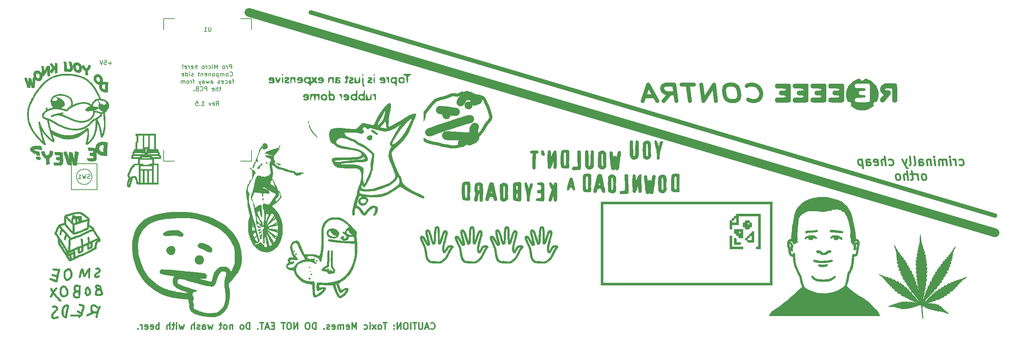
<source format=gbo>
G04 #@! TF.FileFunction,Legend,Bot*
%FSLAX46Y46*%
G04 Gerber Fmt 4.6, Leading zero omitted, Abs format (unit mm)*
G04 Created by KiCad (PCBNEW 4.0.7) date 02/08/18 16:32:19*
%MOMM*%
%LPD*%
G01*
G04 APERTURE LIST*
%ADD10C,0.100000*%
%ADD11C,0.300000*%
%ADD12C,0.200000*%
%ADD13C,1.000000*%
%ADD14C,0.400000*%
%ADD15C,2.000000*%
%ADD16C,0.952500*%
%ADD17C,0.150000*%
%ADD18C,0.010000*%
G04 APERTURE END LIST*
D10*
D11*
X127789573Y-101881714D02*
X127861002Y-101953143D01*
X128075288Y-102024571D01*
X128218145Y-102024571D01*
X128432430Y-101953143D01*
X128575288Y-101810286D01*
X128646716Y-101667429D01*
X128718145Y-101381714D01*
X128718145Y-101167429D01*
X128646716Y-100881714D01*
X128575288Y-100738857D01*
X128432430Y-100596000D01*
X128218145Y-100524571D01*
X128075288Y-100524571D01*
X127861002Y-100596000D01*
X127789573Y-100667429D01*
X127218145Y-101596000D02*
X126503859Y-101596000D01*
X127361002Y-102024571D02*
X126861002Y-100524571D01*
X126361002Y-102024571D01*
X125861002Y-100524571D02*
X125861002Y-101738857D01*
X125789574Y-101881714D01*
X125718145Y-101953143D01*
X125575288Y-102024571D01*
X125289574Y-102024571D01*
X125146716Y-101953143D01*
X125075288Y-101881714D01*
X125003859Y-101738857D01*
X125003859Y-100524571D01*
X124503859Y-100524571D02*
X123646716Y-100524571D01*
X124075287Y-102024571D02*
X124075287Y-100524571D01*
X123146716Y-102024571D02*
X123146716Y-100524571D01*
X122146716Y-100524571D02*
X121861002Y-100524571D01*
X121718144Y-100596000D01*
X121575287Y-100738857D01*
X121503859Y-101024571D01*
X121503859Y-101524571D01*
X121575287Y-101810286D01*
X121718144Y-101953143D01*
X121861002Y-102024571D01*
X122146716Y-102024571D01*
X122289573Y-101953143D01*
X122432430Y-101810286D01*
X122503859Y-101524571D01*
X122503859Y-101024571D01*
X122432430Y-100738857D01*
X122289573Y-100596000D01*
X122146716Y-100524571D01*
X120861001Y-102024571D02*
X120861001Y-100524571D01*
X120003858Y-102024571D01*
X120003858Y-100524571D01*
X119289572Y-101881714D02*
X119218144Y-101953143D01*
X119289572Y-102024571D01*
X119361001Y-101953143D01*
X119289572Y-101881714D01*
X119289572Y-102024571D01*
X119289572Y-101096000D02*
X119218144Y-101167429D01*
X119289572Y-101238857D01*
X119361001Y-101167429D01*
X119289572Y-101096000D01*
X119289572Y-101238857D01*
X117646715Y-100524571D02*
X116789572Y-100524571D01*
X117218143Y-102024571D02*
X117218143Y-100524571D01*
X116075286Y-102024571D02*
X116218144Y-101953143D01*
X116289572Y-101881714D01*
X116361001Y-101738857D01*
X116361001Y-101310286D01*
X116289572Y-101167429D01*
X116218144Y-101096000D01*
X116075286Y-101024571D01*
X115861001Y-101024571D01*
X115718144Y-101096000D01*
X115646715Y-101167429D01*
X115575286Y-101310286D01*
X115575286Y-101738857D01*
X115646715Y-101881714D01*
X115718144Y-101953143D01*
X115861001Y-102024571D01*
X116075286Y-102024571D01*
X115075286Y-102024571D02*
X114289572Y-101024571D01*
X115075286Y-101024571D02*
X114289572Y-102024571D01*
X113718143Y-102024571D02*
X113718143Y-101024571D01*
X113718143Y-100524571D02*
X113789572Y-100596000D01*
X113718143Y-100667429D01*
X113646715Y-100596000D01*
X113718143Y-100524571D01*
X113718143Y-100667429D01*
X112361000Y-101953143D02*
X112503857Y-102024571D01*
X112789571Y-102024571D01*
X112932429Y-101953143D01*
X113003857Y-101881714D01*
X113075286Y-101738857D01*
X113075286Y-101310286D01*
X113003857Y-101167429D01*
X112932429Y-101096000D01*
X112789571Y-101024571D01*
X112503857Y-101024571D01*
X112361000Y-101096000D01*
X110575286Y-102024571D02*
X110575286Y-100524571D01*
X110075286Y-101596000D01*
X109575286Y-100524571D01*
X109575286Y-102024571D01*
X108289572Y-101953143D02*
X108432429Y-102024571D01*
X108718143Y-102024571D01*
X108861000Y-101953143D01*
X108932429Y-101810286D01*
X108932429Y-101238857D01*
X108861000Y-101096000D01*
X108718143Y-101024571D01*
X108432429Y-101024571D01*
X108289572Y-101096000D01*
X108218143Y-101238857D01*
X108218143Y-101381714D01*
X108932429Y-101524571D01*
X107575286Y-102024571D02*
X107575286Y-101024571D01*
X107575286Y-101167429D02*
X107503858Y-101096000D01*
X107361000Y-101024571D01*
X107146715Y-101024571D01*
X107003858Y-101096000D01*
X106932429Y-101238857D01*
X106932429Y-102024571D01*
X106932429Y-101238857D02*
X106861000Y-101096000D01*
X106718143Y-101024571D01*
X106503858Y-101024571D01*
X106361000Y-101096000D01*
X106289572Y-101238857D01*
X106289572Y-102024571D01*
X105003858Y-101953143D02*
X105146715Y-102024571D01*
X105432429Y-102024571D01*
X105575286Y-101953143D01*
X105646715Y-101810286D01*
X105646715Y-101238857D01*
X105575286Y-101096000D01*
X105432429Y-101024571D01*
X105146715Y-101024571D01*
X105003858Y-101096000D01*
X104932429Y-101238857D01*
X104932429Y-101381714D01*
X105646715Y-101524571D01*
X104361001Y-101953143D02*
X104218144Y-102024571D01*
X103932429Y-102024571D01*
X103789572Y-101953143D01*
X103718144Y-101810286D01*
X103718144Y-101738857D01*
X103789572Y-101596000D01*
X103932429Y-101524571D01*
X104146715Y-101524571D01*
X104289572Y-101453143D01*
X104361001Y-101310286D01*
X104361001Y-101238857D01*
X104289572Y-101096000D01*
X104146715Y-101024571D01*
X103932429Y-101024571D01*
X103789572Y-101096000D01*
X103075286Y-101881714D02*
X103003858Y-101953143D01*
X103075286Y-102024571D01*
X103146715Y-101953143D01*
X103075286Y-101881714D01*
X103075286Y-102024571D01*
X101218143Y-102024571D02*
X101218143Y-100524571D01*
X100861000Y-100524571D01*
X100646715Y-100596000D01*
X100503857Y-100738857D01*
X100432429Y-100881714D01*
X100361000Y-101167429D01*
X100361000Y-101381714D01*
X100432429Y-101667429D01*
X100503857Y-101810286D01*
X100646715Y-101953143D01*
X100861000Y-102024571D01*
X101218143Y-102024571D01*
X99432429Y-100524571D02*
X99146715Y-100524571D01*
X99003857Y-100596000D01*
X98861000Y-100738857D01*
X98789572Y-101024571D01*
X98789572Y-101524571D01*
X98861000Y-101810286D01*
X99003857Y-101953143D01*
X99146715Y-102024571D01*
X99432429Y-102024571D01*
X99575286Y-101953143D01*
X99718143Y-101810286D01*
X99789572Y-101524571D01*
X99789572Y-101024571D01*
X99718143Y-100738857D01*
X99575286Y-100596000D01*
X99432429Y-100524571D01*
X97003857Y-102024571D02*
X97003857Y-100524571D01*
X96146714Y-102024571D01*
X96146714Y-100524571D01*
X95146714Y-100524571D02*
X94861000Y-100524571D01*
X94718142Y-100596000D01*
X94575285Y-100738857D01*
X94503857Y-101024571D01*
X94503857Y-101524571D01*
X94575285Y-101810286D01*
X94718142Y-101953143D01*
X94861000Y-102024571D01*
X95146714Y-102024571D01*
X95289571Y-101953143D01*
X95432428Y-101810286D01*
X95503857Y-101524571D01*
X95503857Y-101024571D01*
X95432428Y-100738857D01*
X95289571Y-100596000D01*
X95146714Y-100524571D01*
X94075285Y-100524571D02*
X93218142Y-100524571D01*
X93646713Y-102024571D02*
X93646713Y-100524571D01*
X91575285Y-101238857D02*
X91075285Y-101238857D01*
X90860999Y-102024571D02*
X91575285Y-102024571D01*
X91575285Y-100524571D01*
X90860999Y-100524571D01*
X90289571Y-101596000D02*
X89575285Y-101596000D01*
X90432428Y-102024571D02*
X89932428Y-100524571D01*
X89432428Y-102024571D01*
X89146714Y-100524571D02*
X88289571Y-100524571D01*
X88718142Y-102024571D02*
X88718142Y-100524571D01*
X87789571Y-101881714D02*
X87718143Y-101953143D01*
X87789571Y-102024571D01*
X87861000Y-101953143D01*
X87789571Y-101881714D01*
X87789571Y-102024571D01*
X85932428Y-102024571D02*
X85932428Y-100524571D01*
X85575285Y-100524571D01*
X85361000Y-100596000D01*
X85218142Y-100738857D01*
X85146714Y-100881714D01*
X85075285Y-101167429D01*
X85075285Y-101381714D01*
X85146714Y-101667429D01*
X85218142Y-101810286D01*
X85361000Y-101953143D01*
X85575285Y-102024571D01*
X85932428Y-102024571D01*
X84218142Y-102024571D02*
X84361000Y-101953143D01*
X84432428Y-101881714D01*
X84503857Y-101738857D01*
X84503857Y-101310286D01*
X84432428Y-101167429D01*
X84361000Y-101096000D01*
X84218142Y-101024571D01*
X84003857Y-101024571D01*
X83861000Y-101096000D01*
X83789571Y-101167429D01*
X83718142Y-101310286D01*
X83718142Y-101738857D01*
X83789571Y-101881714D01*
X83861000Y-101953143D01*
X84003857Y-102024571D01*
X84218142Y-102024571D01*
X81932428Y-101024571D02*
X81932428Y-102024571D01*
X81932428Y-101167429D02*
X81861000Y-101096000D01*
X81718142Y-101024571D01*
X81503857Y-101024571D01*
X81361000Y-101096000D01*
X81289571Y-101238857D01*
X81289571Y-102024571D01*
X80360999Y-102024571D02*
X80503857Y-101953143D01*
X80575285Y-101881714D01*
X80646714Y-101738857D01*
X80646714Y-101310286D01*
X80575285Y-101167429D01*
X80503857Y-101096000D01*
X80360999Y-101024571D01*
X80146714Y-101024571D01*
X80003857Y-101096000D01*
X79932428Y-101167429D01*
X79860999Y-101310286D01*
X79860999Y-101738857D01*
X79932428Y-101881714D01*
X80003857Y-101953143D01*
X80146714Y-102024571D01*
X80360999Y-102024571D01*
X79432428Y-101024571D02*
X78860999Y-101024571D01*
X79218142Y-100524571D02*
X79218142Y-101810286D01*
X79146714Y-101953143D01*
X79003856Y-102024571D01*
X78860999Y-102024571D01*
X77360999Y-101024571D02*
X77075285Y-102024571D01*
X76789571Y-101310286D01*
X76503856Y-102024571D01*
X76218142Y-101024571D01*
X75003856Y-102024571D02*
X75003856Y-101238857D01*
X75075285Y-101096000D01*
X75218142Y-101024571D01*
X75503856Y-101024571D01*
X75646713Y-101096000D01*
X75003856Y-101953143D02*
X75146713Y-102024571D01*
X75503856Y-102024571D01*
X75646713Y-101953143D01*
X75718142Y-101810286D01*
X75718142Y-101667429D01*
X75646713Y-101524571D01*
X75503856Y-101453143D01*
X75146713Y-101453143D01*
X75003856Y-101381714D01*
X74360999Y-101953143D02*
X74218142Y-102024571D01*
X73932427Y-102024571D01*
X73789570Y-101953143D01*
X73718142Y-101810286D01*
X73718142Y-101738857D01*
X73789570Y-101596000D01*
X73932427Y-101524571D01*
X74146713Y-101524571D01*
X74289570Y-101453143D01*
X74360999Y-101310286D01*
X74360999Y-101238857D01*
X74289570Y-101096000D01*
X74146713Y-101024571D01*
X73932427Y-101024571D01*
X73789570Y-101096000D01*
X73075284Y-102024571D02*
X73075284Y-100524571D01*
X72432427Y-102024571D02*
X72432427Y-101238857D01*
X72503856Y-101096000D01*
X72646713Y-101024571D01*
X72860998Y-101024571D01*
X73003856Y-101096000D01*
X73075284Y-101167429D01*
X70718141Y-101024571D02*
X70432427Y-102024571D01*
X70146713Y-101310286D01*
X69860998Y-102024571D01*
X69575284Y-101024571D01*
X69003855Y-102024571D02*
X69003855Y-101024571D01*
X69003855Y-100524571D02*
X69075284Y-100596000D01*
X69003855Y-100667429D01*
X68932427Y-100596000D01*
X69003855Y-100524571D01*
X69003855Y-100667429D01*
X68503855Y-101024571D02*
X67932426Y-101024571D01*
X68289569Y-100524571D02*
X68289569Y-101810286D01*
X68218141Y-101953143D01*
X68075283Y-102024571D01*
X67932426Y-102024571D01*
X67432426Y-102024571D02*
X67432426Y-100524571D01*
X66789569Y-102024571D02*
X66789569Y-101238857D01*
X66860998Y-101096000D01*
X67003855Y-101024571D01*
X67218140Y-101024571D01*
X67360998Y-101096000D01*
X67432426Y-101167429D01*
X64932426Y-102024571D02*
X64932426Y-100524571D01*
X64932426Y-101096000D02*
X64789569Y-101024571D01*
X64503855Y-101024571D01*
X64360998Y-101096000D01*
X64289569Y-101167429D01*
X64218140Y-101310286D01*
X64218140Y-101738857D01*
X64289569Y-101881714D01*
X64360998Y-101953143D01*
X64503855Y-102024571D01*
X64789569Y-102024571D01*
X64932426Y-101953143D01*
X63003855Y-101953143D02*
X63146712Y-102024571D01*
X63432426Y-102024571D01*
X63575283Y-101953143D01*
X63646712Y-101810286D01*
X63646712Y-101238857D01*
X63575283Y-101096000D01*
X63432426Y-101024571D01*
X63146712Y-101024571D01*
X63003855Y-101096000D01*
X62932426Y-101238857D01*
X62932426Y-101381714D01*
X63646712Y-101524571D01*
X61718141Y-101953143D02*
X61860998Y-102024571D01*
X62146712Y-102024571D01*
X62289569Y-101953143D01*
X62360998Y-101810286D01*
X62360998Y-101238857D01*
X62289569Y-101096000D01*
X62146712Y-101024571D01*
X61860998Y-101024571D01*
X61718141Y-101096000D01*
X61646712Y-101238857D01*
X61646712Y-101381714D01*
X62360998Y-101524571D01*
X61003855Y-102024571D02*
X61003855Y-101024571D01*
X61003855Y-101310286D02*
X60932427Y-101167429D01*
X60860998Y-101096000D01*
X60718141Y-101024571D01*
X60575284Y-101024571D01*
X60075284Y-101881714D02*
X60003856Y-101953143D01*
X60075284Y-102024571D01*
X60146713Y-101953143D01*
X60075284Y-101881714D01*
X60075284Y-102024571D01*
D12*
X81715858Y-41668381D02*
X81715858Y-40668381D01*
X81334905Y-40668381D01*
X81239667Y-40716000D01*
X81192048Y-40763619D01*
X81144429Y-40858857D01*
X81144429Y-41001714D01*
X81192048Y-41096952D01*
X81239667Y-41144571D01*
X81334905Y-41192190D01*
X81715858Y-41192190D01*
X80715858Y-41668381D02*
X80715858Y-41001714D01*
X80715858Y-41192190D02*
X80668239Y-41096952D01*
X80620620Y-41049333D01*
X80525382Y-41001714D01*
X80430143Y-41001714D01*
X79953953Y-41668381D02*
X80049191Y-41620762D01*
X80096810Y-41573143D01*
X80144429Y-41477905D01*
X80144429Y-41192190D01*
X80096810Y-41096952D01*
X80049191Y-41049333D01*
X79953953Y-41001714D01*
X79811095Y-41001714D01*
X79715857Y-41049333D01*
X79668238Y-41096952D01*
X79620619Y-41192190D01*
X79620619Y-41477905D01*
X79668238Y-41573143D01*
X79715857Y-41620762D01*
X79811095Y-41668381D01*
X79953953Y-41668381D01*
X78430143Y-41668381D02*
X78430143Y-40668381D01*
X78096809Y-41382667D01*
X77763476Y-40668381D01*
X77763476Y-41668381D01*
X77287286Y-41668381D02*
X77287286Y-41001714D01*
X77287286Y-40668381D02*
X77334905Y-40716000D01*
X77287286Y-40763619D01*
X77239667Y-40716000D01*
X77287286Y-40668381D01*
X77287286Y-40763619D01*
X76382524Y-41620762D02*
X76477762Y-41668381D01*
X76668239Y-41668381D01*
X76763477Y-41620762D01*
X76811096Y-41573143D01*
X76858715Y-41477905D01*
X76858715Y-41192190D01*
X76811096Y-41096952D01*
X76763477Y-41049333D01*
X76668239Y-41001714D01*
X76477762Y-41001714D01*
X76382524Y-41049333D01*
X75953953Y-41668381D02*
X75953953Y-41001714D01*
X75953953Y-41192190D02*
X75906334Y-41096952D01*
X75858715Y-41049333D01*
X75763477Y-41001714D01*
X75668238Y-41001714D01*
X75192048Y-41668381D02*
X75287286Y-41620762D01*
X75334905Y-41573143D01*
X75382524Y-41477905D01*
X75382524Y-41192190D01*
X75334905Y-41096952D01*
X75287286Y-41049333D01*
X75192048Y-41001714D01*
X75049190Y-41001714D01*
X74953952Y-41049333D01*
X74906333Y-41096952D01*
X74858714Y-41192190D01*
X74858714Y-41477905D01*
X74906333Y-41573143D01*
X74953952Y-41620762D01*
X75049190Y-41668381D01*
X75192048Y-41668381D01*
X73668238Y-41668381D02*
X73668238Y-40668381D01*
X73239666Y-41668381D02*
X73239666Y-41144571D01*
X73287285Y-41049333D01*
X73382523Y-41001714D01*
X73525381Y-41001714D01*
X73620619Y-41049333D01*
X73668238Y-41096952D01*
X72382523Y-41620762D02*
X72477761Y-41668381D01*
X72668238Y-41668381D01*
X72763476Y-41620762D01*
X72811095Y-41525524D01*
X72811095Y-41144571D01*
X72763476Y-41049333D01*
X72668238Y-41001714D01*
X72477761Y-41001714D01*
X72382523Y-41049333D01*
X72334904Y-41144571D01*
X72334904Y-41239810D01*
X72811095Y-41335048D01*
X71906333Y-41668381D02*
X71906333Y-41001714D01*
X71906333Y-41192190D02*
X71858714Y-41096952D01*
X71811095Y-41049333D01*
X71715857Y-41001714D01*
X71620618Y-41001714D01*
X70906332Y-41620762D02*
X71001570Y-41668381D01*
X71192047Y-41668381D01*
X71287285Y-41620762D01*
X71334904Y-41525524D01*
X71334904Y-41144571D01*
X71287285Y-41049333D01*
X71192047Y-41001714D01*
X71001570Y-41001714D01*
X70906332Y-41049333D01*
X70858713Y-41144571D01*
X70858713Y-41239810D01*
X71334904Y-41335048D01*
X70430142Y-41573143D02*
X70382523Y-41620762D01*
X70430142Y-41668381D01*
X70477761Y-41620762D01*
X70430142Y-41573143D01*
X70430142Y-41668381D01*
X70430142Y-41287429D02*
X70477761Y-40716000D01*
X70430142Y-40668381D01*
X70382523Y-40716000D01*
X70430142Y-41287429D01*
X70430142Y-40668381D01*
X81311095Y-43273143D02*
X81358714Y-43320762D01*
X81501571Y-43368381D01*
X81596809Y-43368381D01*
X81739667Y-43320762D01*
X81834905Y-43225524D01*
X81882524Y-43130286D01*
X81930143Y-42939810D01*
X81930143Y-42796952D01*
X81882524Y-42606476D01*
X81834905Y-42511238D01*
X81739667Y-42416000D01*
X81596809Y-42368381D01*
X81501571Y-42368381D01*
X81358714Y-42416000D01*
X81311095Y-42463619D01*
X80739667Y-43368381D02*
X80834905Y-43320762D01*
X80882524Y-43273143D01*
X80930143Y-43177905D01*
X80930143Y-42892190D01*
X80882524Y-42796952D01*
X80834905Y-42749333D01*
X80739667Y-42701714D01*
X80596809Y-42701714D01*
X80501571Y-42749333D01*
X80453952Y-42796952D01*
X80406333Y-42892190D01*
X80406333Y-43177905D01*
X80453952Y-43273143D01*
X80501571Y-43320762D01*
X80596809Y-43368381D01*
X80739667Y-43368381D01*
X79977762Y-43368381D02*
X79977762Y-42701714D01*
X79977762Y-42796952D02*
X79930143Y-42749333D01*
X79834905Y-42701714D01*
X79692047Y-42701714D01*
X79596809Y-42749333D01*
X79549190Y-42844571D01*
X79549190Y-43368381D01*
X79549190Y-42844571D02*
X79501571Y-42749333D01*
X79406333Y-42701714D01*
X79263476Y-42701714D01*
X79168238Y-42749333D01*
X79120619Y-42844571D01*
X79120619Y-43368381D01*
X78644429Y-42701714D02*
X78644429Y-43701714D01*
X78644429Y-42749333D02*
X78549191Y-42701714D01*
X78358714Y-42701714D01*
X78263476Y-42749333D01*
X78215857Y-42796952D01*
X78168238Y-42892190D01*
X78168238Y-43177905D01*
X78215857Y-43273143D01*
X78263476Y-43320762D01*
X78358714Y-43368381D01*
X78549191Y-43368381D01*
X78644429Y-43320762D01*
X77596810Y-43368381D02*
X77692048Y-43320762D01*
X77739667Y-43273143D01*
X77787286Y-43177905D01*
X77787286Y-42892190D01*
X77739667Y-42796952D01*
X77692048Y-42749333D01*
X77596810Y-42701714D01*
X77453952Y-42701714D01*
X77358714Y-42749333D01*
X77311095Y-42796952D01*
X77263476Y-42892190D01*
X77263476Y-43177905D01*
X77311095Y-43273143D01*
X77358714Y-43320762D01*
X77453952Y-43368381D01*
X77596810Y-43368381D01*
X76834905Y-42701714D02*
X76834905Y-43368381D01*
X76834905Y-42796952D02*
X76787286Y-42749333D01*
X76692048Y-42701714D01*
X76549190Y-42701714D01*
X76453952Y-42749333D01*
X76406333Y-42844571D01*
X76406333Y-43368381D01*
X75549190Y-43320762D02*
X75644428Y-43368381D01*
X75834905Y-43368381D01*
X75930143Y-43320762D01*
X75977762Y-43225524D01*
X75977762Y-42844571D01*
X75930143Y-42749333D01*
X75834905Y-42701714D01*
X75644428Y-42701714D01*
X75549190Y-42749333D01*
X75501571Y-42844571D01*
X75501571Y-42939810D01*
X75977762Y-43035048D01*
X75073000Y-42701714D02*
X75073000Y-43368381D01*
X75073000Y-42796952D02*
X75025381Y-42749333D01*
X74930143Y-42701714D01*
X74787285Y-42701714D01*
X74692047Y-42749333D01*
X74644428Y-42844571D01*
X74644428Y-43368381D01*
X74311095Y-42701714D02*
X73930143Y-42701714D01*
X74168238Y-42368381D02*
X74168238Y-43225524D01*
X74120619Y-43320762D01*
X74025381Y-43368381D01*
X73930143Y-43368381D01*
X72882523Y-43320762D02*
X72787285Y-43368381D01*
X72596809Y-43368381D01*
X72501570Y-43320762D01*
X72453951Y-43225524D01*
X72453951Y-43177905D01*
X72501570Y-43082667D01*
X72596809Y-43035048D01*
X72739666Y-43035048D01*
X72834904Y-42987429D01*
X72882523Y-42892190D01*
X72882523Y-42844571D01*
X72834904Y-42749333D01*
X72739666Y-42701714D01*
X72596809Y-42701714D01*
X72501570Y-42749333D01*
X72025380Y-43368381D02*
X72025380Y-42701714D01*
X72025380Y-42368381D02*
X72072999Y-42416000D01*
X72025380Y-42463619D01*
X71977761Y-42416000D01*
X72025380Y-42368381D01*
X72025380Y-42463619D01*
X71120618Y-43368381D02*
X71120618Y-42368381D01*
X71120618Y-43320762D02*
X71215856Y-43368381D01*
X71406333Y-43368381D01*
X71501571Y-43320762D01*
X71549190Y-43273143D01*
X71596809Y-43177905D01*
X71596809Y-42892190D01*
X71549190Y-42796952D01*
X71501571Y-42749333D01*
X71406333Y-42701714D01*
X71215856Y-42701714D01*
X71120618Y-42749333D01*
X70263475Y-43320762D02*
X70358713Y-43368381D01*
X70549190Y-43368381D01*
X70644428Y-43320762D01*
X70692047Y-43225524D01*
X70692047Y-42844571D01*
X70644428Y-42749333D01*
X70549190Y-42701714D01*
X70358713Y-42701714D01*
X70263475Y-42749333D01*
X70215856Y-42844571D01*
X70215856Y-42939810D01*
X70692047Y-43035048D01*
X82263477Y-44401714D02*
X81882525Y-44401714D01*
X82120620Y-45068381D02*
X82120620Y-44211238D01*
X82073001Y-44116000D01*
X81977763Y-44068381D01*
X81882525Y-44068381D01*
X81120619Y-45068381D02*
X81120619Y-44544571D01*
X81168238Y-44449333D01*
X81263476Y-44401714D01*
X81453953Y-44401714D01*
X81549191Y-44449333D01*
X81120619Y-45020762D02*
X81215857Y-45068381D01*
X81453953Y-45068381D01*
X81549191Y-45020762D01*
X81596810Y-44925524D01*
X81596810Y-44830286D01*
X81549191Y-44735048D01*
X81453953Y-44687429D01*
X81215857Y-44687429D01*
X81120619Y-44639810D01*
X80215857Y-45020762D02*
X80311095Y-45068381D01*
X80501572Y-45068381D01*
X80596810Y-45020762D01*
X80644429Y-44973143D01*
X80692048Y-44877905D01*
X80692048Y-44592190D01*
X80644429Y-44496952D01*
X80596810Y-44449333D01*
X80501572Y-44401714D01*
X80311095Y-44401714D01*
X80215857Y-44449333D01*
X79406333Y-45020762D02*
X79501571Y-45068381D01*
X79692048Y-45068381D01*
X79787286Y-45020762D01*
X79834905Y-44925524D01*
X79834905Y-44544571D01*
X79787286Y-44449333D01*
X79692048Y-44401714D01*
X79501571Y-44401714D01*
X79406333Y-44449333D01*
X79358714Y-44544571D01*
X79358714Y-44639810D01*
X79834905Y-44735048D01*
X78977762Y-45020762D02*
X78882524Y-45068381D01*
X78692048Y-45068381D01*
X78596809Y-45020762D01*
X78549190Y-44925524D01*
X78549190Y-44877905D01*
X78596809Y-44782667D01*
X78692048Y-44735048D01*
X78834905Y-44735048D01*
X78930143Y-44687429D01*
X78977762Y-44592190D01*
X78977762Y-44544571D01*
X78930143Y-44449333D01*
X78834905Y-44401714D01*
X78692048Y-44401714D01*
X78596809Y-44449333D01*
X76930142Y-45068381D02*
X76930142Y-44544571D01*
X76977761Y-44449333D01*
X77072999Y-44401714D01*
X77263476Y-44401714D01*
X77358714Y-44449333D01*
X76930142Y-45020762D02*
X77025380Y-45068381D01*
X77263476Y-45068381D01*
X77358714Y-45020762D01*
X77406333Y-44925524D01*
X77406333Y-44830286D01*
X77358714Y-44735048D01*
X77263476Y-44687429D01*
X77025380Y-44687429D01*
X76930142Y-44639810D01*
X76549190Y-44401714D02*
X76358714Y-45068381D01*
X76168237Y-44592190D01*
X75977761Y-45068381D01*
X75787285Y-44401714D01*
X74977761Y-45068381D02*
X74977761Y-44544571D01*
X75025380Y-44449333D01*
X75120618Y-44401714D01*
X75311095Y-44401714D01*
X75406333Y-44449333D01*
X74977761Y-45020762D02*
X75072999Y-45068381D01*
X75311095Y-45068381D01*
X75406333Y-45020762D01*
X75453952Y-44925524D01*
X75453952Y-44830286D01*
X75406333Y-44735048D01*
X75311095Y-44687429D01*
X75072999Y-44687429D01*
X74977761Y-44639810D01*
X74596809Y-44401714D02*
X74358714Y-45068381D01*
X74120618Y-44401714D02*
X74358714Y-45068381D01*
X74453952Y-45306476D01*
X74501571Y-45354095D01*
X74596809Y-45401714D01*
X73120618Y-44401714D02*
X72739666Y-44401714D01*
X72977761Y-45068381D02*
X72977761Y-44211238D01*
X72930142Y-44116000D01*
X72834904Y-44068381D01*
X72739666Y-44068381D01*
X72406332Y-45068381D02*
X72406332Y-44401714D01*
X72406332Y-44592190D02*
X72358713Y-44496952D01*
X72311094Y-44449333D01*
X72215856Y-44401714D01*
X72120617Y-44401714D01*
X71644427Y-45068381D02*
X71739665Y-45020762D01*
X71787284Y-44973143D01*
X71834903Y-44877905D01*
X71834903Y-44592190D01*
X71787284Y-44496952D01*
X71739665Y-44449333D01*
X71644427Y-44401714D01*
X71501569Y-44401714D01*
X71406331Y-44449333D01*
X71358712Y-44496952D01*
X71311093Y-44592190D01*
X71311093Y-44877905D01*
X71358712Y-44973143D01*
X71406331Y-45020762D01*
X71501569Y-45068381D01*
X71644427Y-45068381D01*
X70882522Y-45068381D02*
X70882522Y-44401714D01*
X70882522Y-44496952D02*
X70834903Y-44449333D01*
X70739665Y-44401714D01*
X70596807Y-44401714D01*
X70501569Y-44449333D01*
X70453950Y-44544571D01*
X70453950Y-45068381D01*
X70453950Y-44544571D02*
X70406331Y-44449333D01*
X70311093Y-44401714D01*
X70168236Y-44401714D01*
X70072998Y-44449333D01*
X70025379Y-44544571D01*
X70025379Y-45068381D01*
X79263476Y-46101714D02*
X78882524Y-46101714D01*
X79120619Y-45768381D02*
X79120619Y-46625524D01*
X79073000Y-46720762D01*
X78977762Y-46768381D01*
X78882524Y-46768381D01*
X78549190Y-46768381D02*
X78549190Y-45768381D01*
X78120618Y-46768381D02*
X78120618Y-46244571D01*
X78168237Y-46149333D01*
X78263475Y-46101714D01*
X78406333Y-46101714D01*
X78501571Y-46149333D01*
X78549190Y-46196952D01*
X77263475Y-46720762D02*
X77358713Y-46768381D01*
X77549190Y-46768381D01*
X77644428Y-46720762D01*
X77692047Y-46625524D01*
X77692047Y-46244571D01*
X77644428Y-46149333D01*
X77549190Y-46101714D01*
X77358713Y-46101714D01*
X77263475Y-46149333D01*
X77215856Y-46244571D01*
X77215856Y-46339810D01*
X77692047Y-46435048D01*
X76025380Y-46768381D02*
X76025380Y-45768381D01*
X75644427Y-45768381D01*
X75549189Y-45816000D01*
X75501570Y-45863619D01*
X75453951Y-45958857D01*
X75453951Y-46101714D01*
X75501570Y-46196952D01*
X75549189Y-46244571D01*
X75644427Y-46292190D01*
X76025380Y-46292190D01*
X74453951Y-46673143D02*
X74501570Y-46720762D01*
X74644427Y-46768381D01*
X74739665Y-46768381D01*
X74882523Y-46720762D01*
X74977761Y-46625524D01*
X75025380Y-46530286D01*
X75072999Y-46339810D01*
X75072999Y-46196952D01*
X75025380Y-46006476D01*
X74977761Y-45911238D01*
X74882523Y-45816000D01*
X74739665Y-45768381D01*
X74644427Y-45768381D01*
X74501570Y-45816000D01*
X74453951Y-45863619D01*
X73692046Y-46244571D02*
X73549189Y-46292190D01*
X73501570Y-46339810D01*
X73453951Y-46435048D01*
X73453951Y-46577905D01*
X73501570Y-46673143D01*
X73549189Y-46720762D01*
X73644427Y-46768381D01*
X74025380Y-46768381D01*
X74025380Y-45768381D01*
X73692046Y-45768381D01*
X73596808Y-45816000D01*
X73549189Y-45863619D01*
X73501570Y-45958857D01*
X73501570Y-46054095D01*
X73549189Y-46149333D01*
X73596808Y-46196952D01*
X73692046Y-46244571D01*
X74025380Y-46244571D01*
X73025380Y-46673143D02*
X72977761Y-46720762D01*
X73025380Y-46768381D01*
X73072999Y-46720762D01*
X73025380Y-46673143D01*
X73025380Y-46768381D01*
X78144428Y-50168381D02*
X78477762Y-49692190D01*
X78715857Y-50168381D02*
X78715857Y-49168381D01*
X78334904Y-49168381D01*
X78239666Y-49216000D01*
X78192047Y-49263619D01*
X78144428Y-49358857D01*
X78144428Y-49501714D01*
X78192047Y-49596952D01*
X78239666Y-49644571D01*
X78334904Y-49692190D01*
X78715857Y-49692190D01*
X77334904Y-50120762D02*
X77430142Y-50168381D01*
X77620619Y-50168381D01*
X77715857Y-50120762D01*
X77763476Y-50025524D01*
X77763476Y-49644571D01*
X77715857Y-49549333D01*
X77620619Y-49501714D01*
X77430142Y-49501714D01*
X77334904Y-49549333D01*
X77287285Y-49644571D01*
X77287285Y-49739810D01*
X77763476Y-49835048D01*
X76953952Y-49501714D02*
X76715857Y-50168381D01*
X76477761Y-49501714D01*
X74811094Y-50168381D02*
X75382523Y-50168381D01*
X75096809Y-50168381D02*
X75096809Y-49168381D01*
X75192047Y-49311238D01*
X75287285Y-49406476D01*
X75382523Y-49454095D01*
X74382523Y-50073143D02*
X74334904Y-50120762D01*
X74382523Y-50168381D01*
X74430142Y-50120762D01*
X74382523Y-50073143D01*
X74382523Y-50168381D01*
X73430142Y-49168381D02*
X73906333Y-49168381D01*
X73953952Y-49644571D01*
X73906333Y-49596952D01*
X73811095Y-49549333D01*
X73572999Y-49549333D01*
X73477761Y-49596952D01*
X73430142Y-49644571D01*
X73382523Y-49739810D01*
X73382523Y-49977905D01*
X73430142Y-50073143D01*
X73477761Y-50120762D01*
X73572999Y-50168381D01*
X73811095Y-50168381D01*
X73906333Y-50120762D01*
X73953952Y-50073143D01*
X53990714Y-40330429D02*
X53228809Y-40330429D01*
X53609761Y-40711381D02*
X53609761Y-39949476D01*
X52276428Y-39711381D02*
X52752619Y-39711381D01*
X52800238Y-40187571D01*
X52752619Y-40139952D01*
X52657381Y-40092333D01*
X52419285Y-40092333D01*
X52324047Y-40139952D01*
X52276428Y-40187571D01*
X52228809Y-40282810D01*
X52228809Y-40520905D01*
X52276428Y-40616143D01*
X52324047Y-40663762D01*
X52419285Y-40711381D01*
X52657381Y-40711381D01*
X52752619Y-40663762D01*
X52800238Y-40616143D01*
X51943095Y-39711381D02*
X51609762Y-40711381D01*
X51276428Y-39711381D01*
D13*
X100012500Y-28575000D02*
X258318000Y-75692000D01*
D14*
X250099287Y-63879524D02*
X250301668Y-63974762D01*
X250682620Y-63974762D01*
X250861191Y-63879524D01*
X250944526Y-63784286D01*
X251015954Y-63593810D01*
X250944526Y-63022381D01*
X250825478Y-62831905D01*
X250718334Y-62736667D01*
X250515954Y-62641429D01*
X250135002Y-62641429D01*
X249956430Y-62736667D01*
X249254049Y-63974762D02*
X249087383Y-62641429D01*
X249135002Y-63022381D02*
X249015953Y-62831905D01*
X248908810Y-62736667D01*
X248706430Y-62641429D01*
X248515954Y-62641429D01*
X248015954Y-63974762D02*
X247849288Y-62641429D01*
X247765954Y-61974762D02*
X247873097Y-62070000D01*
X247789764Y-62165238D01*
X247682620Y-62070000D01*
X247765954Y-61974762D01*
X247789764Y-62165238D01*
X247063573Y-63974762D02*
X246896907Y-62641429D01*
X246920716Y-62831905D02*
X246813572Y-62736667D01*
X246611192Y-62641429D01*
X246325478Y-62641429D01*
X246146906Y-62736667D01*
X246075478Y-62927143D01*
X246206430Y-63974762D01*
X246075478Y-62927143D02*
X245956430Y-62736667D01*
X245754049Y-62641429D01*
X245468335Y-62641429D01*
X245289763Y-62736667D01*
X245218335Y-62927143D01*
X245349287Y-63974762D01*
X244396906Y-63974762D02*
X244230240Y-62641429D01*
X244146906Y-61974762D02*
X244254049Y-62070000D01*
X244170716Y-62165238D01*
X244063572Y-62070000D01*
X244146906Y-61974762D01*
X244170716Y-62165238D01*
X243277859Y-62641429D02*
X243444525Y-63974762D01*
X243301668Y-62831905D02*
X243194524Y-62736667D01*
X242992144Y-62641429D01*
X242706430Y-62641429D01*
X242527858Y-62736667D01*
X242456430Y-62927143D01*
X242587382Y-63974762D01*
X240777858Y-63974762D02*
X240646906Y-62927143D01*
X240718334Y-62736667D01*
X240896906Y-62641429D01*
X241277858Y-62641429D01*
X241480239Y-62736667D01*
X240765953Y-63879524D02*
X240968334Y-63974762D01*
X241444524Y-63974762D01*
X241623096Y-63879524D01*
X241694525Y-63689048D01*
X241670715Y-63498571D01*
X241551668Y-63308095D01*
X241349286Y-63212857D01*
X240873096Y-63212857D01*
X240670715Y-63117619D01*
X239539762Y-63974762D02*
X239718333Y-63879524D01*
X239789763Y-63689048D01*
X239575477Y-61974762D01*
X238492143Y-63974762D02*
X238670714Y-63879524D01*
X238742144Y-63689048D01*
X238527858Y-61974762D01*
X237754049Y-62641429D02*
X237444524Y-63974762D01*
X236801668Y-62641429D02*
X237444524Y-63974762D01*
X237694524Y-64450952D01*
X237801668Y-64546190D01*
X238004049Y-64641429D01*
X233813571Y-63879524D02*
X234015952Y-63974762D01*
X234396904Y-63974762D01*
X234575475Y-63879524D01*
X234658810Y-63784286D01*
X234730238Y-63593810D01*
X234658810Y-63022381D01*
X234539762Y-62831905D01*
X234432618Y-62736667D01*
X234230238Y-62641429D01*
X233849286Y-62641429D01*
X233670714Y-62736667D01*
X232968333Y-63974762D02*
X232718333Y-61974762D01*
X232111190Y-63974762D02*
X231980238Y-62927143D01*
X232051666Y-62736667D01*
X232230238Y-62641429D01*
X232515952Y-62641429D01*
X232718332Y-62736667D01*
X232825476Y-62831905D01*
X230384999Y-63879524D02*
X230587380Y-63974762D01*
X230968332Y-63974762D01*
X231146904Y-63879524D01*
X231218333Y-63689048D01*
X231123095Y-62927143D01*
X231004047Y-62736667D01*
X230801666Y-62641429D01*
X230420714Y-62641429D01*
X230242142Y-62736667D01*
X230170714Y-62927143D01*
X230194523Y-63117619D01*
X231170714Y-63308095D01*
X228587380Y-63974762D02*
X228456428Y-62927143D01*
X228527856Y-62736667D01*
X228706428Y-62641429D01*
X229087380Y-62641429D01*
X229289761Y-62736667D01*
X228575475Y-63879524D02*
X228777856Y-63974762D01*
X229254046Y-63974762D01*
X229432618Y-63879524D01*
X229504047Y-63689048D01*
X229480237Y-63498571D01*
X229361190Y-63308095D01*
X229158808Y-63212857D01*
X228682618Y-63212857D01*
X228480237Y-63117619D01*
X227468333Y-62641429D02*
X227718333Y-64641429D01*
X227480237Y-62736667D02*
X227277856Y-62641429D01*
X226896904Y-62641429D01*
X226718332Y-62736667D01*
X226634999Y-62831905D01*
X226563571Y-63022381D01*
X226634999Y-63593810D01*
X226754047Y-63784286D01*
X226861189Y-63879524D01*
X227063570Y-63974762D01*
X227444522Y-63974762D01*
X227623094Y-63879524D01*
X242015952Y-67374762D02*
X242194523Y-67279524D01*
X242277858Y-67184286D01*
X242349286Y-66993810D01*
X242277858Y-66422381D01*
X242158810Y-66231905D01*
X242051666Y-66136667D01*
X241849286Y-66041429D01*
X241563572Y-66041429D01*
X241385000Y-66136667D01*
X241301667Y-66231905D01*
X241230239Y-66422381D01*
X241301667Y-66993810D01*
X241420715Y-67184286D01*
X241527857Y-67279524D01*
X241730238Y-67374762D01*
X242015952Y-67374762D01*
X240492143Y-67374762D02*
X240325477Y-66041429D01*
X240373096Y-66422381D02*
X240254047Y-66231905D01*
X240146904Y-66136667D01*
X239944524Y-66041429D01*
X239754048Y-66041429D01*
X239373096Y-66041429D02*
X238611191Y-66041429D01*
X239004048Y-65374762D02*
X239218334Y-67089048D01*
X239146904Y-67279524D01*
X238968333Y-67374762D01*
X238777857Y-67374762D01*
X238111191Y-67374762D02*
X237861191Y-65374762D01*
X237254048Y-67374762D02*
X237123096Y-66327143D01*
X237194524Y-66136667D01*
X237373096Y-66041429D01*
X237658810Y-66041429D01*
X237861190Y-66136667D01*
X237968334Y-66231905D01*
X236015952Y-67374762D02*
X236194523Y-67279524D01*
X236277858Y-67184286D01*
X236349286Y-66993810D01*
X236277858Y-66422381D01*
X236158810Y-66231905D01*
X236051666Y-66136667D01*
X235849286Y-66041429D01*
X235563572Y-66041429D01*
X235385000Y-66136667D01*
X235301667Y-66231905D01*
X235230239Y-66422381D01*
X235301667Y-66993810D01*
X235420715Y-67184286D01*
X235527857Y-67279524D01*
X235730238Y-67374762D01*
X236015952Y-67374762D01*
D15*
X258318000Y-79629000D02*
X85725000Y-28575000D01*
D16*
X201151369Y-48731714D02*
X201415953Y-48913143D01*
X202164345Y-49094571D01*
X202648155Y-49094571D01*
X203351191Y-48913143D01*
X203789643Y-48550286D01*
X203986191Y-48187429D01*
X204137381Y-47461714D01*
X204069346Y-46917429D01*
X203736726Y-46191714D01*
X203449464Y-45828857D01*
X202920298Y-45466000D01*
X202171905Y-45284571D01*
X201688095Y-45284571D01*
X200985060Y-45466000D01*
X200765834Y-45647429D01*
X197575714Y-45284571D02*
X196608095Y-45284571D01*
X196146965Y-45466000D01*
X195708512Y-45828857D01*
X195557321Y-46554571D01*
X195716071Y-47824571D01*
X196048691Y-48550286D01*
X196577858Y-48913143D01*
X197084345Y-49094571D01*
X198051964Y-49094571D01*
X198513096Y-48913143D01*
X198951548Y-48550286D01*
X199102738Y-47824571D01*
X198943988Y-46554571D01*
X198611369Y-45828857D01*
X198082203Y-45466000D01*
X197575714Y-45284571D01*
X193697678Y-49094571D02*
X193221428Y-45284571D01*
X190794821Y-49094571D01*
X190318571Y-45284571D01*
X188625237Y-45284571D02*
X185722380Y-45284571D01*
X187650059Y-49094571D02*
X187173809Y-45284571D01*
X181602440Y-49094571D02*
X183068988Y-47280286D01*
X184505297Y-49094571D02*
X184029047Y-45284571D01*
X182093809Y-45284571D01*
X181632679Y-45466000D01*
X181413453Y-45647429D01*
X181216905Y-46010286D01*
X181284940Y-46554571D01*
X181572203Y-46917429D01*
X181836786Y-47098857D01*
X182343274Y-47280286D01*
X184278512Y-47280286D01*
X179531131Y-48006000D02*
X177112083Y-48006000D01*
X180151011Y-49094571D02*
X177981428Y-45284571D01*
X176764345Y-49094571D01*
D17*
X68580000Y-30003750D02*
X66040000Y-30003750D01*
X66040000Y-30003750D02*
X66040000Y-32543750D01*
X68580000Y-63023750D02*
X66040000Y-63023750D01*
X66040000Y-63023750D02*
X66040000Y-60483750D01*
X86360000Y-60483750D02*
X86360000Y-63023750D01*
X86360000Y-63023750D02*
X83820000Y-63023750D01*
X83820000Y-30003750D02*
X86360000Y-30003750D01*
X86360000Y-30003750D02*
X86360000Y-32543750D01*
X49421051Y-66675000D02*
G75*
G03X49421051Y-66675000I-1796051J0D01*
G01*
X50625000Y-69675000D02*
X50625000Y-63675000D01*
X44625000Y-69675000D02*
X50625000Y-69675000D01*
X44625000Y-63675000D02*
X44625000Y-69675000D01*
X50625000Y-63675000D02*
X44625000Y-63675000D01*
D18*
G36*
X104852028Y-76136237D02*
X104181740Y-76325887D01*
X103637187Y-76665268D01*
X103277310Y-77033735D01*
X103020281Y-77374696D01*
X102824837Y-77720042D01*
X102682784Y-78110935D01*
X102585929Y-78588538D01*
X102526079Y-79194013D01*
X102495040Y-79968523D01*
X102484619Y-80953230D01*
X102484477Y-81016873D01*
X102462924Y-82261692D01*
X102404125Y-83288788D01*
X102309098Y-84089766D01*
X102178859Y-84656234D01*
X102014425Y-84979798D01*
X102002825Y-84991975D01*
X101806139Y-85018954D01*
X101468969Y-84885659D01*
X101455843Y-84878557D01*
X101170248Y-84759889D01*
X100800786Y-84686203D01*
X100285996Y-84648807D01*
X99764467Y-84639329D01*
X98500433Y-84633159D01*
X98030236Y-83559829D01*
X97799635Y-83026777D01*
X97590514Y-82531662D01*
X97437240Y-82156257D01*
X97401187Y-82063066D01*
X97145743Y-81660954D01*
X96786611Y-81469707D01*
X96363936Y-81490839D01*
X95917864Y-81725864D01*
X95632370Y-81996343D01*
X95348966Y-82411666D01*
X95251508Y-82839962D01*
X95250000Y-82912368D01*
X95301217Y-83406675D01*
X95434225Y-83994129D01*
X95618064Y-84564327D01*
X95821773Y-85006864D01*
X95850129Y-85052368D01*
X95980434Y-85324889D01*
X95921814Y-85436072D01*
X95684852Y-85371616D01*
X95633361Y-85345263D01*
X95314040Y-85289441D01*
X95027613Y-85423577D01*
X94816744Y-85683820D01*
X94724098Y-86006315D01*
X94792340Y-86327211D01*
X94890237Y-86457436D01*
X94953736Y-86595228D01*
X94794987Y-86695823D01*
X94515672Y-86864163D01*
X94386677Y-87146203D01*
X94362945Y-87455699D01*
X94431504Y-87824502D01*
X94663259Y-88069507D01*
X95090877Y-88215526D01*
X95425979Y-88263098D01*
X95815130Y-88316926D01*
X96018309Y-88401439D01*
X96103465Y-88553663D01*
X96119597Y-88641062D01*
X96268996Y-89056513D01*
X96583779Y-89552146D01*
X97014816Y-90072129D01*
X97512978Y-90560630D01*
X98029137Y-90961818D01*
X98307405Y-91127363D01*
X98663065Y-91262580D01*
X99143379Y-91385798D01*
X99471408Y-91444298D01*
X99884916Y-91511695D01*
X100187017Y-91577620D01*
X100297521Y-91619187D01*
X100332072Y-91766373D01*
X100372808Y-92111808D01*
X100414065Y-92600017D01*
X100442854Y-93042376D01*
X100493796Y-93751296D01*
X100569211Y-94230152D01*
X100695946Y-94502870D01*
X100900850Y-94593376D01*
X101210769Y-94525596D01*
X101652551Y-94323454D01*
X101797198Y-94249319D01*
X102317798Y-93929738D01*
X102789735Y-93550483D01*
X103169934Y-93156465D01*
X103415321Y-92792595D01*
X103482820Y-92503786D01*
X103481061Y-92493665D01*
X103395206Y-92346761D01*
X103171719Y-92281265D01*
X102867360Y-92271716D01*
X102475241Y-92287855D01*
X102172626Y-92320891D01*
X102108000Y-92335216D01*
X101967856Y-92305345D01*
X101918477Y-92074348D01*
X101917500Y-92011500D01*
X101947428Y-91746177D01*
X102068651Y-91669802D01*
X102171500Y-91681962D01*
X102400328Y-91703161D01*
X102817249Y-91719694D01*
X103356369Y-91729538D01*
X103780116Y-91731352D01*
X105134731Y-91729280D01*
X105281764Y-92313201D01*
X105393106Y-92691044D01*
X105504384Y-92970373D01*
X105544699Y-93036775D01*
X105655277Y-93235691D01*
X105798000Y-93573141D01*
X105856144Y-93730659D01*
X106123704Y-94310471D01*
X106435991Y-94644948D01*
X106803192Y-94740396D01*
X107235494Y-94603121D01*
X107251500Y-94594414D01*
X107666186Y-94308703D01*
X108042751Y-93947851D01*
X108357700Y-93552713D01*
X108587536Y-93164144D01*
X108620358Y-93071778D01*
X108141447Y-93071778D01*
X108023049Y-93272862D01*
X107732065Y-93582342D01*
X107587905Y-93719976D01*
X107229889Y-94026040D01*
X106931806Y-94226031D01*
X106750288Y-94282250D01*
X106745539Y-94280708D01*
X106591867Y-94133121D01*
X106400554Y-93835004D01*
X106310519Y-93658634D01*
X106100497Y-93161102D01*
X105927325Y-92656782D01*
X105799542Y-92188259D01*
X105725689Y-91798121D01*
X105714308Y-91528955D01*
X105773938Y-91423348D01*
X105873666Y-91480332D01*
X105950091Y-91632180D01*
X106080044Y-91962558D01*
X106239085Y-92408256D01*
X106286416Y-92547837D01*
X106503156Y-93118600D01*
X106693860Y-93465497D01*
X106826428Y-93572777D01*
X107039754Y-93517731D01*
X107342554Y-93332493D01*
X107499698Y-93206058D01*
X107811233Y-92963124D01*
X108009062Y-92895649D01*
X108109658Y-92945857D01*
X108141447Y-93071778D01*
X108620358Y-93071778D01*
X108708763Y-92822999D01*
X108697885Y-92570131D01*
X108531407Y-92446395D01*
X108489750Y-92441375D01*
X107977443Y-92469211D01*
X107545971Y-92658654D01*
X107422884Y-92744214D01*
X107164224Y-92898877D01*
X106994345Y-92934605D01*
X106980820Y-92926152D01*
X106891428Y-92771325D01*
X106745078Y-92455388D01*
X106610953Y-92137777D01*
X106324391Y-91432705D01*
X106597446Y-91242691D01*
X106840747Y-91078368D01*
X107216291Y-90830108D01*
X107642843Y-90551613D01*
X107643501Y-90551186D01*
X108447854Y-89885028D01*
X109148485Y-89013941D01*
X109735350Y-87969086D01*
X110198409Y-86781626D01*
X110527618Y-85482724D01*
X110712936Y-84103543D01*
X110744321Y-82675246D01*
X110691731Y-82081442D01*
X110236000Y-82081442D01*
X110236000Y-83662238D01*
X110229843Y-84367653D01*
X110203705Y-84900582D01*
X110146090Y-85342396D01*
X110045500Y-85774467D01*
X109890440Y-86278166D01*
X109848511Y-86404766D01*
X109318137Y-87719428D01*
X108677910Y-88816898D01*
X107931824Y-89691761D01*
X107083874Y-90338600D01*
X106854352Y-90465115D01*
X106180702Y-90740487D01*
X105360466Y-90970378D01*
X104472338Y-91142010D01*
X103595013Y-91242606D01*
X102807185Y-91259388D01*
X102298830Y-91204789D01*
X101848630Y-91141848D01*
X101566313Y-91193223D01*
X101413979Y-91396830D01*
X101353733Y-91790581D01*
X101346000Y-92158036D01*
X101382219Y-92700998D01*
X101497119Y-93011470D01*
X101700068Y-93101322D01*
X101997824Y-92984043D01*
X102311572Y-92789504D01*
X102483225Y-92683057D01*
X102733487Y-92588711D01*
X102834306Y-92687818D01*
X102794452Y-92886101D01*
X102659531Y-93053105D01*
X102382732Y-93302594D01*
X102030765Y-93583640D01*
X101670343Y-93845315D01*
X101368177Y-94036690D01*
X101195183Y-94107000D01*
X101075246Y-94002037D01*
X100960797Y-93778442D01*
X100881730Y-93420562D01*
X100861424Y-93004144D01*
X100862412Y-92984692D01*
X100872781Y-92596758D01*
X100871509Y-92087865D01*
X100863472Y-91725750D01*
X100838000Y-90932000D01*
X100008421Y-90932000D01*
X99064499Y-90820615D01*
X98229700Y-90483398D01*
X97495857Y-89915753D01*
X96900983Y-89183240D01*
X96659891Y-88780703D01*
X96554593Y-88456971D01*
X96551700Y-88101396D01*
X96557371Y-88044582D01*
X96647499Y-87614964D01*
X96796611Y-87235973D01*
X96832405Y-87175452D01*
X97176637Y-86844204D01*
X97712522Y-86563535D01*
X98378952Y-86358983D01*
X99016116Y-86262913D01*
X99520151Y-86242817D01*
X99909966Y-86296789D01*
X100320638Y-86450249D01*
X100524080Y-86546688D01*
X100959522Y-86734083D01*
X101237516Y-86802511D01*
X101337719Y-86756054D01*
X101239786Y-86598793D01*
X101060250Y-86439095D01*
X100781549Y-86156013D01*
X100725730Y-85939431D01*
X100869750Y-85816470D01*
X101007085Y-85731009D01*
X100951062Y-85666696D01*
X100762267Y-85639268D01*
X100501286Y-85664464D01*
X100391818Y-85692320D01*
X99888852Y-85764522D01*
X99625680Y-85713472D01*
X98679000Y-85713472D01*
X98568787Y-85816743D01*
X98300053Y-85910417D01*
X98266250Y-85917860D01*
X97646917Y-86137549D01*
X97052014Y-86503699D01*
X96579143Y-86951551D01*
X96460109Y-87116283D01*
X96238339Y-87427004D01*
X96042702Y-87634737D01*
X95986694Y-87670742D01*
X95710709Y-87728631D01*
X95344581Y-87745465D01*
X94986244Y-87724376D01*
X94733630Y-87668500D01*
X94677798Y-87628863D01*
X94631738Y-87356299D01*
X94795965Y-87109586D01*
X95128377Y-86943097D01*
X95225408Y-86921657D01*
X95646504Y-86810702D01*
X95980644Y-86656069D01*
X96174702Y-86490291D01*
X96175552Y-86345897D01*
X96171897Y-86342096D01*
X95956447Y-86297295D01*
X95710375Y-86375875D01*
X95386239Y-86450710D01*
X95178025Y-86367124D01*
X95136459Y-86162147D01*
X95205448Y-86007254D01*
X95328503Y-85881612D01*
X95526613Y-85827368D01*
X95855982Y-85840631D01*
X96372817Y-85917507D01*
X96409750Y-85923840D01*
X96793919Y-85943920D01*
X96959344Y-85836965D01*
X96904852Y-85607004D01*
X96629271Y-85258068D01*
X96609393Y-85237286D01*
X96096961Y-84542058D01*
X95779595Y-83710875D01*
X95685995Y-83209364D01*
X95657754Y-82794733D01*
X95726487Y-82504703D01*
X95887835Y-82257236D01*
X96180735Y-81991386D01*
X96492389Y-81939736D01*
X96661855Y-81990323D01*
X96809127Y-82127008D01*
X96965330Y-82395721D01*
X97161586Y-82842393D01*
X97247330Y-83053838D01*
X97512408Y-83652965D01*
X97824403Y-84266620D01*
X98123955Y-84779555D01*
X98178676Y-84862151D01*
X98428208Y-85243591D01*
X98607498Y-85547941D01*
X98678917Y-85711178D01*
X98679000Y-85713472D01*
X99625680Y-85713472D01*
X99449058Y-85679211D01*
X99148598Y-85452315D01*
X99133217Y-85429096D01*
X99087244Y-85210433D01*
X99238056Y-85064386D01*
X99539996Y-84987824D01*
X99947408Y-84977618D01*
X100414632Y-85030638D01*
X100896012Y-85143755D01*
X101345890Y-85313839D01*
X101718609Y-85537761D01*
X101805706Y-85612284D01*
X102018107Y-85879100D01*
X102107983Y-86125584D01*
X102108000Y-86128137D01*
X102151083Y-86336169D01*
X102254920Y-86335622D01*
X102381395Y-86151885D01*
X102474898Y-85883750D01*
X102771501Y-84466020D01*
X102927177Y-83025628D01*
X102949960Y-81475975D01*
X102931419Y-80962500D01*
X102898847Y-80041225D01*
X102903549Y-79324809D01*
X102953817Y-78765771D01*
X103057943Y-78316627D01*
X103224222Y-77929897D01*
X103460945Y-77558097D01*
X103546010Y-77443590D01*
X103900730Y-77037417D01*
X104268992Y-76773567D01*
X104720318Y-76622003D01*
X105324229Y-76552686D01*
X105635017Y-76540994D01*
X106174819Y-76540201D01*
X106560997Y-76582657D01*
X106892914Y-76688953D01*
X107269932Y-76879681D01*
X107270305Y-76879888D01*
X107743360Y-77185033D01*
X108211368Y-77553652D01*
X108406878Y-77736675D01*
X108889646Y-78231075D01*
X108419823Y-78661416D01*
X108146200Y-78953274D01*
X107976832Y-79213325D01*
X107950001Y-79310646D01*
X107894473Y-79461776D01*
X107686641Y-79462526D01*
X107632501Y-79449848D01*
X107389804Y-79417147D01*
X107341401Y-79497037D01*
X107491310Y-79701630D01*
X107823001Y-80024299D01*
X108162107Y-80362195D01*
X108304753Y-80595909D01*
X108263211Y-80765992D01*
X108086201Y-80894076D01*
X107816017Y-80974078D01*
X107605142Y-80937590D01*
X107525399Y-80812839D01*
X107580062Y-80695171D01*
X107647817Y-80532524D01*
X107518186Y-80441794D01*
X107263427Y-80452222D01*
X107028561Y-80604993D01*
X106934001Y-80809300D01*
X107043919Y-81065866D01*
X107311099Y-81288006D01*
X107641677Y-81403183D01*
X107707416Y-81407000D01*
X108231661Y-81342053D01*
X108575503Y-81157759D01*
X108710982Y-80869938D01*
X108712000Y-80838643D01*
X108732858Y-80646595D01*
X108839271Y-80551928D01*
X109097000Y-80520585D01*
X109331125Y-80518000D01*
X109704336Y-80529093D01*
X109898994Y-80590904D01*
X109990422Y-80746231D01*
X110029625Y-80914875D01*
X110089826Y-81227289D01*
X110097093Y-81436499D01*
X110013513Y-81560888D01*
X109801170Y-81618839D01*
X109422152Y-81628737D01*
X108838543Y-81608965D01*
X108616751Y-81599950D01*
X107878974Y-81564323D01*
X107196633Y-81515982D01*
X106495385Y-81447565D01*
X105700889Y-81351709D01*
X104738801Y-81221052D01*
X104616250Y-81203773D01*
X104245959Y-81165520D01*
X104064525Y-81195005D01*
X104013240Y-81303166D01*
X104013000Y-81316146D01*
X104125408Y-81487561D01*
X104362250Y-81584965D01*
X105243397Y-81739343D01*
X106214264Y-81857815D01*
X107334482Y-81946624D01*
X108299250Y-81997115D01*
X110236000Y-82081442D01*
X110691731Y-82081442D01*
X110622988Y-81305256D01*
X110565920Y-80766591D01*
X110546238Y-80254575D01*
X110558821Y-80035880D01*
X109536603Y-80035880D01*
X109485913Y-80130194D01*
X109459031Y-80147984D01*
X109148819Y-80197902D01*
X108722437Y-80050089D01*
X108489750Y-79913588D01*
X108255508Y-79710781D01*
X108227738Y-79488808D01*
X108335469Y-79239650D01*
X108488430Y-79033441D01*
X108633931Y-79046797D01*
X108803350Y-79290717D01*
X108871748Y-79427647D01*
X109080082Y-79738494D01*
X109321676Y-79935804D01*
X109356551Y-79949531D01*
X109536603Y-80035880D01*
X110558821Y-80035880D01*
X110567274Y-79888986D01*
X110591858Y-79693960D01*
X110578098Y-79525743D01*
X110500674Y-79347086D01*
X110334264Y-79120738D01*
X110053545Y-78809450D01*
X109633198Y-78375973D01*
X109329486Y-78068105D01*
X108624694Y-77377687D01*
X108034630Y-76862472D01*
X107516083Y-76498740D01*
X107025842Y-76262771D01*
X106520692Y-76130843D01*
X105957423Y-76079238D01*
X105699972Y-76075789D01*
X104852028Y-76136237D01*
X104852028Y-76136237D01*
G37*
X104852028Y-76136237D02*
X104181740Y-76325887D01*
X103637187Y-76665268D01*
X103277310Y-77033735D01*
X103020281Y-77374696D01*
X102824837Y-77720042D01*
X102682784Y-78110935D01*
X102585929Y-78588538D01*
X102526079Y-79194013D01*
X102495040Y-79968523D01*
X102484619Y-80953230D01*
X102484477Y-81016873D01*
X102462924Y-82261692D01*
X102404125Y-83288788D01*
X102309098Y-84089766D01*
X102178859Y-84656234D01*
X102014425Y-84979798D01*
X102002825Y-84991975D01*
X101806139Y-85018954D01*
X101468969Y-84885659D01*
X101455843Y-84878557D01*
X101170248Y-84759889D01*
X100800786Y-84686203D01*
X100285996Y-84648807D01*
X99764467Y-84639329D01*
X98500433Y-84633159D01*
X98030236Y-83559829D01*
X97799635Y-83026777D01*
X97590514Y-82531662D01*
X97437240Y-82156257D01*
X97401187Y-82063066D01*
X97145743Y-81660954D01*
X96786611Y-81469707D01*
X96363936Y-81490839D01*
X95917864Y-81725864D01*
X95632370Y-81996343D01*
X95348966Y-82411666D01*
X95251508Y-82839962D01*
X95250000Y-82912368D01*
X95301217Y-83406675D01*
X95434225Y-83994129D01*
X95618064Y-84564327D01*
X95821773Y-85006864D01*
X95850129Y-85052368D01*
X95980434Y-85324889D01*
X95921814Y-85436072D01*
X95684852Y-85371616D01*
X95633361Y-85345263D01*
X95314040Y-85289441D01*
X95027613Y-85423577D01*
X94816744Y-85683820D01*
X94724098Y-86006315D01*
X94792340Y-86327211D01*
X94890237Y-86457436D01*
X94953736Y-86595228D01*
X94794987Y-86695823D01*
X94515672Y-86864163D01*
X94386677Y-87146203D01*
X94362945Y-87455699D01*
X94431504Y-87824502D01*
X94663259Y-88069507D01*
X95090877Y-88215526D01*
X95425979Y-88263098D01*
X95815130Y-88316926D01*
X96018309Y-88401439D01*
X96103465Y-88553663D01*
X96119597Y-88641062D01*
X96268996Y-89056513D01*
X96583779Y-89552146D01*
X97014816Y-90072129D01*
X97512978Y-90560630D01*
X98029137Y-90961818D01*
X98307405Y-91127363D01*
X98663065Y-91262580D01*
X99143379Y-91385798D01*
X99471408Y-91444298D01*
X99884916Y-91511695D01*
X100187017Y-91577620D01*
X100297521Y-91619187D01*
X100332072Y-91766373D01*
X100372808Y-92111808D01*
X100414065Y-92600017D01*
X100442854Y-93042376D01*
X100493796Y-93751296D01*
X100569211Y-94230152D01*
X100695946Y-94502870D01*
X100900850Y-94593376D01*
X101210769Y-94525596D01*
X101652551Y-94323454D01*
X101797198Y-94249319D01*
X102317798Y-93929738D01*
X102789735Y-93550483D01*
X103169934Y-93156465D01*
X103415321Y-92792595D01*
X103482820Y-92503786D01*
X103481061Y-92493665D01*
X103395206Y-92346761D01*
X103171719Y-92281265D01*
X102867360Y-92271716D01*
X102475241Y-92287855D01*
X102172626Y-92320891D01*
X102108000Y-92335216D01*
X101967856Y-92305345D01*
X101918477Y-92074348D01*
X101917500Y-92011500D01*
X101947428Y-91746177D01*
X102068651Y-91669802D01*
X102171500Y-91681962D01*
X102400328Y-91703161D01*
X102817249Y-91719694D01*
X103356369Y-91729538D01*
X103780116Y-91731352D01*
X105134731Y-91729280D01*
X105281764Y-92313201D01*
X105393106Y-92691044D01*
X105504384Y-92970373D01*
X105544699Y-93036775D01*
X105655277Y-93235691D01*
X105798000Y-93573141D01*
X105856144Y-93730659D01*
X106123704Y-94310471D01*
X106435991Y-94644948D01*
X106803192Y-94740396D01*
X107235494Y-94603121D01*
X107251500Y-94594414D01*
X107666186Y-94308703D01*
X108042751Y-93947851D01*
X108357700Y-93552713D01*
X108587536Y-93164144D01*
X108620358Y-93071778D01*
X108141447Y-93071778D01*
X108023049Y-93272862D01*
X107732065Y-93582342D01*
X107587905Y-93719976D01*
X107229889Y-94026040D01*
X106931806Y-94226031D01*
X106750288Y-94282250D01*
X106745539Y-94280708D01*
X106591867Y-94133121D01*
X106400554Y-93835004D01*
X106310519Y-93658634D01*
X106100497Y-93161102D01*
X105927325Y-92656782D01*
X105799542Y-92188259D01*
X105725689Y-91798121D01*
X105714308Y-91528955D01*
X105773938Y-91423348D01*
X105873666Y-91480332D01*
X105950091Y-91632180D01*
X106080044Y-91962558D01*
X106239085Y-92408256D01*
X106286416Y-92547837D01*
X106503156Y-93118600D01*
X106693860Y-93465497D01*
X106826428Y-93572777D01*
X107039754Y-93517731D01*
X107342554Y-93332493D01*
X107499698Y-93206058D01*
X107811233Y-92963124D01*
X108009062Y-92895649D01*
X108109658Y-92945857D01*
X108141447Y-93071778D01*
X108620358Y-93071778D01*
X108708763Y-92822999D01*
X108697885Y-92570131D01*
X108531407Y-92446395D01*
X108489750Y-92441375D01*
X107977443Y-92469211D01*
X107545971Y-92658654D01*
X107422884Y-92744214D01*
X107164224Y-92898877D01*
X106994345Y-92934605D01*
X106980820Y-92926152D01*
X106891428Y-92771325D01*
X106745078Y-92455388D01*
X106610953Y-92137777D01*
X106324391Y-91432705D01*
X106597446Y-91242691D01*
X106840747Y-91078368D01*
X107216291Y-90830108D01*
X107642843Y-90551613D01*
X107643501Y-90551186D01*
X108447854Y-89885028D01*
X109148485Y-89013941D01*
X109735350Y-87969086D01*
X110198409Y-86781626D01*
X110527618Y-85482724D01*
X110712936Y-84103543D01*
X110744321Y-82675246D01*
X110691731Y-82081442D01*
X110236000Y-82081442D01*
X110236000Y-83662238D01*
X110229843Y-84367653D01*
X110203705Y-84900582D01*
X110146090Y-85342396D01*
X110045500Y-85774467D01*
X109890440Y-86278166D01*
X109848511Y-86404766D01*
X109318137Y-87719428D01*
X108677910Y-88816898D01*
X107931824Y-89691761D01*
X107083874Y-90338600D01*
X106854352Y-90465115D01*
X106180702Y-90740487D01*
X105360466Y-90970378D01*
X104472338Y-91142010D01*
X103595013Y-91242606D01*
X102807185Y-91259388D01*
X102298830Y-91204789D01*
X101848630Y-91141848D01*
X101566313Y-91193223D01*
X101413979Y-91396830D01*
X101353733Y-91790581D01*
X101346000Y-92158036D01*
X101382219Y-92700998D01*
X101497119Y-93011470D01*
X101700068Y-93101322D01*
X101997824Y-92984043D01*
X102311572Y-92789504D01*
X102483225Y-92683057D01*
X102733487Y-92588711D01*
X102834306Y-92687818D01*
X102794452Y-92886101D01*
X102659531Y-93053105D01*
X102382732Y-93302594D01*
X102030765Y-93583640D01*
X101670343Y-93845315D01*
X101368177Y-94036690D01*
X101195183Y-94107000D01*
X101075246Y-94002037D01*
X100960797Y-93778442D01*
X100881730Y-93420562D01*
X100861424Y-93004144D01*
X100862412Y-92984692D01*
X100872781Y-92596758D01*
X100871509Y-92087865D01*
X100863472Y-91725750D01*
X100838000Y-90932000D01*
X100008421Y-90932000D01*
X99064499Y-90820615D01*
X98229700Y-90483398D01*
X97495857Y-89915753D01*
X96900983Y-89183240D01*
X96659891Y-88780703D01*
X96554593Y-88456971D01*
X96551700Y-88101396D01*
X96557371Y-88044582D01*
X96647499Y-87614964D01*
X96796611Y-87235973D01*
X96832405Y-87175452D01*
X97176637Y-86844204D01*
X97712522Y-86563535D01*
X98378952Y-86358983D01*
X99016116Y-86262913D01*
X99520151Y-86242817D01*
X99909966Y-86296789D01*
X100320638Y-86450249D01*
X100524080Y-86546688D01*
X100959522Y-86734083D01*
X101237516Y-86802511D01*
X101337719Y-86756054D01*
X101239786Y-86598793D01*
X101060250Y-86439095D01*
X100781549Y-86156013D01*
X100725730Y-85939431D01*
X100869750Y-85816470D01*
X101007085Y-85731009D01*
X100951062Y-85666696D01*
X100762267Y-85639268D01*
X100501286Y-85664464D01*
X100391818Y-85692320D01*
X99888852Y-85764522D01*
X99625680Y-85713472D01*
X98679000Y-85713472D01*
X98568787Y-85816743D01*
X98300053Y-85910417D01*
X98266250Y-85917860D01*
X97646917Y-86137549D01*
X97052014Y-86503699D01*
X96579143Y-86951551D01*
X96460109Y-87116283D01*
X96238339Y-87427004D01*
X96042702Y-87634737D01*
X95986694Y-87670742D01*
X95710709Y-87728631D01*
X95344581Y-87745465D01*
X94986244Y-87724376D01*
X94733630Y-87668500D01*
X94677798Y-87628863D01*
X94631738Y-87356299D01*
X94795965Y-87109586D01*
X95128377Y-86943097D01*
X95225408Y-86921657D01*
X95646504Y-86810702D01*
X95980644Y-86656069D01*
X96174702Y-86490291D01*
X96175552Y-86345897D01*
X96171897Y-86342096D01*
X95956447Y-86297295D01*
X95710375Y-86375875D01*
X95386239Y-86450710D01*
X95178025Y-86367124D01*
X95136459Y-86162147D01*
X95205448Y-86007254D01*
X95328503Y-85881612D01*
X95526613Y-85827368D01*
X95855982Y-85840631D01*
X96372817Y-85917507D01*
X96409750Y-85923840D01*
X96793919Y-85943920D01*
X96959344Y-85836965D01*
X96904852Y-85607004D01*
X96629271Y-85258068D01*
X96609393Y-85237286D01*
X96096961Y-84542058D01*
X95779595Y-83710875D01*
X95685995Y-83209364D01*
X95657754Y-82794733D01*
X95726487Y-82504703D01*
X95887835Y-82257236D01*
X96180735Y-81991386D01*
X96492389Y-81939736D01*
X96661855Y-81990323D01*
X96809127Y-82127008D01*
X96965330Y-82395721D01*
X97161586Y-82842393D01*
X97247330Y-83053838D01*
X97512408Y-83652965D01*
X97824403Y-84266620D01*
X98123955Y-84779555D01*
X98178676Y-84862151D01*
X98428208Y-85243591D01*
X98607498Y-85547941D01*
X98678917Y-85711178D01*
X98679000Y-85713472D01*
X99625680Y-85713472D01*
X99449058Y-85679211D01*
X99148598Y-85452315D01*
X99133217Y-85429096D01*
X99087244Y-85210433D01*
X99238056Y-85064386D01*
X99539996Y-84987824D01*
X99947408Y-84977618D01*
X100414632Y-85030638D01*
X100896012Y-85143755D01*
X101345890Y-85313839D01*
X101718609Y-85537761D01*
X101805706Y-85612284D01*
X102018107Y-85879100D01*
X102107983Y-86125584D01*
X102108000Y-86128137D01*
X102151083Y-86336169D01*
X102254920Y-86335622D01*
X102381395Y-86151885D01*
X102474898Y-85883750D01*
X102771501Y-84466020D01*
X102927177Y-83025628D01*
X102949960Y-81475975D01*
X102931419Y-80962500D01*
X102898847Y-80041225D01*
X102903549Y-79324809D01*
X102953817Y-78765771D01*
X103057943Y-78316627D01*
X103224222Y-77929897D01*
X103460945Y-77558097D01*
X103546010Y-77443590D01*
X103900730Y-77037417D01*
X104268992Y-76773567D01*
X104720318Y-76622003D01*
X105324229Y-76552686D01*
X105635017Y-76540994D01*
X106174819Y-76540201D01*
X106560997Y-76582657D01*
X106892914Y-76688953D01*
X107269932Y-76879681D01*
X107270305Y-76879888D01*
X107743360Y-77185033D01*
X108211368Y-77553652D01*
X108406878Y-77736675D01*
X108889646Y-78231075D01*
X108419823Y-78661416D01*
X108146200Y-78953274D01*
X107976832Y-79213325D01*
X107950001Y-79310646D01*
X107894473Y-79461776D01*
X107686641Y-79462526D01*
X107632501Y-79449848D01*
X107389804Y-79417147D01*
X107341401Y-79497037D01*
X107491310Y-79701630D01*
X107823001Y-80024299D01*
X108162107Y-80362195D01*
X108304753Y-80595909D01*
X108263211Y-80765992D01*
X108086201Y-80894076D01*
X107816017Y-80974078D01*
X107605142Y-80937590D01*
X107525399Y-80812839D01*
X107580062Y-80695171D01*
X107647817Y-80532524D01*
X107518186Y-80441794D01*
X107263427Y-80452222D01*
X107028561Y-80604993D01*
X106934001Y-80809300D01*
X107043919Y-81065866D01*
X107311099Y-81288006D01*
X107641677Y-81403183D01*
X107707416Y-81407000D01*
X108231661Y-81342053D01*
X108575503Y-81157759D01*
X108710982Y-80869938D01*
X108712000Y-80838643D01*
X108732858Y-80646595D01*
X108839271Y-80551928D01*
X109097000Y-80520585D01*
X109331125Y-80518000D01*
X109704336Y-80529093D01*
X109898994Y-80590904D01*
X109990422Y-80746231D01*
X110029625Y-80914875D01*
X110089826Y-81227289D01*
X110097093Y-81436499D01*
X110013513Y-81560888D01*
X109801170Y-81618839D01*
X109422152Y-81628737D01*
X108838543Y-81608965D01*
X108616751Y-81599950D01*
X107878974Y-81564323D01*
X107196633Y-81515982D01*
X106495385Y-81447565D01*
X105700889Y-81351709D01*
X104738801Y-81221052D01*
X104616250Y-81203773D01*
X104245959Y-81165520D01*
X104064525Y-81195005D01*
X104013240Y-81303166D01*
X104013000Y-81316146D01*
X104125408Y-81487561D01*
X104362250Y-81584965D01*
X105243397Y-81739343D01*
X106214264Y-81857815D01*
X107334482Y-81946624D01*
X108299250Y-81997115D01*
X110236000Y-82081442D01*
X110691731Y-82081442D01*
X110622988Y-81305256D01*
X110565920Y-80766591D01*
X110546238Y-80254575D01*
X110558821Y-80035880D01*
X109536603Y-80035880D01*
X109485913Y-80130194D01*
X109459031Y-80147984D01*
X109148819Y-80197902D01*
X108722437Y-80050089D01*
X108489750Y-79913588D01*
X108255508Y-79710781D01*
X108227738Y-79488808D01*
X108335469Y-79239650D01*
X108488430Y-79033441D01*
X108633931Y-79046797D01*
X108803350Y-79290717D01*
X108871748Y-79427647D01*
X109080082Y-79738494D01*
X109321676Y-79935804D01*
X109356551Y-79949531D01*
X109536603Y-80035880D01*
X110558821Y-80035880D01*
X110567274Y-79888986D01*
X110591858Y-79693960D01*
X110578098Y-79525743D01*
X110500674Y-79347086D01*
X110334264Y-79120738D01*
X110053545Y-78809450D01*
X109633198Y-78375973D01*
X109329486Y-78068105D01*
X108624694Y-77377687D01*
X108034630Y-76862472D01*
X107516083Y-76498740D01*
X107025842Y-76262771D01*
X106520692Y-76130843D01*
X105957423Y-76079238D01*
X105699972Y-76075789D01*
X104852028Y-76136237D01*
G36*
X99565929Y-90107780D02*
X99498342Y-90254036D01*
X99593903Y-90396224D01*
X99695000Y-90424000D01*
X99860601Y-90332564D01*
X99880077Y-90305775D01*
X99871828Y-90155223D01*
X99719149Y-90074791D01*
X99565929Y-90107780D01*
X99565929Y-90107780D01*
G37*
X99565929Y-90107780D02*
X99498342Y-90254036D01*
X99593903Y-90396224D01*
X99695000Y-90424000D01*
X99860601Y-90332564D01*
X99880077Y-90305775D01*
X99871828Y-90155223D01*
X99719149Y-90074791D01*
X99565929Y-90107780D01*
G36*
X99970493Y-89222576D02*
X99949000Y-89281000D01*
X100051865Y-89393671D01*
X100139500Y-89408000D01*
X100308508Y-89339423D01*
X100330000Y-89281000D01*
X100227136Y-89168328D01*
X100139500Y-89154000D01*
X99970493Y-89222576D01*
X99970493Y-89222576D01*
G37*
X99970493Y-89222576D02*
X99949000Y-89281000D01*
X100051865Y-89393671D01*
X100139500Y-89408000D01*
X100308508Y-89339423D01*
X100330000Y-89281000D01*
X100227136Y-89168328D01*
X100139500Y-89154000D01*
X99970493Y-89222576D01*
G36*
X103972484Y-83702058D02*
X103892284Y-84013124D01*
X103838734Y-84552503D01*
X103809172Y-85331570D01*
X103806148Y-85500983D01*
X103780332Y-87178730D01*
X103200728Y-87560097D01*
X102750634Y-87901747D01*
X102531348Y-88176964D01*
X102543645Y-88376895D01*
X102788298Y-88492687D01*
X103116889Y-88519000D01*
X103494907Y-88565162D01*
X103737108Y-88736141D01*
X103810822Y-88836500D01*
X104006252Y-89056423D01*
X104174678Y-89131812D01*
X104392013Y-89107205D01*
X104746754Y-89072548D01*
X104876438Y-89060707D01*
X105261481Y-88991736D01*
X105478939Y-88844787D01*
X105562143Y-88705035D01*
X105625647Y-88480468D01*
X105573563Y-88247606D01*
X105383707Y-87917749D01*
X105353862Y-87872344D01*
X105217935Y-87659138D01*
X105124085Y-87467116D01*
X105065843Y-87246329D01*
X105036740Y-86946826D01*
X105030306Y-86518657D01*
X105040072Y-85911870D01*
X105049157Y-85519609D01*
X105060933Y-84736627D01*
X105052497Y-84186441D01*
X105022707Y-83848563D01*
X104970422Y-83702507D01*
X104947338Y-83692905D01*
X104835201Y-83729681D01*
X104754169Y-83861836D01*
X104699594Y-84122360D01*
X104666833Y-84544246D01*
X104651238Y-85160484D01*
X104648000Y-85818649D01*
X104650226Y-86514910D01*
X104662080Y-87007651D01*
X104691324Y-87347344D01*
X104745723Y-87584461D01*
X104833042Y-87769474D01*
X104961043Y-87952856D01*
X104980158Y-87978005D01*
X105182525Y-88285117D01*
X105216427Y-88477508D01*
X105163801Y-88561492D01*
X105016087Y-88619196D01*
X104838676Y-88473055D01*
X104787671Y-88408270D01*
X104619756Y-88216492D01*
X104525752Y-88223076D01*
X104481014Y-88313020D01*
X104338395Y-88501360D01*
X104202685Y-88472548D01*
X104161810Y-88248693D01*
X104163768Y-88233250D01*
X104155225Y-88040825D01*
X104026372Y-87975378D01*
X103730697Y-88025625D01*
X103536750Y-88081181D01*
X103302727Y-88114280D01*
X103256486Y-88037412D01*
X103379947Y-87889393D01*
X103655029Y-87709038D01*
X103727250Y-87672209D01*
X104203500Y-87439500D01*
X104275265Y-85661500D01*
X104295980Y-84916597D01*
X104293505Y-84321307D01*
X104268765Y-83910317D01*
X104223497Y-83719367D01*
X104082001Y-83607930D01*
X103972484Y-83702058D01*
X103972484Y-83702058D01*
G37*
X103972484Y-83702058D02*
X103892284Y-84013124D01*
X103838734Y-84552503D01*
X103809172Y-85331570D01*
X103806148Y-85500983D01*
X103780332Y-87178730D01*
X103200728Y-87560097D01*
X102750634Y-87901747D01*
X102531348Y-88176964D01*
X102543645Y-88376895D01*
X102788298Y-88492687D01*
X103116889Y-88519000D01*
X103494907Y-88565162D01*
X103737108Y-88736141D01*
X103810822Y-88836500D01*
X104006252Y-89056423D01*
X104174678Y-89131812D01*
X104392013Y-89107205D01*
X104746754Y-89072548D01*
X104876438Y-89060707D01*
X105261481Y-88991736D01*
X105478939Y-88844787D01*
X105562143Y-88705035D01*
X105625647Y-88480468D01*
X105573563Y-88247606D01*
X105383707Y-87917749D01*
X105353862Y-87872344D01*
X105217935Y-87659138D01*
X105124085Y-87467116D01*
X105065843Y-87246329D01*
X105036740Y-86946826D01*
X105030306Y-86518657D01*
X105040072Y-85911870D01*
X105049157Y-85519609D01*
X105060933Y-84736627D01*
X105052497Y-84186441D01*
X105022707Y-83848563D01*
X104970422Y-83702507D01*
X104947338Y-83692905D01*
X104835201Y-83729681D01*
X104754169Y-83861836D01*
X104699594Y-84122360D01*
X104666833Y-84544246D01*
X104651238Y-85160484D01*
X104648000Y-85818649D01*
X104650226Y-86514910D01*
X104662080Y-87007651D01*
X104691324Y-87347344D01*
X104745723Y-87584461D01*
X104833042Y-87769474D01*
X104961043Y-87952856D01*
X104980158Y-87978005D01*
X105182525Y-88285117D01*
X105216427Y-88477508D01*
X105163801Y-88561492D01*
X105016087Y-88619196D01*
X104838676Y-88473055D01*
X104787671Y-88408270D01*
X104619756Y-88216492D01*
X104525752Y-88223076D01*
X104481014Y-88313020D01*
X104338395Y-88501360D01*
X104202685Y-88472548D01*
X104161810Y-88248693D01*
X104163768Y-88233250D01*
X104155225Y-88040825D01*
X104026372Y-87975378D01*
X103730697Y-88025625D01*
X103536750Y-88081181D01*
X103302727Y-88114280D01*
X103256486Y-88037412D01*
X103379947Y-87889393D01*
X103655029Y-87709038D01*
X103727250Y-87672209D01*
X104203500Y-87439500D01*
X104275265Y-85661500D01*
X104295980Y-84916597D01*
X104293505Y-84321307D01*
X104268765Y-83910317D01*
X104223497Y-83719367D01*
X104082001Y-83607930D01*
X103972484Y-83702058D01*
G36*
X99737334Y-88561333D02*
X99754767Y-88636834D01*
X99822000Y-88646000D01*
X99926536Y-88599532D01*
X99906667Y-88561333D01*
X99755948Y-88546133D01*
X99737334Y-88561333D01*
X99737334Y-88561333D01*
G37*
X99737334Y-88561333D02*
X99754767Y-88636834D01*
X99822000Y-88646000D01*
X99926536Y-88599532D01*
X99906667Y-88561333D01*
X99755948Y-88546133D01*
X99737334Y-88561333D01*
G36*
X99492553Y-87564568D02*
X99504500Y-87630000D01*
X99666865Y-87752155D01*
X99702496Y-87757000D01*
X99818580Y-87660131D01*
X99822000Y-87630000D01*
X99718627Y-87518543D01*
X99624005Y-87503000D01*
X99492553Y-87564568D01*
X99492553Y-87564568D01*
G37*
X99492553Y-87564568D02*
X99504500Y-87630000D01*
X99666865Y-87752155D01*
X99702496Y-87757000D01*
X99818580Y-87660131D01*
X99822000Y-87630000D01*
X99718627Y-87518543D01*
X99624005Y-87503000D01*
X99492553Y-87564568D01*
G36*
X101243232Y-86045306D02*
X101219000Y-86106000D01*
X101310152Y-86229364D01*
X101338505Y-86233000D01*
X101510506Y-86140683D01*
X101536500Y-86106000D01*
X101507710Y-85997275D01*
X101416996Y-85979000D01*
X101243232Y-86045306D01*
X101243232Y-86045306D01*
G37*
X101243232Y-86045306D02*
X101219000Y-86106000D01*
X101310152Y-86229364D01*
X101338505Y-86233000D01*
X101510506Y-86140683D01*
X101536500Y-86106000D01*
X101507710Y-85997275D01*
X101416996Y-85979000D01*
X101243232Y-86045306D01*
G36*
X104416615Y-78709383D02*
X104011219Y-78947480D01*
X103747915Y-79314184D01*
X103665878Y-79777227D01*
X103752948Y-80184579D01*
X104004324Y-80518357D01*
X104422241Y-80754968D01*
X104933984Y-80882519D01*
X105466835Y-80889118D01*
X105948080Y-80762872D01*
X106216956Y-80587564D01*
X106423058Y-80286182D01*
X105849877Y-80286182D01*
X105843042Y-80385901D01*
X105782946Y-80464205D01*
X105529756Y-80589632D01*
X105147812Y-80583898D01*
X104718819Y-80458051D01*
X104394000Y-80276409D01*
X104118560Y-79968072D01*
X104029982Y-79616731D01*
X104145802Y-79304509D01*
X104368422Y-79134481D01*
X104541752Y-79211325D01*
X104607104Y-79343250D01*
X104805689Y-79686947D01*
X105111866Y-80002274D01*
X105442713Y-80215301D01*
X105639812Y-80264000D01*
X105849877Y-80286182D01*
X106423058Y-80286182D01*
X106480359Y-80202392D01*
X106517767Y-79782207D01*
X106345403Y-79368455D01*
X105979488Y-79002585D01*
X105496983Y-78748079D01*
X104924928Y-78632161D01*
X104416615Y-78709383D01*
X104416615Y-78709383D01*
G37*
X104416615Y-78709383D02*
X104011219Y-78947480D01*
X103747915Y-79314184D01*
X103665878Y-79777227D01*
X103752948Y-80184579D01*
X104004324Y-80518357D01*
X104422241Y-80754968D01*
X104933984Y-80882519D01*
X105466835Y-80889118D01*
X105948080Y-80762872D01*
X106216956Y-80587564D01*
X106423058Y-80286182D01*
X105849877Y-80286182D01*
X105843042Y-80385901D01*
X105782946Y-80464205D01*
X105529756Y-80589632D01*
X105147812Y-80583898D01*
X104718819Y-80458051D01*
X104394000Y-80276409D01*
X104118560Y-79968072D01*
X104029982Y-79616731D01*
X104145802Y-79304509D01*
X104368422Y-79134481D01*
X104541752Y-79211325D01*
X104607104Y-79343250D01*
X104805689Y-79686947D01*
X105111866Y-80002274D01*
X105442713Y-80215301D01*
X105639812Y-80264000D01*
X105849877Y-80286182D01*
X106423058Y-80286182D01*
X106480359Y-80202392D01*
X106517767Y-79782207D01*
X106345403Y-79368455D01*
X105979488Y-79002585D01*
X105496983Y-78748079D01*
X104924928Y-78632161D01*
X104416615Y-78709383D01*
G36*
X96414493Y-84523576D02*
X96393000Y-84582000D01*
X96495865Y-84694671D01*
X96583500Y-84709000D01*
X96752508Y-84640423D01*
X96774000Y-84582000D01*
X96671136Y-84469328D01*
X96583500Y-84455000D01*
X96414493Y-84523576D01*
X96414493Y-84523576D01*
G37*
X96414493Y-84523576D02*
X96393000Y-84582000D01*
X96495865Y-84694671D01*
X96583500Y-84709000D01*
X96752508Y-84640423D01*
X96774000Y-84582000D01*
X96671136Y-84469328D01*
X96583500Y-84455000D01*
X96414493Y-84523576D01*
G36*
X96030276Y-83785290D02*
X96012000Y-83876004D01*
X96078307Y-84049768D01*
X96139000Y-84074000D01*
X96262365Y-83982848D01*
X96266000Y-83954495D01*
X96173684Y-83782494D01*
X96139000Y-83756500D01*
X96030276Y-83785290D01*
X96030276Y-83785290D01*
G37*
X96030276Y-83785290D02*
X96012000Y-83876004D01*
X96078307Y-84049768D01*
X96139000Y-84074000D01*
X96262365Y-83982848D01*
X96266000Y-83954495D01*
X96173684Y-83782494D01*
X96139000Y-83756500D01*
X96030276Y-83785290D01*
G36*
X218298551Y-71339550D02*
X217928903Y-71361766D01*
X217537313Y-71396165D01*
X217140613Y-71440595D01*
X216755632Y-71492908D01*
X216399198Y-71550953D01*
X216088143Y-71612579D01*
X215839296Y-71675636D01*
X215773000Y-71696628D01*
X215085493Y-71953151D01*
X214478539Y-72229302D01*
X213950044Y-72526324D01*
X213497914Y-72845463D01*
X213120054Y-73187965D01*
X212955257Y-73372053D01*
X212733915Y-73648528D01*
X212543556Y-73911184D01*
X212379613Y-74171355D01*
X212237519Y-74440373D01*
X212112710Y-74729572D01*
X212000618Y-75050284D01*
X211896677Y-75413842D01*
X211796321Y-75831579D01*
X211694983Y-76314829D01*
X211626192Y-76670679D01*
X211504384Y-77344745D01*
X211403434Y-77970568D01*
X211320199Y-78573669D01*
X211251538Y-79179566D01*
X211194307Y-79813781D01*
X211145365Y-80501832D01*
X211136143Y-80650651D01*
X211108858Y-81100802D01*
X210878826Y-81119879D01*
X210675741Y-81164942D01*
X210508448Y-81269493D01*
X210363410Y-81443669D01*
X210297621Y-81555167D01*
X210258424Y-81638000D01*
X210232185Y-81726679D01*
X210216409Y-81840261D01*
X210208605Y-81997804D01*
X210206278Y-82218367D01*
X210206248Y-82253667D01*
X210207587Y-82480201D01*
X210213769Y-82642987D01*
X210227923Y-82762923D01*
X210253175Y-82860912D01*
X210292654Y-82957853D01*
X210320276Y-83015667D01*
X210377444Y-83150080D01*
X210419326Y-83297483D01*
X210451091Y-83481405D01*
X210477910Y-83725372D01*
X210479121Y-83738556D01*
X210513866Y-84058461D01*
X210555653Y-84308593D01*
X210609336Y-84503815D01*
X210679768Y-84658993D01*
X210771805Y-84788990D01*
X210848546Y-84869956D01*
X211017659Y-85014818D01*
X211167045Y-85097891D01*
X211319464Y-85130620D01*
X211370236Y-85132334D01*
X211432733Y-85136379D01*
X211476647Y-85157511D01*
X211506607Y-85209221D01*
X211527243Y-85305002D01*
X211543183Y-85458346D01*
X211559052Y-85682667D01*
X211620583Y-86253980D01*
X211726593Y-86825519D01*
X211799537Y-87117043D01*
X211899382Y-87438908D01*
X212030307Y-87802043D01*
X212183706Y-88186736D01*
X212350972Y-88573277D01*
X212523496Y-88941954D01*
X212692672Y-89273057D01*
X212849892Y-89546874D01*
X212883978Y-89600475D01*
X212984356Y-89770777D01*
X213042302Y-89920451D01*
X213072939Y-90090965D01*
X213076969Y-90129642D01*
X213133162Y-90577730D01*
X213212458Y-90968849D01*
X213320940Y-91328966D01*
X213413995Y-91568237D01*
X213511880Y-91799710D01*
X213579608Y-91965844D01*
X213618733Y-92079807D01*
X213630806Y-92154765D01*
X213617378Y-92203887D01*
X213580003Y-92240337D01*
X213520231Y-92277284D01*
X213499052Y-92289898D01*
X213415157Y-92351491D01*
X213284965Y-92460443D01*
X213122343Y-92604547D01*
X212941162Y-92771593D01*
X212808780Y-92897508D01*
X212365637Y-93320673D01*
X211926789Y-93731990D01*
X211499911Y-94124628D01*
X211092677Y-94491754D01*
X210712763Y-94826534D01*
X210367842Y-95122136D01*
X210065589Y-95371729D01*
X209813680Y-95568478D01*
X209782833Y-95591442D01*
X209653206Y-95689037D01*
X209478522Y-95823042D01*
X209279946Y-95977105D01*
X209078639Y-96134878D01*
X209042000Y-96163789D01*
X208657810Y-96463870D01*
X208297104Y-96738837D01*
X207967160Y-96983442D01*
X207675260Y-97192436D01*
X207428683Y-97360572D01*
X207234708Y-97482601D01*
X207140766Y-97534465D01*
X206959112Y-97641517D01*
X206769319Y-97777430D01*
X206647592Y-97880846D01*
X206519430Y-98020414D01*
X206382337Y-98199279D01*
X206251368Y-98394415D01*
X206141572Y-98582792D01*
X206068003Y-98741385D01*
X206051852Y-98792265D01*
X206027155Y-98890667D01*
X218816411Y-98890667D01*
X220165814Y-98890565D01*
X221431968Y-98890254D01*
X222616290Y-98889731D01*
X223720197Y-98888990D01*
X224745107Y-98888025D01*
X225692435Y-98886832D01*
X226563600Y-98885406D01*
X227360019Y-98883742D01*
X228083108Y-98881834D01*
X228734286Y-98879678D01*
X229314968Y-98877268D01*
X229826573Y-98874600D01*
X230270517Y-98871668D01*
X230648218Y-98868467D01*
X230961092Y-98864992D01*
X231210558Y-98861239D01*
X231398031Y-98857201D01*
X231524929Y-98852875D01*
X231592670Y-98848254D01*
X231605666Y-98844968D01*
X231586748Y-98784060D01*
X231536306Y-98667936D01*
X231463812Y-98515461D01*
X231378734Y-98345500D01*
X231290545Y-98176918D01*
X231208713Y-98028580D01*
X231142709Y-97919351D01*
X231135884Y-97909154D01*
X231082336Y-97843278D01*
X230977335Y-97725302D01*
X230828693Y-97563595D01*
X230644222Y-97366522D01*
X230431732Y-97142452D01*
X230199037Y-96899751D01*
X230039333Y-96734612D01*
X229748878Y-96436722D01*
X229506140Y-96191587D01*
X229301111Y-95990021D01*
X229123786Y-95822839D01*
X228964158Y-95680855D01*
X228812220Y-95554885D01*
X228657968Y-95435741D01*
X228494166Y-95316222D01*
X228224272Y-95127259D01*
X227934737Y-94931288D01*
X227640618Y-94737942D01*
X227356973Y-94556854D01*
X227098858Y-94397656D01*
X226881331Y-94269982D01*
X226737333Y-94192304D01*
X226625955Y-94127932D01*
X226459841Y-94020942D01*
X226251409Y-93880274D01*
X226013081Y-93714869D01*
X225757276Y-93533669D01*
X225496414Y-93345614D01*
X225242914Y-93159647D01*
X225009197Y-92984707D01*
X224807683Y-92829736D01*
X224650792Y-92703676D01*
X224562654Y-92626744D01*
X224408693Y-92472098D01*
X224248583Y-92296276D01*
X224123303Y-92145236D01*
X223932464Y-91897973D01*
X224021826Y-91700736D01*
X224087733Y-91527745D01*
X224160843Y-91290098D01*
X224237125Y-91006124D01*
X224312549Y-90694148D01*
X224383086Y-90372500D01*
X224444704Y-90059505D01*
X224493374Y-89773492D01*
X224525065Y-89532787D01*
X224535774Y-89363550D01*
X224547865Y-89250098D01*
X224577090Y-89172791D01*
X224581179Y-89168088D01*
X224638846Y-89092763D01*
X224723740Y-88960433D01*
X224825369Y-88789895D01*
X224933243Y-88599943D01*
X225036869Y-88409375D01*
X225125756Y-88236986D01*
X225189413Y-88101573D01*
X225215209Y-88032167D01*
X225261212Y-87878081D01*
X225315269Y-87727927D01*
X225320707Y-87714667D01*
X225346684Y-87621680D01*
X225378870Y-87458724D01*
X225415324Y-87240106D01*
X225454107Y-86980132D01*
X225493281Y-86693106D01*
X225530905Y-86393334D01*
X225565040Y-86095123D01*
X225593748Y-85812777D01*
X225615089Y-85560602D01*
X225617696Y-85523917D01*
X225647573Y-85090000D01*
X225853665Y-85090000D01*
X225992989Y-85080447D01*
X226097965Y-85040599D01*
X226210564Y-84953671D01*
X226223431Y-84942130D01*
X226343882Y-84807691D01*
X226438305Y-84639785D01*
X226510687Y-84426193D01*
X226565012Y-84154695D01*
X226605269Y-83813072D01*
X226610216Y-83756500D01*
X226680732Y-83210653D01*
X226781634Y-82771368D01*
X226870281Y-82407414D01*
X226907501Y-82100658D01*
X226899744Y-81969950D01*
X226480155Y-81969950D01*
X226470161Y-82117801D01*
X226431020Y-82314712D01*
X226363044Y-82575102D01*
X226352348Y-82613500D01*
X226249709Y-83062146D01*
X226192367Y-83527168D01*
X226188061Y-83587167D01*
X226164183Y-83884794D01*
X226135224Y-84111817D01*
X226097513Y-84282285D01*
X226047376Y-84410248D01*
X225981142Y-84509755D01*
X225933730Y-84560134D01*
X225849642Y-84635599D01*
X225788831Y-84659148D01*
X225713679Y-84637686D01*
X225656452Y-84611034D01*
X225493883Y-84550821D01*
X225379760Y-84552048D01*
X225303653Y-84615316D01*
X225293965Y-84631873D01*
X225258551Y-84734216D01*
X225222347Y-84899965D01*
X225188324Y-85107940D01*
X225159453Y-85336965D01*
X225138705Y-85565860D01*
X225129053Y-85773449D01*
X225128716Y-85809667D01*
X225121511Y-85999561D01*
X225102762Y-86232525D01*
X225075966Y-86468309D01*
X225064366Y-86550500D01*
X225026072Y-86771212D01*
X224974353Y-87022286D01*
X224913552Y-87286937D01*
X224848014Y-87548379D01*
X224782082Y-87789827D01*
X224720101Y-87994495D01*
X224666415Y-88145596D01*
X224633742Y-88214430D01*
X224579320Y-88300378D01*
X224493184Y-88434065D01*
X224390175Y-88592511D01*
X224341352Y-88667167D01*
X224279213Y-88761027D01*
X224229292Y-88838571D01*
X224188876Y-88910345D01*
X224155251Y-88986898D01*
X224125701Y-89078773D01*
X224097514Y-89196519D01*
X224067974Y-89350682D01*
X224034368Y-89551807D01*
X223993981Y-89810442D01*
X223944100Y-90137133D01*
X223916453Y-90318167D01*
X223872554Y-90561123D01*
X223812678Y-90835586D01*
X223747718Y-91092773D01*
X223728167Y-91161647D01*
X223676322Y-91344395D01*
X223635194Y-91501489D01*
X223610013Y-91612240D01*
X223604666Y-91650345D01*
X223574813Y-91715012D01*
X223494490Y-91820428D01*
X223377551Y-91952289D01*
X223237849Y-92096293D01*
X223089239Y-92238134D01*
X222945574Y-92363509D01*
X222825341Y-92454984D01*
X222413963Y-92716952D01*
X222003631Y-92939319D01*
X221577779Y-93128561D01*
X221119838Y-93291157D01*
X220613240Y-93433586D01*
X220041418Y-93562325D01*
X219942833Y-93582072D01*
X219769363Y-93614929D01*
X219616729Y-93639376D01*
X219468339Y-93656363D01*
X219307601Y-93666836D01*
X219117922Y-93671745D01*
X218882712Y-93672037D01*
X218585377Y-93668661D01*
X218461166Y-93666750D01*
X218129401Y-93660457D01*
X217865529Y-93652505D01*
X217652779Y-93641477D01*
X217474379Y-93625958D01*
X217313556Y-93604531D01*
X217153539Y-93575779D01*
X217000666Y-93543427D01*
X216717371Y-93469699D01*
X216384060Y-93364629D01*
X216025602Y-93236380D01*
X215815333Y-93154333D01*
X215346289Y-92957600D01*
X214956545Y-92776746D01*
X214642652Y-92609742D01*
X214401160Y-92454557D01*
X214228619Y-92309160D01*
X214121578Y-92171523D01*
X214110855Y-92151214D01*
X213969481Y-91837471D01*
X213836646Y-91490464D01*
X213717711Y-91128986D01*
X213618035Y-90771834D01*
X213542980Y-90437801D01*
X213497907Y-90145682D01*
X213487000Y-89963870D01*
X213481446Y-89867990D01*
X213459841Y-89774100D01*
X213414769Y-89664618D01*
X213338815Y-89521961D01*
X213224564Y-89328547D01*
X213206429Y-89298621D01*
X213039050Y-89005591D01*
X212869299Y-88677371D01*
X212705643Y-88333017D01*
X212556548Y-87991582D01*
X212430478Y-87672121D01*
X212335900Y-87393688D01*
X212297420Y-87252688D01*
X212253167Y-87077972D01*
X212210005Y-86927603D01*
X212175214Y-86826320D01*
X212166193Y-86806735D01*
X212138392Y-86718938D01*
X212108184Y-86560167D01*
X212077111Y-86344024D01*
X212046715Y-86084108D01*
X212018535Y-85794022D01*
X211994115Y-85487365D01*
X211974994Y-85177740D01*
X211970051Y-85075914D01*
X211957845Y-84828899D01*
X211945555Y-84652776D01*
X211930974Y-84533798D01*
X211911897Y-84458218D01*
X211886118Y-84412288D01*
X211859659Y-84387998D01*
X211727659Y-84334215D01*
X211601905Y-84352205D01*
X211504266Y-84430974D01*
X211456610Y-84559529D01*
X211455000Y-84591414D01*
X211446404Y-84676423D01*
X211407352Y-84697472D01*
X211359750Y-84687375D01*
X211216826Y-84613820D01*
X211109699Y-84481016D01*
X211033603Y-84280951D01*
X210992163Y-84069135D01*
X210966147Y-83891080D01*
X210942347Y-83733956D01*
X210924989Y-83625513D01*
X210921983Y-83608334D01*
X210911912Y-83540474D01*
X210924040Y-83550688D01*
X210941397Y-83587167D01*
X211032141Y-83720430D01*
X211153938Y-83816402D01*
X211280603Y-83855989D01*
X211308738Y-83854987D01*
X211423778Y-83820168D01*
X211479465Y-83744024D01*
X211478900Y-83617176D01*
X211437563Y-83465577D01*
X211394793Y-83332743D01*
X211380670Y-83244791D01*
X211396192Y-83166580D01*
X211442356Y-83062967D01*
X211449403Y-83048396D01*
X211520347Y-82855870D01*
X211533949Y-82676337D01*
X211074000Y-82676337D01*
X211055588Y-82754311D01*
X211009483Y-82868368D01*
X210989333Y-82909834D01*
X210934049Y-83039587D01*
X210900795Y-83157889D01*
X210897550Y-83183368D01*
X210890171Y-83223864D01*
X210879653Y-83181952D01*
X210874020Y-83135306D01*
X210847277Y-83018238D01*
X210803298Y-82935566D01*
X210796470Y-82929039D01*
X210752669Y-82852849D01*
X210734875Y-82745900D01*
X210721982Y-82625070D01*
X210689919Y-82472617D01*
X210671375Y-82405689D01*
X210634451Y-82267699D01*
X210611761Y-82151544D01*
X210608333Y-82112559D01*
X210613041Y-82060509D01*
X210639409Y-82060958D01*
X210705801Y-82116750D01*
X210720131Y-82129871D01*
X210816036Y-82233864D01*
X210914951Y-82365958D01*
X211001138Y-82501847D01*
X211058857Y-82617226D01*
X211074000Y-82676337D01*
X211533949Y-82676337D01*
X211534553Y-82668370D01*
X211494588Y-82450237D01*
X211492940Y-82444167D01*
X211413817Y-82258100D01*
X211288553Y-82078734D01*
X211134689Y-81922927D01*
X210969764Y-81807536D01*
X210811319Y-81749419D01*
X210766131Y-81745667D01*
X210683324Y-81739403D01*
X210671271Y-81713053D01*
X210692070Y-81683287D01*
X210767317Y-81633316D01*
X210881125Y-81595302D01*
X210892463Y-81593026D01*
X211082770Y-81598115D01*
X211259680Y-81682819D01*
X211413781Y-81842179D01*
X211440564Y-81881831D01*
X211580027Y-82081054D01*
X211699632Y-82203813D01*
X211807663Y-82253498D01*
X211912400Y-82233500D01*
X212022125Y-82147208D01*
X212040693Y-82127481D01*
X212161552Y-82031623D01*
X212296614Y-81974634D01*
X212302890Y-81973357D01*
X212417692Y-81942974D01*
X212498837Y-81906733D01*
X212502750Y-81903860D01*
X212542100Y-81828418D01*
X212554346Y-81710894D01*
X212540460Y-81589081D01*
X212501412Y-81500774D01*
X212492166Y-81491667D01*
X212437921Y-81401133D01*
X212432457Y-81286861D01*
X212473386Y-81187080D01*
X212513333Y-81153000D01*
X212578781Y-81075314D01*
X212597261Y-80958057D01*
X212568430Y-80832332D01*
X212517756Y-80753562D01*
X212491278Y-80721138D01*
X212472411Y-80682202D01*
X212460906Y-80625043D01*
X212456512Y-80537946D01*
X212458980Y-80409200D01*
X212468060Y-80227092D01*
X212483503Y-79979908D01*
X212496943Y-79777167D01*
X212517478Y-79483507D01*
X212539425Y-79192852D01*
X212561159Y-78925157D01*
X212581053Y-78700377D01*
X212597484Y-78538466D01*
X212598658Y-78528334D01*
X212621686Y-78317071D01*
X212647338Y-78056839D01*
X212673679Y-77770040D01*
X212698773Y-77479079D01*
X212720685Y-77206359D01*
X212737478Y-76974284D01*
X212746892Y-76812661D01*
X212788723Y-76463702D01*
X212886238Y-76159131D01*
X213048507Y-75878566D01*
X213284599Y-75601623D01*
X213286679Y-75599500D01*
X213430324Y-75461412D01*
X213573817Y-75337417D01*
X213693121Y-75247851D01*
X213726712Y-75227292D01*
X213838253Y-75162931D01*
X213992986Y-75069682D01*
X214162920Y-74964496D01*
X214216771Y-74930555D01*
X214426242Y-74806738D01*
X214623447Y-74713160D01*
X214825218Y-74646223D01*
X215048387Y-74602333D01*
X215309789Y-74577892D01*
X215626256Y-74569305D01*
X215900000Y-74570955D01*
X216365481Y-74579727D01*
X216760260Y-74591441D01*
X217098273Y-74606935D01*
X217393458Y-74627044D01*
X217659752Y-74652604D01*
X217911094Y-74684450D01*
X217993145Y-74696484D01*
X218166340Y-74721338D01*
X218313104Y-74736937D01*
X218448866Y-74741786D01*
X218589060Y-74734389D01*
X218749116Y-74713252D01*
X218944466Y-74676878D01*
X219190541Y-74623772D01*
X219502773Y-74552439D01*
X219519500Y-74548575D01*
X219731302Y-74503891D01*
X219924170Y-74470931D01*
X220076659Y-74452895D01*
X220164029Y-74452410D01*
X220282698Y-74450662D01*
X220392856Y-74394147D01*
X220431875Y-74363138D01*
X220549748Y-74278758D01*
X220672149Y-74230410D01*
X220823780Y-74212664D01*
X221029342Y-74220090D01*
X221068370Y-74223208D01*
X221221909Y-74230361D01*
X221334491Y-74224581D01*
X221383737Y-74207793D01*
X221443837Y-74178469D01*
X221557462Y-74165986D01*
X221695464Y-74168912D01*
X221828698Y-74185812D01*
X221928017Y-74215253D01*
X221957401Y-74236000D01*
X222026694Y-74280558D01*
X222143264Y-74288211D01*
X222195624Y-74283511D01*
X222334991Y-74288782D01*
X222493364Y-74325901D01*
X222648976Y-74385368D01*
X222780058Y-74457684D01*
X222864843Y-74533350D01*
X222885000Y-74584352D01*
X222922276Y-74688311D01*
X223019862Y-74754440D01*
X223139276Y-74768978D01*
X223208198Y-74774664D01*
X223276017Y-74811681D01*
X223359093Y-74892843D01*
X223473725Y-75030881D01*
X223574827Y-75168064D01*
X223650519Y-75290059D01*
X223687628Y-75375045D01*
X223689333Y-75388013D01*
X223720778Y-75476029D01*
X223787048Y-75551344D01*
X223867432Y-75648784D01*
X223959760Y-75818328D01*
X224060042Y-76048925D01*
X224164285Y-76329527D01*
X224268498Y-76649082D01*
X224368691Y-76996542D01*
X224460871Y-77360856D01*
X224495378Y-77512334D01*
X224546768Y-77744911D01*
X224598357Y-77977052D01*
X224643842Y-78180476D01*
X224674589Y-78316667D01*
X224753105Y-78699008D01*
X224799977Y-79027843D01*
X224817240Y-79327343D01*
X224806934Y-79621679D01*
X224795146Y-79747077D01*
X224764173Y-80070535D01*
X224750584Y-80320499D01*
X224754556Y-80506377D01*
X224776267Y-80637574D01*
X224813537Y-80720205D01*
X224850889Y-80812707D01*
X224878596Y-80973536D01*
X224897814Y-81209956D01*
X224900855Y-81269375D01*
X224913701Y-81515688D01*
X224927430Y-81690975D01*
X224945313Y-81808840D01*
X224970621Y-81882890D01*
X225006625Y-81926729D01*
X225056596Y-81953965D01*
X225066349Y-81957783D01*
X225147710Y-82015439D01*
X225170998Y-82118961D01*
X225171000Y-82120436D01*
X225201887Y-82251713D01*
X225290864Y-82322242D01*
X225407587Y-82330809D01*
X225467149Y-82320810D01*
X225512329Y-82297589D01*
X225554237Y-82246177D01*
X225603983Y-82151601D01*
X225672677Y-81998890D01*
X225699595Y-81937315D01*
X225768042Y-81792698D01*
X225834777Y-81671527D01*
X225878038Y-81609232D01*
X225990135Y-81541087D01*
X226126503Y-81548035D01*
X226275741Y-81628385D01*
X226332152Y-81676582D01*
X226411462Y-81763759D01*
X226460693Y-81856743D01*
X226480155Y-81969950D01*
X226899744Y-81969950D01*
X226892036Y-81840094D01*
X226822622Y-81614714D01*
X226698000Y-81413511D01*
X226615273Y-81319243D01*
X226501328Y-81206639D01*
X226415774Y-81143849D01*
X226331658Y-81116612D01*
X226222028Y-81110667D01*
X226027878Y-81110667D01*
X225998583Y-80528584D01*
X225969971Y-80152363D01*
X225918559Y-79712882D01*
X225843771Y-79206482D01*
X225745031Y-78629507D01*
X225621764Y-77978300D01*
X225509150Y-77420984D01*
X225381787Y-76830440D01*
X225258752Y-76314048D01*
X225137049Y-75861611D01*
X225013685Y-75462931D01*
X224885664Y-75107811D01*
X224749992Y-74786053D01*
X224710403Y-74700923D01*
X224532956Y-74354052D01*
X224341656Y-74038508D01*
X224122920Y-73735800D01*
X223863162Y-73427438D01*
X223548800Y-73094933D01*
X223478759Y-73024487D01*
X222990833Y-72537140D01*
X222420724Y-72287470D01*
X222030597Y-72128851D01*
X221598941Y-71974683D01*
X221140472Y-71828675D01*
X220669906Y-71694539D01*
X220201960Y-71575983D01*
X219751350Y-71476719D01*
X219332793Y-71400455D01*
X218961004Y-71350903D01*
X218650700Y-71331772D01*
X218629430Y-71331667D01*
X218298551Y-71339550D01*
X218298551Y-71339550D01*
G37*
X218298551Y-71339550D02*
X217928903Y-71361766D01*
X217537313Y-71396165D01*
X217140613Y-71440595D01*
X216755632Y-71492908D01*
X216399198Y-71550953D01*
X216088143Y-71612579D01*
X215839296Y-71675636D01*
X215773000Y-71696628D01*
X215085493Y-71953151D01*
X214478539Y-72229302D01*
X213950044Y-72526324D01*
X213497914Y-72845463D01*
X213120054Y-73187965D01*
X212955257Y-73372053D01*
X212733915Y-73648528D01*
X212543556Y-73911184D01*
X212379613Y-74171355D01*
X212237519Y-74440373D01*
X212112710Y-74729572D01*
X212000618Y-75050284D01*
X211896677Y-75413842D01*
X211796321Y-75831579D01*
X211694983Y-76314829D01*
X211626192Y-76670679D01*
X211504384Y-77344745D01*
X211403434Y-77970568D01*
X211320199Y-78573669D01*
X211251538Y-79179566D01*
X211194307Y-79813781D01*
X211145365Y-80501832D01*
X211136143Y-80650651D01*
X211108858Y-81100802D01*
X210878826Y-81119879D01*
X210675741Y-81164942D01*
X210508448Y-81269493D01*
X210363410Y-81443669D01*
X210297621Y-81555167D01*
X210258424Y-81638000D01*
X210232185Y-81726679D01*
X210216409Y-81840261D01*
X210208605Y-81997804D01*
X210206278Y-82218367D01*
X210206248Y-82253667D01*
X210207587Y-82480201D01*
X210213769Y-82642987D01*
X210227923Y-82762923D01*
X210253175Y-82860912D01*
X210292654Y-82957853D01*
X210320276Y-83015667D01*
X210377444Y-83150080D01*
X210419326Y-83297483D01*
X210451091Y-83481405D01*
X210477910Y-83725372D01*
X210479121Y-83738556D01*
X210513866Y-84058461D01*
X210555653Y-84308593D01*
X210609336Y-84503815D01*
X210679768Y-84658993D01*
X210771805Y-84788990D01*
X210848546Y-84869956D01*
X211017659Y-85014818D01*
X211167045Y-85097891D01*
X211319464Y-85130620D01*
X211370236Y-85132334D01*
X211432733Y-85136379D01*
X211476647Y-85157511D01*
X211506607Y-85209221D01*
X211527243Y-85305002D01*
X211543183Y-85458346D01*
X211559052Y-85682667D01*
X211620583Y-86253980D01*
X211726593Y-86825519D01*
X211799537Y-87117043D01*
X211899382Y-87438908D01*
X212030307Y-87802043D01*
X212183706Y-88186736D01*
X212350972Y-88573277D01*
X212523496Y-88941954D01*
X212692672Y-89273057D01*
X212849892Y-89546874D01*
X212883978Y-89600475D01*
X212984356Y-89770777D01*
X213042302Y-89920451D01*
X213072939Y-90090965D01*
X213076969Y-90129642D01*
X213133162Y-90577730D01*
X213212458Y-90968849D01*
X213320940Y-91328966D01*
X213413995Y-91568237D01*
X213511880Y-91799710D01*
X213579608Y-91965844D01*
X213618733Y-92079807D01*
X213630806Y-92154765D01*
X213617378Y-92203887D01*
X213580003Y-92240337D01*
X213520231Y-92277284D01*
X213499052Y-92289898D01*
X213415157Y-92351491D01*
X213284965Y-92460443D01*
X213122343Y-92604547D01*
X212941162Y-92771593D01*
X212808780Y-92897508D01*
X212365637Y-93320673D01*
X211926789Y-93731990D01*
X211499911Y-94124628D01*
X211092677Y-94491754D01*
X210712763Y-94826534D01*
X210367842Y-95122136D01*
X210065589Y-95371729D01*
X209813680Y-95568478D01*
X209782833Y-95591442D01*
X209653206Y-95689037D01*
X209478522Y-95823042D01*
X209279946Y-95977105D01*
X209078639Y-96134878D01*
X209042000Y-96163789D01*
X208657810Y-96463870D01*
X208297104Y-96738837D01*
X207967160Y-96983442D01*
X207675260Y-97192436D01*
X207428683Y-97360572D01*
X207234708Y-97482601D01*
X207140766Y-97534465D01*
X206959112Y-97641517D01*
X206769319Y-97777430D01*
X206647592Y-97880846D01*
X206519430Y-98020414D01*
X206382337Y-98199279D01*
X206251368Y-98394415D01*
X206141572Y-98582792D01*
X206068003Y-98741385D01*
X206051852Y-98792265D01*
X206027155Y-98890667D01*
X218816411Y-98890667D01*
X220165814Y-98890565D01*
X221431968Y-98890254D01*
X222616290Y-98889731D01*
X223720197Y-98888990D01*
X224745107Y-98888025D01*
X225692435Y-98886832D01*
X226563600Y-98885406D01*
X227360019Y-98883742D01*
X228083108Y-98881834D01*
X228734286Y-98879678D01*
X229314968Y-98877268D01*
X229826573Y-98874600D01*
X230270517Y-98871668D01*
X230648218Y-98868467D01*
X230961092Y-98864992D01*
X231210558Y-98861239D01*
X231398031Y-98857201D01*
X231524929Y-98852875D01*
X231592670Y-98848254D01*
X231605666Y-98844968D01*
X231586748Y-98784060D01*
X231536306Y-98667936D01*
X231463812Y-98515461D01*
X231378734Y-98345500D01*
X231290545Y-98176918D01*
X231208713Y-98028580D01*
X231142709Y-97919351D01*
X231135884Y-97909154D01*
X231082336Y-97843278D01*
X230977335Y-97725302D01*
X230828693Y-97563595D01*
X230644222Y-97366522D01*
X230431732Y-97142452D01*
X230199037Y-96899751D01*
X230039333Y-96734612D01*
X229748878Y-96436722D01*
X229506140Y-96191587D01*
X229301111Y-95990021D01*
X229123786Y-95822839D01*
X228964158Y-95680855D01*
X228812220Y-95554885D01*
X228657968Y-95435741D01*
X228494166Y-95316222D01*
X228224272Y-95127259D01*
X227934737Y-94931288D01*
X227640618Y-94737942D01*
X227356973Y-94556854D01*
X227098858Y-94397656D01*
X226881331Y-94269982D01*
X226737333Y-94192304D01*
X226625955Y-94127932D01*
X226459841Y-94020942D01*
X226251409Y-93880274D01*
X226013081Y-93714869D01*
X225757276Y-93533669D01*
X225496414Y-93345614D01*
X225242914Y-93159647D01*
X225009197Y-92984707D01*
X224807683Y-92829736D01*
X224650792Y-92703676D01*
X224562654Y-92626744D01*
X224408693Y-92472098D01*
X224248583Y-92296276D01*
X224123303Y-92145236D01*
X223932464Y-91897973D01*
X224021826Y-91700736D01*
X224087733Y-91527745D01*
X224160843Y-91290098D01*
X224237125Y-91006124D01*
X224312549Y-90694148D01*
X224383086Y-90372500D01*
X224444704Y-90059505D01*
X224493374Y-89773492D01*
X224525065Y-89532787D01*
X224535774Y-89363550D01*
X224547865Y-89250098D01*
X224577090Y-89172791D01*
X224581179Y-89168088D01*
X224638846Y-89092763D01*
X224723740Y-88960433D01*
X224825369Y-88789895D01*
X224933243Y-88599943D01*
X225036869Y-88409375D01*
X225125756Y-88236986D01*
X225189413Y-88101573D01*
X225215209Y-88032167D01*
X225261212Y-87878081D01*
X225315269Y-87727927D01*
X225320707Y-87714667D01*
X225346684Y-87621680D01*
X225378870Y-87458724D01*
X225415324Y-87240106D01*
X225454107Y-86980132D01*
X225493281Y-86693106D01*
X225530905Y-86393334D01*
X225565040Y-86095123D01*
X225593748Y-85812777D01*
X225615089Y-85560602D01*
X225617696Y-85523917D01*
X225647573Y-85090000D01*
X225853665Y-85090000D01*
X225992989Y-85080447D01*
X226097965Y-85040599D01*
X226210564Y-84953671D01*
X226223431Y-84942130D01*
X226343882Y-84807691D01*
X226438305Y-84639785D01*
X226510687Y-84426193D01*
X226565012Y-84154695D01*
X226605269Y-83813072D01*
X226610216Y-83756500D01*
X226680732Y-83210653D01*
X226781634Y-82771368D01*
X226870281Y-82407414D01*
X226907501Y-82100658D01*
X226899744Y-81969950D01*
X226480155Y-81969950D01*
X226470161Y-82117801D01*
X226431020Y-82314712D01*
X226363044Y-82575102D01*
X226352348Y-82613500D01*
X226249709Y-83062146D01*
X226192367Y-83527168D01*
X226188061Y-83587167D01*
X226164183Y-83884794D01*
X226135224Y-84111817D01*
X226097513Y-84282285D01*
X226047376Y-84410248D01*
X225981142Y-84509755D01*
X225933730Y-84560134D01*
X225849642Y-84635599D01*
X225788831Y-84659148D01*
X225713679Y-84637686D01*
X225656452Y-84611034D01*
X225493883Y-84550821D01*
X225379760Y-84552048D01*
X225303653Y-84615316D01*
X225293965Y-84631873D01*
X225258551Y-84734216D01*
X225222347Y-84899965D01*
X225188324Y-85107940D01*
X225159453Y-85336965D01*
X225138705Y-85565860D01*
X225129053Y-85773449D01*
X225128716Y-85809667D01*
X225121511Y-85999561D01*
X225102762Y-86232525D01*
X225075966Y-86468309D01*
X225064366Y-86550500D01*
X225026072Y-86771212D01*
X224974353Y-87022286D01*
X224913552Y-87286937D01*
X224848014Y-87548379D01*
X224782082Y-87789827D01*
X224720101Y-87994495D01*
X224666415Y-88145596D01*
X224633742Y-88214430D01*
X224579320Y-88300378D01*
X224493184Y-88434065D01*
X224390175Y-88592511D01*
X224341352Y-88667167D01*
X224279213Y-88761027D01*
X224229292Y-88838571D01*
X224188876Y-88910345D01*
X224155251Y-88986898D01*
X224125701Y-89078773D01*
X224097514Y-89196519D01*
X224067974Y-89350682D01*
X224034368Y-89551807D01*
X223993981Y-89810442D01*
X223944100Y-90137133D01*
X223916453Y-90318167D01*
X223872554Y-90561123D01*
X223812678Y-90835586D01*
X223747718Y-91092773D01*
X223728167Y-91161647D01*
X223676322Y-91344395D01*
X223635194Y-91501489D01*
X223610013Y-91612240D01*
X223604666Y-91650345D01*
X223574813Y-91715012D01*
X223494490Y-91820428D01*
X223377551Y-91952289D01*
X223237849Y-92096293D01*
X223089239Y-92238134D01*
X222945574Y-92363509D01*
X222825341Y-92454984D01*
X222413963Y-92716952D01*
X222003631Y-92939319D01*
X221577779Y-93128561D01*
X221119838Y-93291157D01*
X220613240Y-93433586D01*
X220041418Y-93562325D01*
X219942833Y-93582072D01*
X219769363Y-93614929D01*
X219616729Y-93639376D01*
X219468339Y-93656363D01*
X219307601Y-93666836D01*
X219117922Y-93671745D01*
X218882712Y-93672037D01*
X218585377Y-93668661D01*
X218461166Y-93666750D01*
X218129401Y-93660457D01*
X217865529Y-93652505D01*
X217652779Y-93641477D01*
X217474379Y-93625958D01*
X217313556Y-93604531D01*
X217153539Y-93575779D01*
X217000666Y-93543427D01*
X216717371Y-93469699D01*
X216384060Y-93364629D01*
X216025602Y-93236380D01*
X215815333Y-93154333D01*
X215346289Y-92957600D01*
X214956545Y-92776746D01*
X214642652Y-92609742D01*
X214401160Y-92454557D01*
X214228619Y-92309160D01*
X214121578Y-92171523D01*
X214110855Y-92151214D01*
X213969481Y-91837471D01*
X213836646Y-91490464D01*
X213717711Y-91128986D01*
X213618035Y-90771834D01*
X213542980Y-90437801D01*
X213497907Y-90145682D01*
X213487000Y-89963870D01*
X213481446Y-89867990D01*
X213459841Y-89774100D01*
X213414769Y-89664618D01*
X213338815Y-89521961D01*
X213224564Y-89328547D01*
X213206429Y-89298621D01*
X213039050Y-89005591D01*
X212869299Y-88677371D01*
X212705643Y-88333017D01*
X212556548Y-87991582D01*
X212430478Y-87672121D01*
X212335900Y-87393688D01*
X212297420Y-87252688D01*
X212253167Y-87077972D01*
X212210005Y-86927603D01*
X212175214Y-86826320D01*
X212166193Y-86806735D01*
X212138392Y-86718938D01*
X212108184Y-86560167D01*
X212077111Y-86344024D01*
X212046715Y-86084108D01*
X212018535Y-85794022D01*
X211994115Y-85487365D01*
X211974994Y-85177740D01*
X211970051Y-85075914D01*
X211957845Y-84828899D01*
X211945555Y-84652776D01*
X211930974Y-84533798D01*
X211911897Y-84458218D01*
X211886118Y-84412288D01*
X211859659Y-84387998D01*
X211727659Y-84334215D01*
X211601905Y-84352205D01*
X211504266Y-84430974D01*
X211456610Y-84559529D01*
X211455000Y-84591414D01*
X211446404Y-84676423D01*
X211407352Y-84697472D01*
X211359750Y-84687375D01*
X211216826Y-84613820D01*
X211109699Y-84481016D01*
X211033603Y-84280951D01*
X210992163Y-84069135D01*
X210966147Y-83891080D01*
X210942347Y-83733956D01*
X210924989Y-83625513D01*
X210921983Y-83608334D01*
X210911912Y-83540474D01*
X210924040Y-83550688D01*
X210941397Y-83587167D01*
X211032141Y-83720430D01*
X211153938Y-83816402D01*
X211280603Y-83855989D01*
X211308738Y-83854987D01*
X211423778Y-83820168D01*
X211479465Y-83744024D01*
X211478900Y-83617176D01*
X211437563Y-83465577D01*
X211394793Y-83332743D01*
X211380670Y-83244791D01*
X211396192Y-83166580D01*
X211442356Y-83062967D01*
X211449403Y-83048396D01*
X211520347Y-82855870D01*
X211533949Y-82676337D01*
X211074000Y-82676337D01*
X211055588Y-82754311D01*
X211009483Y-82868368D01*
X210989333Y-82909834D01*
X210934049Y-83039587D01*
X210900795Y-83157889D01*
X210897550Y-83183368D01*
X210890171Y-83223864D01*
X210879653Y-83181952D01*
X210874020Y-83135306D01*
X210847277Y-83018238D01*
X210803298Y-82935566D01*
X210796470Y-82929039D01*
X210752669Y-82852849D01*
X210734875Y-82745900D01*
X210721982Y-82625070D01*
X210689919Y-82472617D01*
X210671375Y-82405689D01*
X210634451Y-82267699D01*
X210611761Y-82151544D01*
X210608333Y-82112559D01*
X210613041Y-82060509D01*
X210639409Y-82060958D01*
X210705801Y-82116750D01*
X210720131Y-82129871D01*
X210816036Y-82233864D01*
X210914951Y-82365958D01*
X211001138Y-82501847D01*
X211058857Y-82617226D01*
X211074000Y-82676337D01*
X211533949Y-82676337D01*
X211534553Y-82668370D01*
X211494588Y-82450237D01*
X211492940Y-82444167D01*
X211413817Y-82258100D01*
X211288553Y-82078734D01*
X211134689Y-81922927D01*
X210969764Y-81807536D01*
X210811319Y-81749419D01*
X210766131Y-81745667D01*
X210683324Y-81739403D01*
X210671271Y-81713053D01*
X210692070Y-81683287D01*
X210767317Y-81633316D01*
X210881125Y-81595302D01*
X210892463Y-81593026D01*
X211082770Y-81598115D01*
X211259680Y-81682819D01*
X211413781Y-81842179D01*
X211440564Y-81881831D01*
X211580027Y-82081054D01*
X211699632Y-82203813D01*
X211807663Y-82253498D01*
X211912400Y-82233500D01*
X212022125Y-82147208D01*
X212040693Y-82127481D01*
X212161552Y-82031623D01*
X212296614Y-81974634D01*
X212302890Y-81973357D01*
X212417692Y-81942974D01*
X212498837Y-81906733D01*
X212502750Y-81903860D01*
X212542100Y-81828418D01*
X212554346Y-81710894D01*
X212540460Y-81589081D01*
X212501412Y-81500774D01*
X212492166Y-81491667D01*
X212437921Y-81401133D01*
X212432457Y-81286861D01*
X212473386Y-81187080D01*
X212513333Y-81153000D01*
X212578781Y-81075314D01*
X212597261Y-80958057D01*
X212568430Y-80832332D01*
X212517756Y-80753562D01*
X212491278Y-80721138D01*
X212472411Y-80682202D01*
X212460906Y-80625043D01*
X212456512Y-80537946D01*
X212458980Y-80409200D01*
X212468060Y-80227092D01*
X212483503Y-79979908D01*
X212496943Y-79777167D01*
X212517478Y-79483507D01*
X212539425Y-79192852D01*
X212561159Y-78925157D01*
X212581053Y-78700377D01*
X212597484Y-78538466D01*
X212598658Y-78528334D01*
X212621686Y-78317071D01*
X212647338Y-78056839D01*
X212673679Y-77770040D01*
X212698773Y-77479079D01*
X212720685Y-77206359D01*
X212737478Y-76974284D01*
X212746892Y-76812661D01*
X212788723Y-76463702D01*
X212886238Y-76159131D01*
X213048507Y-75878566D01*
X213284599Y-75601623D01*
X213286679Y-75599500D01*
X213430324Y-75461412D01*
X213573817Y-75337417D01*
X213693121Y-75247851D01*
X213726712Y-75227292D01*
X213838253Y-75162931D01*
X213992986Y-75069682D01*
X214162920Y-74964496D01*
X214216771Y-74930555D01*
X214426242Y-74806738D01*
X214623447Y-74713160D01*
X214825218Y-74646223D01*
X215048387Y-74602333D01*
X215309789Y-74577892D01*
X215626256Y-74569305D01*
X215900000Y-74570955D01*
X216365481Y-74579727D01*
X216760260Y-74591441D01*
X217098273Y-74606935D01*
X217393458Y-74627044D01*
X217659752Y-74652604D01*
X217911094Y-74684450D01*
X217993145Y-74696484D01*
X218166340Y-74721338D01*
X218313104Y-74736937D01*
X218448866Y-74741786D01*
X218589060Y-74734389D01*
X218749116Y-74713252D01*
X218944466Y-74676878D01*
X219190541Y-74623772D01*
X219502773Y-74552439D01*
X219519500Y-74548575D01*
X219731302Y-74503891D01*
X219924170Y-74470931D01*
X220076659Y-74452895D01*
X220164029Y-74452410D01*
X220282698Y-74450662D01*
X220392856Y-74394147D01*
X220431875Y-74363138D01*
X220549748Y-74278758D01*
X220672149Y-74230410D01*
X220823780Y-74212664D01*
X221029342Y-74220090D01*
X221068370Y-74223208D01*
X221221909Y-74230361D01*
X221334491Y-74224581D01*
X221383737Y-74207793D01*
X221443837Y-74178469D01*
X221557462Y-74165986D01*
X221695464Y-74168912D01*
X221828698Y-74185812D01*
X221928017Y-74215253D01*
X221957401Y-74236000D01*
X222026694Y-74280558D01*
X222143264Y-74288211D01*
X222195624Y-74283511D01*
X222334991Y-74288782D01*
X222493364Y-74325901D01*
X222648976Y-74385368D01*
X222780058Y-74457684D01*
X222864843Y-74533350D01*
X222885000Y-74584352D01*
X222922276Y-74688311D01*
X223019862Y-74754440D01*
X223139276Y-74768978D01*
X223208198Y-74774664D01*
X223276017Y-74811681D01*
X223359093Y-74892843D01*
X223473725Y-75030881D01*
X223574827Y-75168064D01*
X223650519Y-75290059D01*
X223687628Y-75375045D01*
X223689333Y-75388013D01*
X223720778Y-75476029D01*
X223787048Y-75551344D01*
X223867432Y-75648784D01*
X223959760Y-75818328D01*
X224060042Y-76048925D01*
X224164285Y-76329527D01*
X224268498Y-76649082D01*
X224368691Y-76996542D01*
X224460871Y-77360856D01*
X224495378Y-77512334D01*
X224546768Y-77744911D01*
X224598357Y-77977052D01*
X224643842Y-78180476D01*
X224674589Y-78316667D01*
X224753105Y-78699008D01*
X224799977Y-79027843D01*
X224817240Y-79327343D01*
X224806934Y-79621679D01*
X224795146Y-79747077D01*
X224764173Y-80070535D01*
X224750584Y-80320499D01*
X224754556Y-80506377D01*
X224776267Y-80637574D01*
X224813537Y-80720205D01*
X224850889Y-80812707D01*
X224878596Y-80973536D01*
X224897814Y-81209956D01*
X224900855Y-81269375D01*
X224913701Y-81515688D01*
X224927430Y-81690975D01*
X224945313Y-81808840D01*
X224970621Y-81882890D01*
X225006625Y-81926729D01*
X225056596Y-81953965D01*
X225066349Y-81957783D01*
X225147710Y-82015439D01*
X225170998Y-82118961D01*
X225171000Y-82120436D01*
X225201887Y-82251713D01*
X225290864Y-82322242D01*
X225407587Y-82330809D01*
X225467149Y-82320810D01*
X225512329Y-82297589D01*
X225554237Y-82246177D01*
X225603983Y-82151601D01*
X225672677Y-81998890D01*
X225699595Y-81937315D01*
X225768042Y-81792698D01*
X225834777Y-81671527D01*
X225878038Y-81609232D01*
X225990135Y-81541087D01*
X226126503Y-81548035D01*
X226275741Y-81628385D01*
X226332152Y-81676582D01*
X226411462Y-81763759D01*
X226460693Y-81856743D01*
X226480155Y-81969950D01*
X226899744Y-81969950D01*
X226892036Y-81840094D01*
X226822622Y-81614714D01*
X226698000Y-81413511D01*
X226615273Y-81319243D01*
X226501328Y-81206639D01*
X226415774Y-81143849D01*
X226331658Y-81116612D01*
X226222028Y-81110667D01*
X226027878Y-81110667D01*
X225998583Y-80528584D01*
X225969971Y-80152363D01*
X225918559Y-79712882D01*
X225843771Y-79206482D01*
X225745031Y-78629507D01*
X225621764Y-77978300D01*
X225509150Y-77420984D01*
X225381787Y-76830440D01*
X225258752Y-76314048D01*
X225137049Y-75861611D01*
X225013685Y-75462931D01*
X224885664Y-75107811D01*
X224749992Y-74786053D01*
X224710403Y-74700923D01*
X224532956Y-74354052D01*
X224341656Y-74038508D01*
X224122920Y-73735800D01*
X223863162Y-73427438D01*
X223548800Y-73094933D01*
X223478759Y-73024487D01*
X222990833Y-72537140D01*
X222420724Y-72287470D01*
X222030597Y-72128851D01*
X221598941Y-71974683D01*
X221140472Y-71828675D01*
X220669906Y-71694539D01*
X220201960Y-71575983D01*
X219751350Y-71476719D01*
X219332793Y-71400455D01*
X218961004Y-71350903D01*
X218650700Y-71331772D01*
X218629430Y-71331667D01*
X218298551Y-71339550D01*
G36*
X215867003Y-89596257D02*
X215816823Y-89659217D01*
X215781147Y-89753966D01*
X215785880Y-89847423D01*
X215837491Y-89954549D01*
X215942452Y-90090304D01*
X216058750Y-90218495D01*
X216225365Y-90385832D01*
X216375486Y-90508395D01*
X216541962Y-90610212D01*
X216704333Y-90690699D01*
X216872909Y-90766338D01*
X217011645Y-90817519D01*
X217148558Y-90850926D01*
X217311661Y-90873244D01*
X217528970Y-90891155D01*
X217551000Y-90892699D01*
X217834097Y-90908508D01*
X218142784Y-90919092D01*
X218462315Y-90924597D01*
X218777945Y-90925166D01*
X219074928Y-90920944D01*
X219338517Y-90912075D01*
X219553966Y-90898703D01*
X219706530Y-90880973D01*
X219752333Y-90871171D01*
X220101400Y-90759249D01*
X220422493Y-90628705D01*
X220708316Y-90484914D01*
X220951573Y-90333248D01*
X221144967Y-90179083D01*
X221281202Y-90027791D01*
X221352980Y-89884747D01*
X221353006Y-89755325D01*
X221331160Y-89708365D01*
X221257101Y-89641382D01*
X221157128Y-89643359D01*
X221024784Y-89715767D01*
X220916500Y-89802912D01*
X220651524Y-90000191D01*
X220330403Y-90173209D01*
X219942833Y-90328241D01*
X219827405Y-90365773D01*
X219714998Y-90393978D01*
X219589403Y-90414713D01*
X219434414Y-90429839D01*
X219233822Y-90441214D01*
X218971422Y-90450695D01*
X218842166Y-90454469D01*
X218283341Y-90459892D01*
X217804091Y-90442685D01*
X217404993Y-90402895D01*
X217086622Y-90340572D01*
X216940681Y-90294679D01*
X216794748Y-90226789D01*
X216648950Y-90127520D01*
X216482980Y-89982003D01*
X216390842Y-89892015D01*
X216205048Y-89718631D01*
X216059948Y-89613222D01*
X215949335Y-89573269D01*
X215867003Y-89596257D01*
X215867003Y-89596257D01*
G37*
X215867003Y-89596257D02*
X215816823Y-89659217D01*
X215781147Y-89753966D01*
X215785880Y-89847423D01*
X215837491Y-89954549D01*
X215942452Y-90090304D01*
X216058750Y-90218495D01*
X216225365Y-90385832D01*
X216375486Y-90508395D01*
X216541962Y-90610212D01*
X216704333Y-90690699D01*
X216872909Y-90766338D01*
X217011645Y-90817519D01*
X217148558Y-90850926D01*
X217311661Y-90873244D01*
X217528970Y-90891155D01*
X217551000Y-90892699D01*
X217834097Y-90908508D01*
X218142784Y-90919092D01*
X218462315Y-90924597D01*
X218777945Y-90925166D01*
X219074928Y-90920944D01*
X219338517Y-90912075D01*
X219553966Y-90898703D01*
X219706530Y-90880973D01*
X219752333Y-90871171D01*
X220101400Y-90759249D01*
X220422493Y-90628705D01*
X220708316Y-90484914D01*
X220951573Y-90333248D01*
X221144967Y-90179083D01*
X221281202Y-90027791D01*
X221352980Y-89884747D01*
X221353006Y-89755325D01*
X221331160Y-89708365D01*
X221257101Y-89641382D01*
X221157128Y-89643359D01*
X221024784Y-89715767D01*
X220916500Y-89802912D01*
X220651524Y-90000191D01*
X220330403Y-90173209D01*
X219942833Y-90328241D01*
X219827405Y-90365773D01*
X219714998Y-90393978D01*
X219589403Y-90414713D01*
X219434414Y-90429839D01*
X219233822Y-90441214D01*
X218971422Y-90450695D01*
X218842166Y-90454469D01*
X218283341Y-90459892D01*
X217804091Y-90442685D01*
X217404993Y-90402895D01*
X217086622Y-90340572D01*
X216940681Y-90294679D01*
X216794748Y-90226789D01*
X216648950Y-90127520D01*
X216482980Y-89982003D01*
X216390842Y-89892015D01*
X216205048Y-89718631D01*
X216059948Y-89613222D01*
X215949335Y-89573269D01*
X215867003Y-89596257D01*
G36*
X219193549Y-86932890D02*
X219083879Y-86969830D01*
X219002107Y-87000695D01*
X218908714Y-87020324D01*
X218785971Y-87030022D01*
X218616146Y-87031097D01*
X218381510Y-87024854D01*
X218351457Y-87023794D01*
X218127560Y-87013887D01*
X217922550Y-87001398D01*
X217757383Y-86987832D01*
X217653016Y-86974697D01*
X217644580Y-86973006D01*
X217521105Y-86964855D01*
X217428663Y-87012082D01*
X217422330Y-87017678D01*
X217352687Y-87127142D01*
X217344466Y-87252109D01*
X217396633Y-87360843D01*
X217434583Y-87392944D01*
X217533194Y-87435021D01*
X217684081Y-87477297D01*
X217855146Y-87512963D01*
X218014287Y-87535214D01*
X218119691Y-87538234D01*
X218198269Y-87532647D01*
X218338215Y-87523417D01*
X218516388Y-87512051D01*
X218630500Y-87504928D01*
X218936927Y-87469741D01*
X219181526Y-87407471D01*
X219359103Y-87320731D01*
X219464463Y-87212132D01*
X219492410Y-87084286D01*
X219491000Y-87072266D01*
X219440783Y-86974836D01*
X219335981Y-86926955D01*
X219193549Y-86932890D01*
X219193549Y-86932890D01*
G37*
X219193549Y-86932890D02*
X219083879Y-86969830D01*
X219002107Y-87000695D01*
X218908714Y-87020324D01*
X218785971Y-87030022D01*
X218616146Y-87031097D01*
X218381510Y-87024854D01*
X218351457Y-87023794D01*
X218127560Y-87013887D01*
X217922550Y-87001398D01*
X217757383Y-86987832D01*
X217653016Y-86974697D01*
X217644580Y-86973006D01*
X217521105Y-86964855D01*
X217428663Y-87012082D01*
X217422330Y-87017678D01*
X217352687Y-87127142D01*
X217344466Y-87252109D01*
X217396633Y-87360843D01*
X217434583Y-87392944D01*
X217533194Y-87435021D01*
X217684081Y-87477297D01*
X217855146Y-87512963D01*
X218014287Y-87535214D01*
X218119691Y-87538234D01*
X218198269Y-87532647D01*
X218338215Y-87523417D01*
X218516388Y-87512051D01*
X218630500Y-87504928D01*
X218936927Y-87469741D01*
X219181526Y-87407471D01*
X219359103Y-87320731D01*
X219464463Y-87212132D01*
X219492410Y-87084286D01*
X219491000Y-87072266D01*
X219440783Y-86974836D01*
X219335981Y-86926955D01*
X219193549Y-86932890D01*
G36*
X220291390Y-85934517D02*
X220041499Y-85992547D01*
X219811234Y-86037395D01*
X219581474Y-86071212D01*
X219333095Y-86096149D01*
X219046974Y-86114357D01*
X218703989Y-86127988D01*
X218524666Y-86133237D01*
X218214822Y-86141251D01*
X217974123Y-86145784D01*
X217787086Y-86145874D01*
X217638228Y-86140562D01*
X217512065Y-86128888D01*
X217393114Y-86109891D01*
X217265891Y-86082612D01*
X217114914Y-86046090D01*
X217113419Y-86045721D01*
X216849704Y-85988346D01*
X216620779Y-85953583D01*
X216448026Y-85944607D01*
X216436086Y-85945165D01*
X216307654Y-85955850D01*
X216241086Y-85977859D01*
X216213624Y-86025154D01*
X216204862Y-86086997D01*
X216217160Y-86204108D01*
X216287117Y-86292578D01*
X216424864Y-86361436D01*
X216556166Y-86400109D01*
X216718663Y-86444826D01*
X216877529Y-86494760D01*
X216927440Y-86512379D01*
X217020344Y-86530323D01*
X217184352Y-86544909D01*
X217405972Y-86556166D01*
X217671708Y-86564124D01*
X217968066Y-86568814D01*
X218281553Y-86570264D01*
X218598675Y-86568505D01*
X218905937Y-86563567D01*
X219189845Y-86555479D01*
X219436905Y-86544271D01*
X219633623Y-86529973D01*
X219766506Y-86512615D01*
X219794666Y-86506045D01*
X219935832Y-86471572D01*
X220061343Y-86450564D01*
X220093632Y-86448074D01*
X220205144Y-86425387D01*
X220363583Y-86368876D01*
X220543333Y-86288378D01*
X220641333Y-86237803D01*
X220694081Y-86172686D01*
X220718194Y-86091505D01*
X220698729Y-85982744D01*
X220612464Y-85920354D01*
X220464665Y-85906273D01*
X220291390Y-85934517D01*
X220291390Y-85934517D01*
G37*
X220291390Y-85934517D02*
X220041499Y-85992547D01*
X219811234Y-86037395D01*
X219581474Y-86071212D01*
X219333095Y-86096149D01*
X219046974Y-86114357D01*
X218703989Y-86127988D01*
X218524666Y-86133237D01*
X218214822Y-86141251D01*
X217974123Y-86145784D01*
X217787086Y-86145874D01*
X217638228Y-86140562D01*
X217512065Y-86128888D01*
X217393114Y-86109891D01*
X217265891Y-86082612D01*
X217114914Y-86046090D01*
X217113419Y-86045721D01*
X216849704Y-85988346D01*
X216620779Y-85953583D01*
X216448026Y-85944607D01*
X216436086Y-85945165D01*
X216307654Y-85955850D01*
X216241086Y-85977859D01*
X216213624Y-86025154D01*
X216204862Y-86086997D01*
X216217160Y-86204108D01*
X216287117Y-86292578D01*
X216424864Y-86361436D01*
X216556166Y-86400109D01*
X216718663Y-86444826D01*
X216877529Y-86494760D01*
X216927440Y-86512379D01*
X217020344Y-86530323D01*
X217184352Y-86544909D01*
X217405972Y-86556166D01*
X217671708Y-86564124D01*
X217968066Y-86568814D01*
X218281553Y-86570264D01*
X218598675Y-86568505D01*
X218905937Y-86563567D01*
X219189845Y-86555479D01*
X219436905Y-86544271D01*
X219633623Y-86529973D01*
X219766506Y-86512615D01*
X219794666Y-86506045D01*
X219935832Y-86471572D01*
X220061343Y-86450564D01*
X220093632Y-86448074D01*
X220205144Y-86425387D01*
X220363583Y-86368876D01*
X220543333Y-86288378D01*
X220641333Y-86237803D01*
X220694081Y-86172686D01*
X220718194Y-86091505D01*
X220698729Y-85982744D01*
X220612464Y-85920354D01*
X220464665Y-85906273D01*
X220291390Y-85934517D01*
G36*
X217153645Y-83701233D02*
X217042159Y-83735878D01*
X216983090Y-83811855D01*
X216960708Y-83944081D01*
X216958333Y-84048561D01*
X216976525Y-84195395D01*
X217038283Y-84283250D01*
X217154381Y-84319448D01*
X217335591Y-84311308D01*
X217343474Y-84310280D01*
X217450543Y-84299117D01*
X217529098Y-84307098D01*
X217604186Y-84344827D01*
X217700854Y-84422904D01*
X217782486Y-84496114D01*
X218017563Y-84709000D01*
X218556865Y-84707129D01*
X218794985Y-84704211D01*
X218966558Y-84695933D01*
X219089643Y-84680121D01*
X219182298Y-84654603D01*
X219250658Y-84623636D01*
X219378050Y-84542594D01*
X219516044Y-84435133D01*
X219563496Y-84392673D01*
X219665716Y-84305103D01*
X219756220Y-84260514D01*
X219872659Y-84244791D01*
X219961830Y-84243334D01*
X220149578Y-84229949D01*
X220271305Y-84183848D01*
X220342246Y-84096111D01*
X220370006Y-84004327D01*
X220369610Y-83865820D01*
X220302951Y-83769545D01*
X220166364Y-83712847D01*
X219956181Y-83693071D01*
X219940050Y-83693000D01*
X219776110Y-83697724D01*
X219649691Y-83718946D01*
X219537583Y-83767241D01*
X219416577Y-83853187D01*
X219263461Y-83987360D01*
X219233322Y-84015032D01*
X219051314Y-84164106D01*
X218885754Y-84250498D01*
X218709221Y-84283938D01*
X218500997Y-84274924D01*
X218341450Y-84234952D01*
X218185337Y-84143348D01*
X218117838Y-84089800D01*
X217932771Y-83935539D01*
X217796166Y-83827551D01*
X217691707Y-83757584D01*
X217603081Y-83717388D01*
X217513975Y-83698713D01*
X217408075Y-83693307D01*
X217333281Y-83693000D01*
X217153645Y-83701233D01*
X217153645Y-83701233D01*
G37*
X217153645Y-83701233D02*
X217042159Y-83735878D01*
X216983090Y-83811855D01*
X216960708Y-83944081D01*
X216958333Y-84048561D01*
X216976525Y-84195395D01*
X217038283Y-84283250D01*
X217154381Y-84319448D01*
X217335591Y-84311308D01*
X217343474Y-84310280D01*
X217450543Y-84299117D01*
X217529098Y-84307098D01*
X217604186Y-84344827D01*
X217700854Y-84422904D01*
X217782486Y-84496114D01*
X218017563Y-84709000D01*
X218556865Y-84707129D01*
X218794985Y-84704211D01*
X218966558Y-84695933D01*
X219089643Y-84680121D01*
X219182298Y-84654603D01*
X219250658Y-84623636D01*
X219378050Y-84542594D01*
X219516044Y-84435133D01*
X219563496Y-84392673D01*
X219665716Y-84305103D01*
X219756220Y-84260514D01*
X219872659Y-84244791D01*
X219961830Y-84243334D01*
X220149578Y-84229949D01*
X220271305Y-84183848D01*
X220342246Y-84096111D01*
X220370006Y-84004327D01*
X220369610Y-83865820D01*
X220302951Y-83769545D01*
X220166364Y-83712847D01*
X219956181Y-83693071D01*
X219940050Y-83693000D01*
X219776110Y-83697724D01*
X219649691Y-83718946D01*
X219537583Y-83767241D01*
X219416577Y-83853187D01*
X219263461Y-83987360D01*
X219233322Y-84015032D01*
X219051314Y-84164106D01*
X218885754Y-84250498D01*
X218709221Y-84283938D01*
X218500997Y-84274924D01*
X218341450Y-84234952D01*
X218185337Y-84143348D01*
X218117838Y-84089800D01*
X217932771Y-83935539D01*
X217796166Y-83827551D01*
X217691707Y-83757584D01*
X217603081Y-83717388D01*
X217513975Y-83698713D01*
X217408075Y-83693307D01*
X217333281Y-83693000D01*
X217153645Y-83701233D01*
G36*
X226013246Y-81892975D02*
X225879432Y-81961603D01*
X225756127Y-82090110D01*
X225634746Y-82278190D01*
X225558278Y-82424671D01*
X225523973Y-82533810D01*
X225523494Y-82636222D01*
X225528421Y-82668630D01*
X225566504Y-82908027D01*
X225583510Y-83080250D01*
X225580024Y-83199976D01*
X225556631Y-83281879D01*
X225553161Y-83288663D01*
X225519978Y-83402233D01*
X225516775Y-83506210D01*
X225536718Y-83588849D01*
X225589116Y-83627529D01*
X225690245Y-83642678D01*
X225810290Y-83638880D01*
X225905908Y-83592169D01*
X225979460Y-83526053D01*
X226048361Y-83451673D01*
X226085290Y-83384600D01*
X226097666Y-83296857D01*
X226092904Y-83160468D01*
X226089576Y-83110708D01*
X226074610Y-82943832D01*
X226055308Y-82794575D01*
X226038389Y-82706378D01*
X226038676Y-82573355D01*
X226090102Y-82429288D01*
X226176142Y-82308341D01*
X226258509Y-82251296D01*
X226367765Y-82171849D01*
X226409883Y-82055959D01*
X226395028Y-81967917D01*
X226356489Y-81906446D01*
X226284900Y-81878582D01*
X226172906Y-81872667D01*
X226013246Y-81892975D01*
X226013246Y-81892975D01*
G37*
X226013246Y-81892975D02*
X225879432Y-81961603D01*
X225756127Y-82090110D01*
X225634746Y-82278190D01*
X225558278Y-82424671D01*
X225523973Y-82533810D01*
X225523494Y-82636222D01*
X225528421Y-82668630D01*
X225566504Y-82908027D01*
X225583510Y-83080250D01*
X225580024Y-83199976D01*
X225556631Y-83281879D01*
X225553161Y-83288663D01*
X225519978Y-83402233D01*
X225516775Y-83506210D01*
X225536718Y-83588849D01*
X225589116Y-83627529D01*
X225690245Y-83642678D01*
X225810290Y-83638880D01*
X225905908Y-83592169D01*
X225979460Y-83526053D01*
X226048361Y-83451673D01*
X226085290Y-83384600D01*
X226097666Y-83296857D01*
X226092904Y-83160468D01*
X226089576Y-83110708D01*
X226074610Y-82943832D01*
X226055308Y-82794575D01*
X226038389Y-82706378D01*
X226038676Y-82573355D01*
X226090102Y-82429288D01*
X226176142Y-82308341D01*
X226258509Y-82251296D01*
X226367765Y-82171849D01*
X226409883Y-82055959D01*
X226395028Y-81967917D01*
X226356489Y-81906446D01*
X226284900Y-81878582D01*
X226172906Y-81872667D01*
X226013246Y-81892975D01*
G36*
X220996528Y-80232471D02*
X220753385Y-80259408D01*
X220566421Y-80312967D01*
X220408496Y-80404730D01*
X220252470Y-80546276D01*
X220246471Y-80552524D01*
X220159354Y-80672357D01*
X220139684Y-80789203D01*
X220140637Y-80798906D01*
X220182042Y-80899503D01*
X220271093Y-80934728D01*
X220400662Y-80903774D01*
X220513351Y-80841175D01*
X220647543Y-80765727D01*
X220804435Y-80696820D01*
X220959146Y-80643197D01*
X221086796Y-80613602D01*
X221157880Y-80614698D01*
X221183077Y-80631805D01*
X221156936Y-80653199D01*
X221067109Y-80686165D01*
X221001166Y-80707172D01*
X220945563Y-80762962D01*
X220932545Y-80865005D01*
X220958776Y-80988427D01*
X221020919Y-81108350D01*
X221061410Y-81156257D01*
X221155572Y-81234791D01*
X221255419Y-81271215D01*
X221397321Y-81280000D01*
X221619849Y-81257319D01*
X221808408Y-81194683D01*
X221948844Y-81100199D01*
X222027001Y-80981978D01*
X222038333Y-80912788D01*
X222050733Y-80836788D01*
X222072204Y-80814334D01*
X222119219Y-80839180D01*
X222212764Y-80904911D01*
X222334240Y-80998313D01*
X222358213Y-81017509D01*
X222518629Y-81142917D01*
X222631662Y-81218211D01*
X222713026Y-81249729D01*
X222778439Y-81243807D01*
X222837807Y-81210906D01*
X222915984Y-81118298D01*
X222915147Y-81004278D01*
X222834781Y-80867624D01*
X222674373Y-80707114D01*
X222600143Y-80645803D01*
X222310728Y-80465234D01*
X221963982Y-80332622D01*
X221574845Y-80251818D01*
X221158255Y-80226673D01*
X220996528Y-80232471D01*
X220996528Y-80232471D01*
G37*
X220996528Y-80232471D02*
X220753385Y-80259408D01*
X220566421Y-80312967D01*
X220408496Y-80404730D01*
X220252470Y-80546276D01*
X220246471Y-80552524D01*
X220159354Y-80672357D01*
X220139684Y-80789203D01*
X220140637Y-80798906D01*
X220182042Y-80899503D01*
X220271093Y-80934728D01*
X220400662Y-80903774D01*
X220513351Y-80841175D01*
X220647543Y-80765727D01*
X220804435Y-80696820D01*
X220959146Y-80643197D01*
X221086796Y-80613602D01*
X221157880Y-80614698D01*
X221183077Y-80631805D01*
X221156936Y-80653199D01*
X221067109Y-80686165D01*
X221001166Y-80707172D01*
X220945563Y-80762962D01*
X220932545Y-80865005D01*
X220958776Y-80988427D01*
X221020919Y-81108350D01*
X221061410Y-81156257D01*
X221155572Y-81234791D01*
X221255419Y-81271215D01*
X221397321Y-81280000D01*
X221619849Y-81257319D01*
X221808408Y-81194683D01*
X221948844Y-81100199D01*
X222027001Y-80981978D01*
X222038333Y-80912788D01*
X222050733Y-80836788D01*
X222072204Y-80814334D01*
X222119219Y-80839180D01*
X222212764Y-80904911D01*
X222334240Y-80998313D01*
X222358213Y-81017509D01*
X222518629Y-81142917D01*
X222631662Y-81218211D01*
X222713026Y-81249729D01*
X222778439Y-81243807D01*
X222837807Y-81210906D01*
X222915984Y-81118298D01*
X222915147Y-81004278D01*
X222834781Y-80867624D01*
X222674373Y-80707114D01*
X222600143Y-80645803D01*
X222310728Y-80465234D01*
X221963982Y-80332622D01*
X221574845Y-80251818D01*
X221158255Y-80226673D01*
X220996528Y-80232471D01*
G36*
X215421322Y-80239851D02*
X215045418Y-80307690D01*
X214727753Y-80434723D01*
X214466656Y-80621494D01*
X214377758Y-80712965D01*
X214277093Y-80856230D01*
X214253257Y-80971818D01*
X214299800Y-81059867D01*
X214382762Y-81105610D01*
X214486151Y-81087790D01*
X214621300Y-81003405D01*
X214674511Y-80960680D01*
X214789306Y-80868721D01*
X214888056Y-80796331D01*
X214928362Y-80770915D01*
X214982202Y-80753321D01*
X214984734Y-80798824D01*
X214980760Y-80814993D01*
X214991459Y-80927178D01*
X215066042Y-81051608D01*
X215190523Y-81167302D01*
X215235550Y-81197196D01*
X215397098Y-81256702D01*
X215602318Y-81277029D01*
X215819188Y-81256931D01*
X215942333Y-81224694D01*
X216046385Y-81171582D01*
X216130241Y-81079605D01*
X216201538Y-80955209D01*
X216312576Y-80736251D01*
X216434371Y-80799271D01*
X216552791Y-80872516D01*
X216643562Y-80944146D01*
X216755877Y-81011576D01*
X216871444Y-81023876D01*
X216963434Y-80981947D01*
X216995713Y-80932329D01*
X217015759Y-80808913D01*
X216971230Y-80697567D01*
X216948100Y-80674748D01*
X215365568Y-80674748D01*
X215307333Y-80680649D01*
X215247235Y-80673997D01*
X215254416Y-80659297D01*
X215341088Y-80653706D01*
X215360250Y-80659297D01*
X215365568Y-80674748D01*
X216948100Y-80674748D01*
X216854620Y-80582527D01*
X216814744Y-80552376D01*
X216623488Y-80420906D01*
X216459220Y-80332402D01*
X216293829Y-80277419D01*
X216099207Y-80246514D01*
X215857137Y-80230662D01*
X215421322Y-80239851D01*
X215421322Y-80239851D01*
G37*
X215421322Y-80239851D02*
X215045418Y-80307690D01*
X214727753Y-80434723D01*
X214466656Y-80621494D01*
X214377758Y-80712965D01*
X214277093Y-80856230D01*
X214253257Y-80971818D01*
X214299800Y-81059867D01*
X214382762Y-81105610D01*
X214486151Y-81087790D01*
X214621300Y-81003405D01*
X214674511Y-80960680D01*
X214789306Y-80868721D01*
X214888056Y-80796331D01*
X214928362Y-80770915D01*
X214982202Y-80753321D01*
X214984734Y-80798824D01*
X214980760Y-80814993D01*
X214991459Y-80927178D01*
X215066042Y-81051608D01*
X215190523Y-81167302D01*
X215235550Y-81197196D01*
X215397098Y-81256702D01*
X215602318Y-81277029D01*
X215819188Y-81256931D01*
X215942333Y-81224694D01*
X216046385Y-81171582D01*
X216130241Y-81079605D01*
X216201538Y-80955209D01*
X216312576Y-80736251D01*
X216434371Y-80799271D01*
X216552791Y-80872516D01*
X216643562Y-80944146D01*
X216755877Y-81011576D01*
X216871444Y-81023876D01*
X216963434Y-80981947D01*
X216995713Y-80932329D01*
X217015759Y-80808913D01*
X216971230Y-80697567D01*
X216948100Y-80674748D01*
X215365568Y-80674748D01*
X215307333Y-80680649D01*
X215247235Y-80673997D01*
X215254416Y-80659297D01*
X215341088Y-80653706D01*
X215360250Y-80659297D01*
X215365568Y-80674748D01*
X216948100Y-80674748D01*
X216854620Y-80582527D01*
X216814744Y-80552376D01*
X216623488Y-80420906D01*
X216459220Y-80332402D01*
X216293829Y-80277419D01*
X216099207Y-80246514D01*
X215857137Y-80230662D01*
X215421322Y-80239851D01*
G36*
X216844617Y-79011091D02*
X216683092Y-79040399D01*
X216635288Y-79050134D01*
X216421591Y-79084312D01*
X216162815Y-79106817D01*
X215844570Y-79118608D01*
X215571605Y-79121000D01*
X215304134Y-79121790D01*
X215105156Y-79125323D01*
X214958505Y-79133346D01*
X214848014Y-79147602D01*
X214757514Y-79169839D01*
X214670840Y-79201801D01*
X214619842Y-79223761D01*
X214457719Y-79311805D01*
X214373712Y-79402934D01*
X214361566Y-79507321D01*
X214392446Y-79593676D01*
X214475925Y-79675784D01*
X214603975Y-79702848D01*
X214754831Y-79672436D01*
X214820500Y-79641524D01*
X214881558Y-79616167D01*
X214971466Y-79595505D01*
X215101298Y-79578420D01*
X215282133Y-79563791D01*
X215525046Y-79550497D01*
X215841115Y-79537419D01*
X215854982Y-79536901D01*
X216131714Y-79524743D01*
X216376741Y-79510398D01*
X216577711Y-79494863D01*
X216722271Y-79479135D01*
X216798070Y-79464210D01*
X216805365Y-79460235D01*
X216875477Y-79429654D01*
X216979875Y-79417334D01*
X217126424Y-79390337D01*
X217219587Y-79321471D01*
X217253261Y-79228920D01*
X217221344Y-79130870D01*
X217117731Y-79045506D01*
X217106533Y-79039947D01*
X217032624Y-79011378D01*
X216953223Y-79001588D01*
X216844617Y-79011091D01*
X216844617Y-79011091D01*
G37*
X216844617Y-79011091D02*
X216683092Y-79040399D01*
X216635288Y-79050134D01*
X216421591Y-79084312D01*
X216162815Y-79106817D01*
X215844570Y-79118608D01*
X215571605Y-79121000D01*
X215304134Y-79121790D01*
X215105156Y-79125323D01*
X214958505Y-79133346D01*
X214848014Y-79147602D01*
X214757514Y-79169839D01*
X214670840Y-79201801D01*
X214619842Y-79223761D01*
X214457719Y-79311805D01*
X214373712Y-79402934D01*
X214361566Y-79507321D01*
X214392446Y-79593676D01*
X214475925Y-79675784D01*
X214603975Y-79702848D01*
X214754831Y-79672436D01*
X214820500Y-79641524D01*
X214881558Y-79616167D01*
X214971466Y-79595505D01*
X215101298Y-79578420D01*
X215282133Y-79563791D01*
X215525046Y-79550497D01*
X215841115Y-79537419D01*
X215854982Y-79536901D01*
X216131714Y-79524743D01*
X216376741Y-79510398D01*
X216577711Y-79494863D01*
X216722271Y-79479135D01*
X216798070Y-79464210D01*
X216805365Y-79460235D01*
X216875477Y-79429654D01*
X216979875Y-79417334D01*
X217126424Y-79390337D01*
X217219587Y-79321471D01*
X217253261Y-79228920D01*
X217221344Y-79130870D01*
X217117731Y-79045506D01*
X217106533Y-79039947D01*
X217032624Y-79011378D01*
X216953223Y-79001588D01*
X216844617Y-79011091D01*
G36*
X220481529Y-79000396D02*
X220305158Y-79016659D01*
X220180410Y-79042560D01*
X220142753Y-79059901D01*
X220079168Y-79142734D01*
X220048458Y-79257761D01*
X220054313Y-79370337D01*
X220100421Y-79445818D01*
X220101583Y-79446585D01*
X220165600Y-79462305D01*
X220291729Y-79475204D01*
X220457420Y-79483296D01*
X220535500Y-79484806D01*
X220771105Y-79491807D01*
X221052837Y-79508831D01*
X221390166Y-79536655D01*
X221792562Y-79576058D01*
X222250000Y-79625627D01*
X222536033Y-79653755D01*
X222749388Y-79665019D01*
X222900358Y-79659419D01*
X222999235Y-79636954D01*
X223022583Y-79625609D01*
X223081551Y-79549180D01*
X223093334Y-79443654D01*
X223054703Y-79352300D01*
X223043750Y-79341989D01*
X222946377Y-79291956D01*
X222778474Y-79245373D01*
X222535938Y-79201413D01*
X222214665Y-79159248D01*
X222045526Y-79140868D01*
X221814074Y-79115361D01*
X221595578Y-79088371D01*
X221412723Y-79062890D01*
X221288191Y-79041911D01*
X221276333Y-79039423D01*
X221106923Y-79013283D01*
X220903756Y-78998322D01*
X220688176Y-78994155D01*
X220481529Y-79000396D01*
X220481529Y-79000396D01*
G37*
X220481529Y-79000396D02*
X220305158Y-79016659D01*
X220180410Y-79042560D01*
X220142753Y-79059901D01*
X220079168Y-79142734D01*
X220048458Y-79257761D01*
X220054313Y-79370337D01*
X220100421Y-79445818D01*
X220101583Y-79446585D01*
X220165600Y-79462305D01*
X220291729Y-79475204D01*
X220457420Y-79483296D01*
X220535500Y-79484806D01*
X220771105Y-79491807D01*
X221052837Y-79508831D01*
X221390166Y-79536655D01*
X221792562Y-79576058D01*
X222250000Y-79625627D01*
X222536033Y-79653755D01*
X222749388Y-79665019D01*
X222900358Y-79659419D01*
X222999235Y-79636954D01*
X223022583Y-79625609D01*
X223081551Y-79549180D01*
X223093334Y-79443654D01*
X223054703Y-79352300D01*
X223043750Y-79341989D01*
X222946377Y-79291956D01*
X222778474Y-79245373D01*
X222535938Y-79201413D01*
X222214665Y-79159248D01*
X222045526Y-79140868D01*
X221814074Y-79115361D01*
X221595578Y-79088371D01*
X221412723Y-79062890D01*
X221288191Y-79041911D01*
X221276333Y-79039423D01*
X221106923Y-79013283D01*
X220903756Y-78998322D01*
X220688176Y-78994155D01*
X220481529Y-79000396D01*
G36*
X92713732Y-59622851D02*
X92682163Y-59703420D01*
X92678250Y-59759720D01*
X92655750Y-59815732D01*
X92597689Y-59891662D01*
X92543313Y-59946321D01*
X92430333Y-60034009D01*
X92344755Y-60068659D01*
X92288765Y-60049484D01*
X92282004Y-60040267D01*
X92242466Y-60032430D01*
X92162621Y-60054652D01*
X92129318Y-60068367D01*
X91927642Y-60147209D01*
X91763969Y-60190235D01*
X91683378Y-60198000D01*
X91596882Y-60208135D01*
X91542757Y-60225494D01*
X91466139Y-60257686D01*
X91345333Y-60301824D01*
X91197210Y-60352407D01*
X91038638Y-60403935D01*
X90886488Y-60450910D01*
X90757629Y-60487831D01*
X90678000Y-60507411D01*
X90596705Y-60535705D01*
X90551000Y-60563197D01*
X90494708Y-60595375D01*
X90396034Y-60639132D01*
X90273265Y-60687299D01*
X90144687Y-60732705D01*
X90028589Y-60768182D01*
X90027125Y-60768578D01*
X89932287Y-60801263D01*
X89829243Y-60846346D01*
X89820750Y-60850587D01*
X89743598Y-60900129D01*
X89656690Y-60971325D01*
X89572510Y-61051571D01*
X89503539Y-61128266D01*
X89462262Y-61188807D01*
X89457611Y-61217212D01*
X89497222Y-61234084D01*
X89577545Y-61244325D01*
X89625060Y-61245750D01*
X89755274Y-61260719D01*
X89853006Y-61301063D01*
X89853358Y-61301312D01*
X89933402Y-61342434D01*
X90060777Y-61390422D01*
X90220267Y-61441170D01*
X90396658Y-61490575D01*
X90574737Y-61534532D01*
X90739287Y-61568936D01*
X90875094Y-61589683D01*
X90937871Y-61593884D01*
X91075846Y-61608332D01*
X91171266Y-61646115D01*
X91215629Y-61703364D01*
X91217750Y-61721214D01*
X91201397Y-61772851D01*
X91178063Y-61784817D01*
X91136552Y-61782840D01*
X91040704Y-61777637D01*
X90899574Y-61769722D01*
X90722216Y-61759605D01*
X90517682Y-61747798D01*
X90344625Y-61737716D01*
X90126405Y-61724982D01*
X89929434Y-61713541D01*
X89762499Y-61703898D01*
X89634384Y-61696559D01*
X89553872Y-61692032D01*
X89529658Y-61690774D01*
X89516886Y-61718067D01*
X89514162Y-61785286D01*
X89514581Y-61793437D01*
X89537900Y-61876405D01*
X89588981Y-61959632D01*
X89653303Y-62026404D01*
X89716346Y-62060006D01*
X89744797Y-62058455D01*
X89797716Y-62062977D01*
X89876925Y-62094709D01*
X89905384Y-62110309D01*
X89990212Y-62155248D01*
X90058814Y-62182984D01*
X90072148Y-62186036D01*
X90172661Y-62212071D01*
X90283834Y-62257793D01*
X90376282Y-62310166D01*
X90405400Y-62333864D01*
X90480573Y-62395068D01*
X90529664Y-62425746D01*
X90602939Y-62479848D01*
X90640205Y-62520918D01*
X90701909Y-62564102D01*
X90754947Y-62561147D01*
X90809733Y-62560835D01*
X90841358Y-62598722D01*
X90852344Y-62682437D01*
X90845214Y-62819609D01*
X90844149Y-62830926D01*
X90822226Y-62953253D01*
X90783403Y-63022591D01*
X90768981Y-63033784D01*
X90721355Y-63078428D01*
X90709750Y-63107365D01*
X90684292Y-63149492D01*
X90662125Y-63162231D01*
X90626423Y-63206033D01*
X90614500Y-63276753D01*
X90605392Y-63344061D01*
X90583413Y-63372979D01*
X90582750Y-63373000D01*
X90552817Y-63397818D01*
X90551000Y-63410187D01*
X90531364Y-63460938D01*
X90498994Y-63504841D01*
X90465379Y-63557552D01*
X90481181Y-63603247D01*
X90486671Y-63610125D01*
X90509300Y-63680998D01*
X90501054Y-63713908D01*
X90478781Y-63795401D01*
X90469995Y-63894175D01*
X90475540Y-63982365D01*
X90491547Y-64027457D01*
X90506801Y-64074820D01*
X90520687Y-64166736D01*
X90530432Y-64284272D01*
X90531102Y-64297332D01*
X90541815Y-64434635D01*
X90558850Y-64565766D01*
X90577696Y-64658875D01*
X90601485Y-64778914D01*
X90613446Y-64906314D01*
X90613743Y-64922077D01*
X90629335Y-65042041D01*
X90666664Y-65159991D01*
X90674272Y-65176077D01*
X90712959Y-65286030D01*
X90733613Y-65434337D01*
X90738421Y-65548975D01*
X90738064Y-65685624D01*
X90727792Y-65783776D01*
X90702256Y-65868271D01*
X90656108Y-65963947D01*
X90644353Y-65985837D01*
X90590224Y-66075716D01*
X90544095Y-66134553D01*
X90516703Y-66149550D01*
X90490953Y-66157342D01*
X90487500Y-66176252D01*
X90463391Y-66222235D01*
X90405112Y-66281754D01*
X90333734Y-66337034D01*
X90270330Y-66370296D01*
X90253742Y-66373452D01*
X90207702Y-66387870D01*
X90126044Y-66424140D01*
X90051993Y-66461217D01*
X89954240Y-66508402D01*
X89874199Y-66539921D01*
X89838798Y-66548000D01*
X89787397Y-66573236D01*
X89757250Y-66611500D01*
X89710776Y-66655967D01*
X89647754Y-66674860D01*
X89591862Y-66666294D01*
X89566780Y-66628389D01*
X89566750Y-66626643D01*
X89559562Y-66595890D01*
X89526719Y-66604250D01*
X89495313Y-66622865D01*
X89397532Y-66669206D01*
X89299331Y-66692960D01*
X89223752Y-66689511D01*
X89206526Y-66680726D01*
X89157231Y-66662615D01*
X89065876Y-66644426D01*
X88970300Y-66632102D01*
X88852331Y-66624148D01*
X88784692Y-66630380D01*
X88755551Y-66652012D01*
X88754596Y-66654268D01*
X88718048Y-66681133D01*
X88634376Y-66679117D01*
X88620796Y-66677020D01*
X88541597Y-66656958D01*
X88508388Y-66622615D01*
X88503125Y-66580630D01*
X88496674Y-66538591D01*
X88468580Y-66508094D01*
X88405736Y-66481186D01*
X88295036Y-66449915D01*
X88282243Y-66446606D01*
X88140199Y-66415979D01*
X88053969Y-66411554D01*
X88029830Y-66421220D01*
X87978981Y-66447316D01*
X87921282Y-66450250D01*
X87885929Y-66430066D01*
X87884000Y-66421000D01*
X87858284Y-66392832D01*
X87836376Y-66389250D01*
X87798724Y-66407591D01*
X87796688Y-66424382D01*
X87773909Y-66452965D01*
X87707026Y-66486566D01*
X87657811Y-66503552D01*
X87570128Y-66535100D01*
X87514171Y-66576429D01*
X87470133Y-66646681D01*
X87439560Y-66714482D01*
X87387323Y-66835864D01*
X87334720Y-66957084D01*
X87312275Y-67008375D01*
X87262019Y-67142498D01*
X87206809Y-67322633D01*
X87150785Y-67531946D01*
X87098091Y-67753602D01*
X87052866Y-67970769D01*
X87019254Y-68166612D01*
X87009568Y-68238687D01*
X86994385Y-68336610D01*
X86977518Y-68402871D01*
X86965754Y-68421250D01*
X86952172Y-68450459D01*
X86933800Y-68528874D01*
X86913598Y-68642674D01*
X86902837Y-68714937D01*
X86875938Y-68879776D01*
X86841426Y-69053103D01*
X86805812Y-69202844D01*
X86798065Y-69230875D01*
X86761541Y-69366579D01*
X86729289Y-69500983D01*
X86709968Y-69596000D01*
X86660622Y-69846800D01*
X86607648Y-70038531D01*
X86549784Y-70175576D01*
X86536424Y-70198580D01*
X86471028Y-70315213D01*
X86421202Y-70434615D01*
X86379283Y-70578104D01*
X86344809Y-70731726D01*
X86315147Y-70855819D01*
X86282406Y-70963192D01*
X86253452Y-71031463D01*
X86252289Y-71033351D01*
X86202063Y-71146511D01*
X86178738Y-71291162D01*
X86180797Y-71479195D01*
X86186487Y-71549591D01*
X86203836Y-71687772D01*
X86229508Y-71784702D01*
X86270670Y-71862618D01*
X86300266Y-71902612D01*
X86360699Y-71999823D01*
X86390616Y-72091949D01*
X86391750Y-72108615D01*
X86405197Y-72178286D01*
X86434964Y-72199500D01*
X86459835Y-72187769D01*
X86460566Y-72142869D01*
X86444280Y-72072500D01*
X86417781Y-71993712D01*
X86392200Y-71949193D01*
X86385191Y-71945500D01*
X86373343Y-71916302D01*
X86364530Y-71838884D01*
X86360306Y-71728510D01*
X86360148Y-71699437D01*
X86375673Y-71504744D01*
X86418129Y-71314590D01*
X86481677Y-71149361D01*
X86548003Y-71043634D01*
X86603672Y-70958333D01*
X86666379Y-70835453D01*
X86725772Y-70698483D01*
X86771498Y-70570917D01*
X86791243Y-70491661D01*
X86816754Y-70384340D01*
X86859681Y-70315489D01*
X86931279Y-70279147D01*
X87042802Y-70269358D01*
X87193044Y-70278941D01*
X87338729Y-70290259D01*
X87520581Y-70300421D01*
X87711269Y-70308045D01*
X87827511Y-70310996D01*
X88006831Y-70316682D01*
X88133974Y-70327142D01*
X88220173Y-70343835D01*
X88276664Y-70368220D01*
X88278831Y-70369615D01*
X88361731Y-70402901D01*
X88468404Y-70420614D01*
X88494944Y-70421500D01*
X88600885Y-70433809D01*
X88691069Y-70464477D01*
X88706559Y-70473813D01*
X88746022Y-70506608D01*
X88766205Y-70546340D01*
X88770780Y-70610782D01*
X88763417Y-70717702D01*
X88761422Y-70739445D01*
X88758572Y-70928786D01*
X88786328Y-71083543D01*
X88842543Y-71192883D01*
X88853786Y-71205190D01*
X88886239Y-71208075D01*
X88916156Y-71157693D01*
X88940818Y-71064277D01*
X88957505Y-70938060D01*
X88963500Y-70792322D01*
X88966694Y-70673274D01*
X88980326Y-70596327D01*
X89010472Y-70540232D01*
X89047278Y-70499358D01*
X89116729Y-70443113D01*
X89186649Y-70428797D01*
X89245716Y-70436059D01*
X89343410Y-70448405D01*
X89482170Y-70459402D01*
X89646253Y-70468518D01*
X89819914Y-70475225D01*
X89987410Y-70478992D01*
X90132994Y-70479289D01*
X90240924Y-70475587D01*
X90282487Y-70470964D01*
X90367617Y-70440740D01*
X90408131Y-70383677D01*
X90411312Y-70372484D01*
X90414145Y-70236495D01*
X90355308Y-70106051D01*
X90328178Y-70071590D01*
X90264370Y-69989712D01*
X90201416Y-69897074D01*
X90199899Y-69894629D01*
X90121806Y-69809964D01*
X89995700Y-69738503D01*
X89955274Y-69721696D01*
X89843625Y-69670127D01*
X89746652Y-69612446D01*
X89700403Y-69575302D01*
X89637826Y-69523438D01*
X89586756Y-69500787D01*
X89585377Y-69500750D01*
X89532565Y-69488680D01*
X89447623Y-69458141D01*
X89404099Y-69439951D01*
X89286958Y-69399584D01*
X89149899Y-69367166D01*
X89090500Y-69357857D01*
X88973927Y-69333169D01*
X88874832Y-69293667D01*
X88806603Y-69246973D01*
X88782624Y-69200715D01*
X88787601Y-69185312D01*
X88835321Y-69152740D01*
X88925263Y-69122005D01*
X89036257Y-69098668D01*
X89147133Y-69088288D01*
X89157464Y-69088177D01*
X89263165Y-69106553D01*
X89395734Y-69155133D01*
X89533066Y-69223696D01*
X89653055Y-69302023D01*
X89693750Y-69336103D01*
X89827902Y-69450277D01*
X89972502Y-69557119D01*
X90106917Y-69642054D01*
X90177938Y-69678127D01*
X90252434Y-69716782D01*
X90293928Y-69750479D01*
X90297000Y-69758197D01*
X90323541Y-69781430D01*
X90358627Y-69786500D01*
X90420600Y-69802829D01*
X90442099Y-69821847D01*
X90482373Y-69856164D01*
X90558191Y-69901131D01*
X90594785Y-69919514D01*
X90694004Y-69969221D01*
X90817983Y-70034624D01*
X90916125Y-70088383D01*
X91052869Y-70156325D01*
X91211564Y-70222960D01*
X91326717Y-70263657D01*
X91471524Y-70318465D01*
X91573777Y-70377344D01*
X91606834Y-70408690D01*
X91660802Y-70463348D01*
X91704242Y-70486003D01*
X91751236Y-70506181D01*
X91817945Y-70554420D01*
X91828938Y-70563855D01*
X91898696Y-70653348D01*
X91916250Y-70745667D01*
X91896552Y-70850925D01*
X91845676Y-70978102D01*
X91775952Y-71102863D01*
X91699709Y-71200872D01*
X91673709Y-71224396D01*
X91619887Y-71279077D01*
X91598750Y-71323739D01*
X91579012Y-71365736D01*
X91526861Y-71439646D01*
X91452895Y-71530664D01*
X91440000Y-71545532D01*
X91364001Y-71635120D01*
X91307836Y-71706543D01*
X91281905Y-71746461D01*
X91281250Y-71749234D01*
X91262060Y-71785879D01*
X91215308Y-71845278D01*
X91209813Y-71851495D01*
X91158759Y-71920051D01*
X91093368Y-72023163D01*
X91027727Y-72138605D01*
X91027250Y-72139497D01*
X90940036Y-72292958D01*
X90835303Y-72462174D01*
X90722695Y-72632957D01*
X90611856Y-72791116D01*
X90512432Y-72922465D01*
X90434066Y-73012813D01*
X90432766Y-73014118D01*
X90318842Y-73105373D01*
X90202649Y-73143638D01*
X90064066Y-73134152D01*
X90015213Y-73122802D01*
X89892833Y-73092245D01*
X89769847Y-73063285D01*
X89741375Y-73056933D01*
X89526838Y-73007205D01*
X89369619Y-72963893D01*
X89264106Y-72924916D01*
X89204688Y-72888197D01*
X89185755Y-72851655D01*
X89185750Y-72851055D01*
X89168817Y-72808368D01*
X89154000Y-72802750D01*
X89123838Y-72827421D01*
X89122250Y-72838589D01*
X89102385Y-72880966D01*
X89051559Y-72950206D01*
X89011125Y-72997430D01*
X88955247Y-73063098D01*
X88920537Y-73121318D01*
X88902600Y-73189490D01*
X88897037Y-73285011D01*
X88899449Y-73425279D01*
X88899818Y-73437750D01*
X88907445Y-73654828D01*
X88916312Y-73817972D01*
X88927618Y-73936747D01*
X88942562Y-74020718D01*
X88962341Y-74079451D01*
X88985117Y-74118430D01*
X89041042Y-74175252D01*
X89092088Y-74198752D01*
X89142559Y-74208482D01*
X89177739Y-74241392D01*
X89200192Y-74306647D01*
X89212483Y-74413411D01*
X89217176Y-74570851D01*
X89217500Y-74646970D01*
X89220390Y-74833608D01*
X89229803Y-74967583D01*
X89246860Y-75059500D01*
X89266250Y-75108933D01*
X89289481Y-75167053D01*
X89300814Y-75241618D01*
X89301261Y-75348122D01*
X89291875Y-75501500D01*
X89280925Y-75675305D01*
X89271745Y-75877621D01*
X89265830Y-76073458D01*
X89264777Y-76136500D01*
X89258070Y-76338338D01*
X89243773Y-76536605D01*
X89223480Y-76719359D01*
X89198785Y-76874659D01*
X89171283Y-76990562D01*
X89142567Y-77055127D01*
X89142039Y-77055758D01*
X89096728Y-77124096D01*
X89075616Y-77204353D01*
X89076276Y-77314196D01*
X89090370Y-77431963D01*
X89104373Y-77571049D01*
X89100820Y-77701251D01*
X89078284Y-77852601D01*
X89067870Y-77905338D01*
X89014478Y-78166051D01*
X89117997Y-78310199D01*
X89196106Y-78443198D01*
X89217916Y-78550780D01*
X89182563Y-78638503D01*
X89089181Y-78711926D01*
X89052532Y-78730672D01*
X88936391Y-78795578D01*
X88871631Y-78864330D01*
X88851818Y-78952446D01*
X88870518Y-79075444D01*
X88885851Y-79132696D01*
X88912246Y-79251593D01*
X88930922Y-79401450D01*
X88942893Y-79593307D01*
X88948903Y-79819500D01*
X88956293Y-80202525D01*
X88966385Y-80563685D01*
X88978859Y-80897881D01*
X88993396Y-81200016D01*
X89009675Y-81464991D01*
X89027377Y-81687711D01*
X89046182Y-81863075D01*
X89065771Y-81985989D01*
X89085823Y-82051352D01*
X89089201Y-82056309D01*
X89153622Y-82101524D01*
X89215147Y-82084214D01*
X89253735Y-82034062D01*
X89267015Y-81977143D01*
X89277144Y-81870655D01*
X89283999Y-81728457D01*
X89287460Y-81564409D01*
X89287406Y-81392370D01*
X89283716Y-81226197D01*
X89276269Y-81079751D01*
X89264944Y-80966890D01*
X89263150Y-80955220D01*
X89258880Y-80844096D01*
X89274932Y-80737305D01*
X89276236Y-80732970D01*
X89300733Y-80642581D01*
X89328811Y-80522302D01*
X89345371Y-80443168D01*
X89368019Y-80350016D01*
X89390237Y-80293233D01*
X89405194Y-80284418D01*
X89440681Y-80352267D01*
X89481485Y-80473327D01*
X89525525Y-80637741D01*
X89570718Y-80835651D01*
X89614985Y-81057201D01*
X89656244Y-81292535D01*
X89692413Y-81531794D01*
X89721411Y-81765122D01*
X89725025Y-81799110D01*
X89746400Y-81956026D01*
X89776325Y-82114117D01*
X89809209Y-82244884D01*
X89817702Y-82271322D01*
X89855002Y-82404830D01*
X89886681Y-82561861D01*
X89901910Y-82672988D01*
X89911856Y-82789575D01*
X89910935Y-82859488D01*
X89895985Y-82899083D01*
X89863845Y-82924719D01*
X89851982Y-82931277D01*
X89763492Y-82954675D01*
X89639343Y-82959252D01*
X89503861Y-82947011D01*
X89381377Y-82919954D01*
X89304813Y-82886246D01*
X89248092Y-82837626D01*
X89222798Y-82775392D01*
X89217500Y-82687136D01*
X89205585Y-82546094D01*
X89169030Y-82462045D01*
X89106622Y-82432958D01*
X89068283Y-82437629D01*
X88976212Y-82430691D01*
X88892637Y-82370837D01*
X88834082Y-82273343D01*
X88791386Y-82219503D01*
X88711488Y-82158489D01*
X88653544Y-82125197D01*
X88541415Y-82055074D01*
X88435927Y-81968002D01*
X88400131Y-81930547D01*
X88335599Y-81866666D01*
X88283023Y-81834853D01*
X88265526Y-81835299D01*
X88228358Y-81873752D01*
X88175616Y-81945348D01*
X88153054Y-81979800D01*
X88080463Y-82069969D01*
X87987835Y-82125898D01*
X87924153Y-82147891D01*
X87806264Y-82189763D01*
X87692858Y-82240384D01*
X87661750Y-82257084D01*
X87554696Y-82303676D01*
X87418528Y-82341564D01*
X87268522Y-82369084D01*
X87119951Y-82384573D01*
X86988091Y-82386366D01*
X86888216Y-82372800D01*
X86838822Y-82346723D01*
X86832653Y-82298677D01*
X86878484Y-82243804D01*
X86965948Y-82187227D01*
X87084679Y-82134072D01*
X87224313Y-82089462D01*
X87374483Y-82058523D01*
X87437129Y-82050938D01*
X87561592Y-82034173D01*
X87648721Y-82005610D01*
X87724660Y-81955066D01*
X87758477Y-81925764D01*
X87833591Y-81864161D01*
X87893557Y-81825922D01*
X87912789Y-81819750D01*
X87945315Y-81792989D01*
X87988327Y-81724473D01*
X88014943Y-81668937D01*
X88061858Y-81487954D01*
X87788750Y-81487954D01*
X87777971Y-81647722D01*
X87746798Y-81757915D01*
X87696974Y-81813692D01*
X87669147Y-81819750D01*
X87616867Y-81798184D01*
X87541351Y-81742408D01*
X87479446Y-81684812D01*
X87390808Y-81579968D01*
X87300205Y-81450588D01*
X87246330Y-81359375D01*
X87181375Y-81244945D01*
X87114698Y-81140016D01*
X87069128Y-81077947D01*
X87015377Y-80982036D01*
X87023422Y-80892985D01*
X87094000Y-80806322D01*
X87117010Y-80787875D01*
X87227712Y-80695939D01*
X87298145Y-80619969D01*
X87316469Y-80587816D01*
X87353210Y-80555993D01*
X87411124Y-80533926D01*
X87493803Y-80533193D01*
X87553506Y-80581448D01*
X87593808Y-80683427D01*
X87614014Y-80802788D01*
X87629267Y-80903397D01*
X87646618Y-80972741D01*
X87660045Y-80994250D01*
X87687162Y-81022968D01*
X87717718Y-81097964D01*
X87747348Y-81202492D01*
X87771687Y-81319813D01*
X87786371Y-81433182D01*
X87788750Y-81487954D01*
X88061858Y-81487954D01*
X88063437Y-81481865D01*
X88059517Y-81281790D01*
X88003637Y-81090874D01*
X88003008Y-81089500D01*
X87941423Y-80935738D01*
X87877850Y-80744254D01*
X87819659Y-80540134D01*
X87774218Y-80348464D01*
X87755868Y-80248125D01*
X87738023Y-80154462D01*
X87439500Y-80154462D01*
X87417571Y-80242628D01*
X87375306Y-80308283D01*
X87230197Y-80457926D01*
X87120631Y-80565253D01*
X87039020Y-80634559D01*
X86977780Y-80670133D01*
X86929323Y-80676269D01*
X86886063Y-80657258D01*
X86840414Y-80617392D01*
X86836250Y-80613250D01*
X86788690Y-80544245D01*
X86772750Y-80486530D01*
X86762703Y-80427310D01*
X86736110Y-80327976D01*
X86698301Y-80208030D01*
X86690139Y-80184087D01*
X86642445Y-80030087D01*
X86625875Y-79920463D01*
X86643345Y-79842701D01*
X86697772Y-79784289D01*
X86792071Y-79732711D01*
X86795705Y-79731067D01*
X86930945Y-79676753D01*
X87063426Y-79634805D01*
X87176299Y-79609628D01*
X87252715Y-79605628D01*
X87264360Y-79608533D01*
X87293216Y-79645563D01*
X87329688Y-79727198D01*
X87368162Y-79835936D01*
X87403023Y-79954276D01*
X87428656Y-80064716D01*
X87439446Y-80149755D01*
X87439500Y-80154462D01*
X87738023Y-80154462D01*
X87732706Y-80126555D01*
X87704992Y-80022928D01*
X87679205Y-79960621D01*
X87643731Y-79885168D01*
X87602164Y-79764509D01*
X87559644Y-79615932D01*
X87521312Y-79456731D01*
X87512043Y-79411098D01*
X86917279Y-79411098D01*
X86899768Y-79445739D01*
X86837332Y-79505327D01*
X86820375Y-79519892D01*
X86727129Y-79590972D01*
X86668231Y-79612842D01*
X86637797Y-79585422D01*
X86629875Y-79517247D01*
X86640318Y-79451827D01*
X86683975Y-79415775D01*
X86736935Y-79398919D01*
X86824759Y-79385442D01*
X86892613Y-79390388D01*
X86895685Y-79391485D01*
X86917279Y-79411098D01*
X87512043Y-79411098D01*
X87503866Y-79370850D01*
X87473806Y-79248254D01*
X87430963Y-79114425D01*
X87413789Y-79069225D01*
X87379155Y-78961893D01*
X87376899Y-78952568D01*
X87083102Y-78952568D01*
X87078175Y-79006040D01*
X87025234Y-79091000D01*
X86918879Y-79149742D01*
X86764590Y-79179786D01*
X86686170Y-79183257D01*
X86582855Y-79179519D01*
X86520962Y-79161190D01*
X86478784Y-79120547D01*
X86468698Y-79105876D01*
X86442321Y-79036361D01*
X86418207Y-78922532D01*
X86398367Y-78783574D01*
X86384810Y-78638670D01*
X86379546Y-78507007D01*
X86384585Y-78407770D01*
X86392122Y-78374875D01*
X86434902Y-78303412D01*
X86477860Y-78255866D01*
X86519175Y-78224711D01*
X86562678Y-78216450D01*
X86630162Y-78230616D01*
X86695816Y-78251173D01*
X86800725Y-78294796D01*
X86888684Y-78347525D01*
X86916704Y-78371915D01*
X86961713Y-78446999D01*
X87006305Y-78563995D01*
X87045031Y-78701514D01*
X87072445Y-78838168D01*
X87083102Y-78952568D01*
X87376899Y-78952568D01*
X87344649Y-78819302D01*
X87316881Y-78669359D01*
X87313251Y-78644750D01*
X87287110Y-78490739D01*
X87253310Y-78333833D01*
X87218617Y-78205022D01*
X87214370Y-78191884D01*
X87181681Y-78066586D01*
X87176171Y-78036219D01*
X86726277Y-78036219D01*
X86695759Y-78092167D01*
X86650985Y-78113461D01*
X86580024Y-78107070D01*
X86493101Y-78073391D01*
X86422467Y-78026457D01*
X86405786Y-78006773D01*
X86405388Y-77956328D01*
X86447904Y-77905685D01*
X86514446Y-77869239D01*
X86586127Y-77861384D01*
X86594320Y-77863082D01*
X86671482Y-77903668D01*
X86716826Y-77967383D01*
X86726277Y-78036219D01*
X87176171Y-78036219D01*
X87153371Y-77910563D01*
X87135332Y-77756571D01*
X87134812Y-77749606D01*
X87117223Y-77568469D01*
X87112258Y-77542174D01*
X86643083Y-77542174D01*
X86630354Y-77596225D01*
X86580233Y-77625814D01*
X86508090Y-77623253D01*
X86444205Y-77592405D01*
X86426128Y-77570158D01*
X86418569Y-77498106D01*
X86454023Y-77426649D01*
X86516797Y-77380586D01*
X86549778Y-77374750D01*
X86595403Y-77402109D01*
X86629691Y-77466673D01*
X86643083Y-77542174D01*
X87112258Y-77542174D01*
X87093823Y-77444551D01*
X87062766Y-77371695D01*
X87022205Y-77343743D01*
X87012885Y-77343000D01*
X86977129Y-77319522D01*
X86942213Y-77246016D01*
X86906477Y-77117872D01*
X86872430Y-76953024D01*
X86839668Y-76840022D01*
X86791285Y-76736024D01*
X86777539Y-76714724D01*
X86731699Y-76634676D01*
X86709609Y-76565304D01*
X86709250Y-76558636D01*
X86695244Y-76492242D01*
X86680577Y-76468287D01*
X86655817Y-76418724D01*
X86625786Y-76326355D01*
X86595432Y-76211044D01*
X86569702Y-76092659D01*
X86553543Y-75991063D01*
X86550500Y-75946008D01*
X86535373Y-75850139D01*
X86504217Y-75766010D01*
X86450381Y-75641988D01*
X86399726Y-75491601D01*
X86357157Y-75333977D01*
X86327580Y-75188246D01*
X86315901Y-75073539D01*
X86317616Y-75038418D01*
X86318589Y-74936718D01*
X86286668Y-74836812D01*
X86252179Y-74771250D01*
X86203531Y-74668401D01*
X86173392Y-74570191D01*
X86168786Y-74533125D01*
X86160544Y-74463676D01*
X86140015Y-74357613D01*
X86111377Y-74231568D01*
X86078805Y-74102175D01*
X86046475Y-73986068D01*
X86018563Y-73899878D01*
X86000030Y-73860946D01*
X85982528Y-73814865D01*
X85979000Y-73776025D01*
X85969871Y-73699435D01*
X85949686Y-73614629D01*
X85925827Y-73526690D01*
X85897317Y-73409961D01*
X85881984Y-73342500D01*
X85851172Y-73224896D01*
X85814954Y-73117734D01*
X85795742Y-73073568D01*
X85757083Y-72972290D01*
X85733144Y-72867193D01*
X85713188Y-72778500D01*
X85684515Y-72713823D01*
X85682014Y-72710544D01*
X85663096Y-72650273D01*
X85655104Y-72531994D01*
X85657638Y-72377169D01*
X85670105Y-71996964D01*
X85673370Y-71677562D01*
X85667426Y-71419881D01*
X85665025Y-71374000D01*
X85663538Y-71139021D01*
X85687110Y-70938639D01*
X85734244Y-70784552D01*
X85742573Y-70767466D01*
X85771250Y-70702196D01*
X85772504Y-70648857D01*
X85744349Y-70579096D01*
X85727006Y-70545220D01*
X85686871Y-70459980D01*
X85663735Y-70394889D01*
X85661500Y-70380510D01*
X85640642Y-70332056D01*
X85590804Y-70266676D01*
X85531095Y-70205592D01*
X85480623Y-70170026D01*
X85469716Y-70167500D01*
X85444714Y-70140979D01*
X85439250Y-70105873D01*
X85425725Y-70046793D01*
X85396131Y-70021900D01*
X85366942Y-70043999D01*
X85365094Y-70048239D01*
X85352604Y-70058238D01*
X85346534Y-70017910D01*
X85346300Y-69940040D01*
X85351316Y-69837415D01*
X85360998Y-69722818D01*
X85374763Y-69609037D01*
X85389095Y-69523223D01*
X85415817Y-69376094D01*
X85440122Y-69222777D01*
X85454675Y-69113449D01*
X85476129Y-68999159D01*
X85509094Y-68900947D01*
X85532443Y-68859449D01*
X85581472Y-68773475D01*
X85611846Y-68685075D01*
X85647565Y-68595403D01*
X85708496Y-68499698D01*
X85725647Y-68478769D01*
X85792172Y-68376763D01*
X85835265Y-68263209D01*
X85838573Y-68246694D01*
X85855746Y-68168928D01*
X85884785Y-68085381D01*
X85932157Y-67980324D01*
X86004328Y-67838028D01*
X86014807Y-67818000D01*
X86045392Y-67763850D01*
X86094984Y-67679895D01*
X86123705Y-67632277D01*
X86174953Y-67531215D01*
X86178884Y-67471902D01*
X86134265Y-67452405D01*
X86039865Y-67470788D01*
X86024088Y-67475789D01*
X85940267Y-67511340D01*
X85896644Y-67561731D01*
X85872489Y-67643426D01*
X85844778Y-67752507D01*
X85807078Y-67849812D01*
X85747188Y-67966349D01*
X85741033Y-67977505D01*
X85710321Y-68061869D01*
X85690640Y-68168847D01*
X85688753Y-68191817D01*
X85678517Y-68274001D01*
X85662182Y-68321404D01*
X85655293Y-68326000D01*
X85632608Y-68351803D01*
X85629750Y-68373625D01*
X85602067Y-68411877D01*
X85548823Y-68421250D01*
X85490651Y-68434268D01*
X85444548Y-68482988D01*
X85406645Y-68556187D01*
X85368144Y-68663913D01*
X85346421Y-68768990D01*
X85344698Y-68795982D01*
X85337081Y-68884541D01*
X85317921Y-69002841D01*
X85291408Y-69132068D01*
X85261732Y-69253406D01*
X85233084Y-69348040D01*
X85211216Y-69395369D01*
X85192109Y-69445862D01*
X85174202Y-69537093D01*
X85164513Y-69617619D01*
X85145910Y-69753655D01*
X85117192Y-69892614D01*
X85100481Y-69953332D01*
X85067053Y-70146799D01*
X85069712Y-70318457D01*
X85089178Y-70551340D01*
X85110088Y-70771358D01*
X85131214Y-70967566D01*
X85151329Y-71129018D01*
X85169205Y-71244768D01*
X85178528Y-71288421D01*
X85191347Y-71395858D01*
X85183764Y-71492025D01*
X85179621Y-71593278D01*
X85199756Y-71650775D01*
X85224349Y-71705852D01*
X85258060Y-71805160D01*
X85295158Y-71931193D01*
X85311178Y-71990995D01*
X85345135Y-72132261D01*
X85364977Y-72250693D01*
X85372708Y-72370061D01*
X85370334Y-72514133D01*
X85364706Y-72625595D01*
X85359071Y-72790327D01*
X85360030Y-72952004D01*
X85367145Y-73087900D01*
X85374856Y-73151599D01*
X85398348Y-73288198D01*
X85424563Y-73441488D01*
X85437439Y-73517125D01*
X85461084Y-73646409D01*
X85486797Y-73772301D01*
X85501049Y-73834625D01*
X85518751Y-73910724D01*
X85546317Y-74034209D01*
X85580502Y-74190334D01*
X85618061Y-74364351D01*
X85633774Y-74437875D01*
X85670754Y-74606751D01*
X85705254Y-74755748D01*
X85734328Y-74872758D01*
X85755029Y-74945677D01*
X85761281Y-74961750D01*
X85786616Y-75029457D01*
X85817071Y-75141688D01*
X85848832Y-75280101D01*
X85878086Y-75426350D01*
X85901020Y-75562092D01*
X85913819Y-75668984D01*
X85915258Y-75702444D01*
X85900403Y-75836126D01*
X85859875Y-76005720D01*
X85799131Y-76191790D01*
X85731019Y-76358750D01*
X85688384Y-76480940D01*
X85647901Y-76647118D01*
X85613436Y-76837797D01*
X85588859Y-77033487D01*
X85582933Y-77104875D01*
X85571638Y-77212502D01*
X85552896Y-77342793D01*
X85541967Y-77406500D01*
X85528529Y-77521780D01*
X85519582Y-77688419D01*
X85514920Y-77894448D01*
X85514337Y-78127900D01*
X85517627Y-78376807D01*
X85524583Y-78629201D01*
X85535000Y-78873114D01*
X85548671Y-79096580D01*
X85565391Y-79287629D01*
X85575872Y-79375000D01*
X85603959Y-79574092D01*
X85628712Y-79727403D01*
X85654112Y-79852232D01*
X85684139Y-79965874D01*
X85722771Y-80085628D01*
X85769447Y-80216375D01*
X85809591Y-80335193D01*
X85838834Y-80438795D01*
X85851245Y-80505996D01*
X85851331Y-80508871D01*
X85865553Y-80590936D01*
X85904319Y-80717672D01*
X85963373Y-80877155D01*
X86038458Y-81057462D01*
X86081279Y-81153000D01*
X86188345Y-81382910D01*
X86288925Y-81592621D01*
X86379429Y-81775103D01*
X86456270Y-81923327D01*
X86515860Y-82030263D01*
X86554611Y-82088881D01*
X86563142Y-82097034D01*
X86601541Y-82142670D01*
X86635830Y-82216625D01*
X86651592Y-82294616D01*
X86628331Y-82351320D01*
X86610135Y-82371997D01*
X86569793Y-82430035D01*
X86584421Y-82466492D01*
X86656656Y-82483995D01*
X86724860Y-82486500D01*
X86817028Y-82492548D01*
X86865149Y-82515827D01*
X86884550Y-82552125D01*
X86922279Y-82617027D01*
X86999756Y-82712890D01*
X87107548Y-82830505D01*
X87236226Y-82960660D01*
X87376358Y-83094146D01*
X87518513Y-83221753D01*
X87653259Y-83334272D01*
X87771165Y-83422491D01*
X87786284Y-83432707D01*
X87900811Y-83510296D01*
X87993753Y-83576110D01*
X88053399Y-83621686D01*
X88069072Y-83637026D01*
X88103220Y-83664859D01*
X88179984Y-83709252D01*
X88283436Y-83762168D01*
X88397649Y-83815571D01*
X88506696Y-83861423D01*
X88534875Y-83872086D01*
X88791905Y-83956391D01*
X89025097Y-84013498D01*
X89221650Y-84040465D01*
X89275553Y-84042250D01*
X89413029Y-84051141D01*
X89554641Y-84073772D01*
X89617267Y-84089531D01*
X89742306Y-84122211D01*
X89843112Y-84131062D01*
X89953739Y-84117456D01*
X90011250Y-84105390D01*
X90098386Y-84084328D01*
X90228171Y-84051063D01*
X90382113Y-84010529D01*
X90541718Y-83967661D01*
X90688494Y-83927395D01*
X90803946Y-83894666D01*
X90831890Y-83886399D01*
X90919510Y-83852589D01*
X90985215Y-83814820D01*
X90986949Y-83813396D01*
X91045703Y-83772670D01*
X91131357Y-83722217D01*
X91156070Y-83708875D01*
X91254207Y-83656903D01*
X91374548Y-83592932D01*
X91445511Y-83555106D01*
X91530738Y-83498019D01*
X91644381Y-83405556D01*
X91776807Y-83287329D01*
X91918384Y-83152950D01*
X92059479Y-83012032D01*
X92190459Y-82874188D01*
X92301692Y-82749029D01*
X92383545Y-82646169D01*
X92425679Y-82576991D01*
X92466895Y-82492602D01*
X92508571Y-82430534D01*
X92511611Y-82427280D01*
X92547127Y-82377686D01*
X92554396Y-82365352D01*
X91074875Y-82365352D01*
X90940787Y-82485049D01*
X90790268Y-82602848D01*
X90654420Y-82676588D01*
X90541942Y-82701752D01*
X90525311Y-82700824D01*
X90477174Y-82681968D01*
X90433736Y-82628795D01*
X90385625Y-82528958D01*
X90374645Y-82502375D01*
X90334028Y-82392840D01*
X90305998Y-82299087D01*
X90297248Y-82248375D01*
X90292951Y-82206060D01*
X90278935Y-82135973D01*
X90253442Y-82031173D01*
X90214717Y-81884722D01*
X90161003Y-81689681D01*
X90108388Y-81502250D01*
X90070852Y-81364591D01*
X90034422Y-81223461D01*
X90013498Y-81137125D01*
X89944542Y-80865104D01*
X89868460Y-80610884D01*
X89819766Y-80470375D01*
X89776534Y-80333053D01*
X89736946Y-80160552D01*
X89698420Y-79940983D01*
X89683607Y-79843312D01*
X89680951Y-79780342D01*
X89692085Y-79756000D01*
X89718049Y-79762927D01*
X89748424Y-79786467D01*
X89785424Y-79830755D01*
X89831260Y-79899928D01*
X89888147Y-79998122D01*
X89958296Y-80129472D01*
X90043920Y-80298115D01*
X90147232Y-80508187D01*
X90270445Y-80763823D01*
X90415772Y-81069160D01*
X90575373Y-81407000D01*
X90649715Y-81565643D01*
X90719441Y-81716032D01*
X90777383Y-81842603D01*
X90816374Y-81929794D01*
X90820273Y-81938812D01*
X90858425Y-82018792D01*
X90888931Y-82067175D01*
X90897798Y-82073750D01*
X90922638Y-82099255D01*
X90965071Y-82164651D01*
X90996164Y-82219551D01*
X91074875Y-82365352D01*
X92554396Y-82365352D01*
X92598674Y-82290225D01*
X92652342Y-82189155D01*
X92715212Y-82072058D01*
X92734033Y-82040423D01*
X91281250Y-82040423D01*
X91256941Y-82068406D01*
X91202043Y-82070581D01*
X91143603Y-82047794D01*
X91128850Y-82035650D01*
X91098735Y-81978410D01*
X91090894Y-81906610D01*
X91104314Y-81845355D01*
X91137560Y-81819750D01*
X91180193Y-81845722D01*
X91228611Y-81907832D01*
X91267376Y-81982369D01*
X91281250Y-82040423D01*
X92734033Y-82040423D01*
X92779788Y-81963520D01*
X92824588Y-81897425D01*
X92869917Y-81815976D01*
X92915702Y-81698456D01*
X92949570Y-81579925D01*
X92980559Y-81462953D01*
X93013067Y-81366885D01*
X93040141Y-81312218D01*
X93040528Y-81311750D01*
X93079253Y-81242474D01*
X93084176Y-81229905D01*
X91911060Y-81229905D01*
X91895010Y-81278553D01*
X91862113Y-81331260D01*
X91860024Y-81334233D01*
X91808636Y-81419640D01*
X91774456Y-81497292D01*
X91743342Y-81566716D01*
X91689983Y-81660264D01*
X91656916Y-81711604D01*
X91571023Y-81814738D01*
X91493815Y-81855226D01*
X91423745Y-81833092D01*
X91359270Y-81748360D01*
X91343456Y-81716562D01*
X91291821Y-81612736D01*
X91239220Y-81518172D01*
X91225521Y-81496079D01*
X91181637Y-81426200D01*
X91118580Y-81323276D01*
X91049562Y-81208881D01*
X91045680Y-81202391D01*
X90983474Y-81103205D01*
X90931833Y-81029688D01*
X90900322Y-80995263D01*
X90897359Y-80994250D01*
X90873687Y-80967510D01*
X90832630Y-80896713D01*
X90782225Y-80795986D01*
X90771569Y-80773144D01*
X90714222Y-80658337D01*
X90657900Y-80561474D01*
X90613880Y-80501772D01*
X90610328Y-80498348D01*
X90564695Y-80444519D01*
X90550864Y-80409891D01*
X90532776Y-80368326D01*
X90485629Y-80293669D01*
X90423784Y-80207687D01*
X90335875Y-80082463D01*
X90246929Y-79941344D01*
X90200401Y-79859527D01*
X90146692Y-79763489D01*
X90101990Y-79691748D01*
X90077990Y-79661839D01*
X90050997Y-79625555D01*
X90009205Y-79550276D01*
X89977692Y-79486125D01*
X89934366Y-79393966D01*
X89902061Y-79325949D01*
X89891163Y-79303562D01*
X89894707Y-79279988D01*
X89935803Y-79286285D01*
X89998624Y-79317931D01*
X90037993Y-79345505D01*
X90094653Y-79393394D01*
X90184382Y-79473455D01*
X90294290Y-79574042D01*
X90398159Y-79670943D01*
X90529158Y-79793137D01*
X90664989Y-79917916D01*
X90786975Y-80028211D01*
X90855663Y-80089001D01*
X90952105Y-80177767D01*
X91034524Y-80261997D01*
X91085994Y-80324325D01*
X91087880Y-80327227D01*
X91131405Y-80380618D01*
X91210530Y-80463909D01*
X91313299Y-80564918D01*
X91408250Y-80653722D01*
X91585277Y-80816588D01*
X91719172Y-80943923D01*
X91814318Y-81042323D01*
X91875095Y-81118388D01*
X91905882Y-81178716D01*
X91911060Y-81229905D01*
X93084176Y-81229905D01*
X93126547Y-81121743D01*
X93179364Y-80960531D01*
X93227972Y-80792883D01*
X92071727Y-80792883D01*
X92064044Y-80818255D01*
X92020894Y-80854879D01*
X91948732Y-80866510D01*
X91878444Y-80849243D01*
X91868625Y-80842951D01*
X91831012Y-80805665D01*
X91773022Y-80738655D01*
X91707818Y-80658419D01*
X91648565Y-80581456D01*
X91608427Y-80524264D01*
X91598750Y-80504719D01*
X91625929Y-80490697D01*
X91676194Y-80486250D01*
X91731449Y-80499940D01*
X91808268Y-80544312D01*
X91913823Y-80624315D01*
X92055287Y-80744901D01*
X92070985Y-80758763D01*
X92071727Y-80792883D01*
X93227972Y-80792883D01*
X93234661Y-80769813D01*
X93289392Y-80560563D01*
X93340513Y-80343754D01*
X93384981Y-80130362D01*
X93414868Y-79962375D01*
X93429628Y-79830296D01*
X93437325Y-79705488D01*
X92383269Y-79705488D01*
X92380327Y-79770179D01*
X92364574Y-79868297D01*
X92335259Y-80013199D01*
X92330510Y-80035710D01*
X92296477Y-80180374D01*
X92260633Y-80305892D01*
X92227826Y-80396568D01*
X92207942Y-80432485D01*
X92144906Y-80471682D01*
X92062766Y-80462888D01*
X91955681Y-80404343D01*
X91854432Y-80325837D01*
X91770273Y-80259416D01*
X91702394Y-80213974D01*
X91670581Y-80200500D01*
X91624019Y-80182179D01*
X91555929Y-80137257D01*
X91545373Y-80129062D01*
X91412566Y-80032217D01*
X91281851Y-79958864D01*
X91228930Y-79934073D01*
X91152537Y-79889999D01*
X91103424Y-79844583D01*
X91101930Y-79842163D01*
X91060778Y-79799291D01*
X90985039Y-79740707D01*
X90930555Y-79704250D01*
X90833617Y-79636918D01*
X90714605Y-79545661D01*
X90598236Y-79449480D01*
X90591217Y-79443393D01*
X90429232Y-79310609D01*
X90282731Y-79210939D01*
X90127359Y-79128046D01*
X90106273Y-79118131D01*
X90025026Y-79063253D01*
X89960378Y-78990141D01*
X89926744Y-78917968D01*
X89928128Y-78881192D01*
X89971344Y-78845647D01*
X90046000Y-78837203D01*
X90126200Y-78855669D01*
X90170102Y-78882966D01*
X90229166Y-78914423D01*
X90326851Y-78946003D01*
X90410727Y-78964776D01*
X90526095Y-78991293D01*
X90625517Y-79023724D01*
X90671610Y-79045805D01*
X90735441Y-79073888D01*
X90842217Y-79107999D01*
X90972527Y-79142168D01*
X91020860Y-79153202D01*
X91238071Y-79204203D01*
X91401574Y-79250964D01*
X91520754Y-79296422D01*
X91582875Y-79329067D01*
X91655835Y-79359683D01*
X91754215Y-79385368D01*
X91773375Y-79388831D01*
X91923063Y-79421874D01*
X92072466Y-79468985D01*
X92205442Y-79523651D01*
X92305849Y-79579360D01*
X92353724Y-79622960D01*
X92374151Y-79660868D01*
X92383269Y-79705488D01*
X93437325Y-79705488D01*
X93440898Y-79647565D01*
X93448681Y-79426933D01*
X93452406Y-79214053D01*
X92392629Y-79214053D01*
X92388635Y-79287192D01*
X92371334Y-79322083D01*
X92309438Y-79345226D01*
X92223404Y-79336988D01*
X92140973Y-79302604D01*
X92104959Y-79271812D01*
X92061658Y-79213336D01*
X92044307Y-79177836D01*
X92070974Y-79153203D01*
X92137673Y-79127301D01*
X92221354Y-79106159D01*
X92298969Y-79095808D01*
X92342492Y-79099817D01*
X92375910Y-79141287D01*
X92392629Y-79214053D01*
X93452406Y-79214053D01*
X93452982Y-79181153D01*
X93453806Y-78922974D01*
X93451157Y-78665149D01*
X93450799Y-78650823D01*
X92451312Y-78650823D01*
X92447121Y-78811106D01*
X92428924Y-78918336D01*
X92394363Y-78977392D01*
X92341074Y-78993158D01*
X92266699Y-78970515D01*
X92201092Y-78934589D01*
X92097634Y-78892925D01*
X91973239Y-78889920D01*
X91962456Y-78891064D01*
X91842094Y-78891692D01*
X91771444Y-78865396D01*
X91703542Y-78840188D01*
X91581110Y-78828428D01*
X91496552Y-78828012D01*
X91333074Y-78822475D01*
X91228447Y-78798496D01*
X91205925Y-78786090D01*
X91131343Y-78757801D01*
X91015636Y-78741082D01*
X90948748Y-78738329D01*
X90793105Y-78730690D01*
X90633154Y-78712285D01*
X90483577Y-78685995D01*
X90359056Y-78654699D01*
X90274273Y-78621279D01*
X90248222Y-78600917D01*
X90194026Y-78557769D01*
X90161160Y-78549500D01*
X90082649Y-78537183D01*
X90025388Y-78507623D01*
X90011250Y-78482603D01*
X90038530Y-78461574D01*
X90093662Y-78454250D01*
X90177263Y-78435803D01*
X90264449Y-78391310D01*
X90266138Y-78390118D01*
X90348413Y-78348037D01*
X90462907Y-78308887D01*
X90540914Y-78290140D01*
X90646880Y-78266171D01*
X90729124Y-78241410D01*
X90762138Y-78226019D01*
X90811034Y-78206499D01*
X90901958Y-78183863D01*
X91000263Y-78165562D01*
X91131976Y-78142501D01*
X91293393Y-78111359D01*
X91452353Y-78078371D01*
X91471750Y-78074143D01*
X91616519Y-78042412D01*
X91756911Y-78011718D01*
X91866959Y-77987737D01*
X91884500Y-77983929D01*
X91997455Y-77955146D01*
X92102223Y-77921743D01*
X92124964Y-77913005D01*
X92227962Y-77890125D01*
X92323665Y-77900374D01*
X92390521Y-77939936D01*
X92404096Y-77962422D01*
X92412559Y-78011019D01*
X92422510Y-78109561D01*
X92432807Y-78244545D01*
X92442307Y-78402471D01*
X92443860Y-78432603D01*
X92451312Y-78650823D01*
X93450799Y-78650823D01*
X93445039Y-78420429D01*
X93435458Y-78201566D01*
X93422417Y-78021311D01*
X93414163Y-77946250D01*
X93392960Y-77783693D01*
X93370917Y-77616205D01*
X93361518Y-77545484D01*
X92322620Y-77545484D01*
X92294871Y-77605725D01*
X92208667Y-77670001D01*
X92180924Y-77685591D01*
X92082613Y-77725241D01*
X91974272Y-77749187D01*
X91877771Y-77754543D01*
X91814979Y-77738421D01*
X91810348Y-77734514D01*
X91812617Y-77699458D01*
X91847135Y-77649984D01*
X91894632Y-77608796D01*
X91927063Y-77597000D01*
X91972402Y-77577160D01*
X92025329Y-77535853D01*
X92117662Y-77473431D01*
X92209045Y-77450361D01*
X92281285Y-77470179D01*
X92295221Y-77483429D01*
X92322620Y-77545484D01*
X93361518Y-77545484D01*
X93351906Y-77473167D01*
X93347215Y-77438250D01*
X93320138Y-77296500D01*
X93284986Y-77162892D01*
X92194636Y-77162892D01*
X92161591Y-77253625D01*
X92074605Y-77314577D01*
X92002769Y-77337889D01*
X91907981Y-77369792D01*
X91836894Y-77407892D01*
X91821548Y-77421715D01*
X91767213Y-77462440D01*
X91737257Y-77470000D01*
X91682441Y-77486107D01*
X91593380Y-77527613D01*
X91488398Y-77584292D01*
X91385814Y-77645918D01*
X91303952Y-77702266D01*
X91272076Y-77729619D01*
X91196791Y-77774413D01*
X91130263Y-77787500D01*
X91029746Y-77802363D01*
X90905393Y-77840037D01*
X90785932Y-77890144D01*
X90700090Y-77942308D01*
X90698907Y-77943306D01*
X90607351Y-78001344D01*
X90482856Y-78055738D01*
X90349360Y-78098363D01*
X90230799Y-78121093D01*
X90174004Y-78121472D01*
X90099862Y-78109761D01*
X90060606Y-78099368D01*
X90059408Y-78098420D01*
X90047440Y-78064255D01*
X90030285Y-77999016D01*
X90024351Y-77948923D01*
X90038897Y-77901417D01*
X90082146Y-77842921D01*
X90162323Y-77759856D01*
X90193752Y-77729141D01*
X90308319Y-77620781D01*
X90431169Y-77509077D01*
X90535823Y-77418104D01*
X90536371Y-77417645D01*
X90634507Y-77334689D01*
X90758363Y-77228761D01*
X90885898Y-77118738D01*
X90925586Y-77084270D01*
X91038769Y-76988190D01*
X91145984Y-76901355D01*
X91230406Y-76837230D01*
X91256862Y-76819125D01*
X91331100Y-76763415D01*
X91427221Y-76680272D01*
X91517277Y-76594673D01*
X91611484Y-76506710D01*
X91701798Y-76432837D01*
X91766539Y-76390281D01*
X91834195Y-76364447D01*
X91881156Y-76377115D01*
X91917775Y-76409663D01*
X91961558Y-76474015D01*
X92015839Y-76583916D01*
X92074117Y-76723732D01*
X92129890Y-76877829D01*
X92176657Y-77030575D01*
X92177908Y-77035177D01*
X92194636Y-77162892D01*
X93284986Y-77162892D01*
X93277648Y-77135004D01*
X93236354Y-77009625D01*
X93186464Y-76865067D01*
X93139584Y-76710894D01*
X93109844Y-76596875D01*
X93069651Y-76450278D01*
X93011715Y-76275277D01*
X92944754Y-76095520D01*
X92915036Y-76024453D01*
X91757500Y-76024453D01*
X91748008Y-76094897D01*
X91710253Y-76151440D01*
X91630318Y-76214199D01*
X91622563Y-76219494D01*
X91543535Y-76276161D01*
X91489808Y-76320320D01*
X91477042Y-76334937D01*
X91440491Y-76356722D01*
X91421480Y-76358750D01*
X91380921Y-76374369D01*
X91376500Y-76386204D01*
X91352355Y-76418872D01*
X91291406Y-76469403D01*
X91257438Y-76493258D01*
X91177205Y-76536818D01*
X91131199Y-76542437D01*
X91126919Y-76512751D01*
X91163112Y-76460100D01*
X91212075Y-76384152D01*
X91230607Y-76339355D01*
X91265075Y-76279724D01*
X91330454Y-76201821D01*
X91374784Y-76157783D01*
X91449597Y-76080440D01*
X91503680Y-76009667D01*
X91518546Y-75980364D01*
X91564979Y-75910169D01*
X91631311Y-75886213D01*
X91698080Y-75904904D01*
X91745823Y-75962651D01*
X91757500Y-76024453D01*
X92915036Y-76024453D01*
X92877484Y-75934656D01*
X92828986Y-75834875D01*
X92792748Y-75764967D01*
X92737946Y-75655879D01*
X92720318Y-75620201D01*
X91479334Y-75620201D01*
X91476781Y-75683677D01*
X91451654Y-75744740D01*
X91392701Y-75824258D01*
X91344803Y-75874177D01*
X91274542Y-75944441D01*
X91228418Y-75998533D01*
X91217803Y-76018371D01*
X91199073Y-76055569D01*
X91148250Y-76131100D01*
X91073293Y-76234022D01*
X90982158Y-76353393D01*
X90887931Y-76471958D01*
X90823492Y-76563091D01*
X90772185Y-76654843D01*
X90768787Y-76662458D01*
X90726108Y-76734764D01*
X90655156Y-76829902D01*
X90582802Y-76914375D01*
X90485503Y-77029487D01*
X90382035Y-77165923D01*
X90311440Y-77268878D01*
X90215932Y-77400252D01*
X90125516Y-77483854D01*
X90063070Y-77518889D01*
X89970838Y-77576078D01*
X89898538Y-77648666D01*
X89888445Y-77664247D01*
X89835789Y-77727414D01*
X89779338Y-77755467D01*
X89776883Y-77755549D01*
X89740247Y-77747426D01*
X89727584Y-77711730D01*
X89733764Y-77631977D01*
X89735147Y-77621495D01*
X89752748Y-77536652D01*
X89775434Y-77483923D01*
X89783660Y-77477071D01*
X89809707Y-77442725D01*
X89846768Y-77362564D01*
X89889523Y-77252135D01*
X89932651Y-77126987D01*
X89970832Y-77002666D01*
X89998745Y-76894721D01*
X90011071Y-76818699D01*
X90011250Y-76811983D01*
X90026380Y-76751627D01*
X90065986Y-76657752D01*
X90119704Y-76553976D01*
X90178498Y-76445314D01*
X90226093Y-76348972D01*
X90251008Y-76288989D01*
X90276585Y-76229174D01*
X90325447Y-76131678D01*
X90388849Y-76013647D01*
X90417824Y-75961875D01*
X90499437Y-75814599D01*
X90584478Y-75655870D01*
X90656763Y-75515986D01*
X90667628Y-75494223D01*
X90730413Y-75383088D01*
X90233500Y-75383088D01*
X90218122Y-75498133D01*
X90175014Y-75654875D01*
X90108718Y-75840323D01*
X90023773Y-76041487D01*
X89947970Y-76200000D01*
X89894749Y-76322701D01*
X89852977Y-76449600D01*
X89837827Y-76517500D01*
X89809241Y-76650311D01*
X89765379Y-76793509D01*
X89711957Y-76934025D01*
X89654689Y-77058787D01*
X89599291Y-77154725D01*
X89551476Y-77208770D01*
X89532411Y-77216000D01*
X89522295Y-77185859D01*
X89513353Y-77101873D01*
X89506180Y-76973691D01*
X89501367Y-76810965D01*
X89499736Y-76684187D01*
X89498294Y-76471268D01*
X89497997Y-76308153D01*
X89500086Y-76181147D01*
X89505800Y-76076553D01*
X89516378Y-75980677D01*
X89533060Y-75879822D01*
X89557085Y-75760293D01*
X89589694Y-75608394D01*
X89602456Y-75549264D01*
X89636066Y-75383221D01*
X89662328Y-75233825D01*
X89679134Y-75114704D01*
X89684374Y-75039489D01*
X89683279Y-75026996D01*
X89682492Y-74925737D01*
X89714890Y-74845685D01*
X89771919Y-74804929D01*
X89789211Y-74803000D01*
X89853774Y-74825275D01*
X89874567Y-74880231D01*
X89846333Y-74950062D01*
X89836205Y-74962214D01*
X89797993Y-75031912D01*
X89797515Y-75128095D01*
X89799480Y-75141025D01*
X89830045Y-75244718D01*
X89885082Y-75294637D01*
X89974481Y-75298812D01*
X89990539Y-75296159D01*
X90107571Y-75289744D01*
X90192074Y-75314963D01*
X90231925Y-75367480D01*
X90233500Y-75383088D01*
X90730413Y-75383088D01*
X90751698Y-75345413D01*
X90836059Y-75247720D01*
X90933588Y-75190018D01*
X91052386Y-75161810D01*
X91126510Y-75156267D01*
X91178808Y-75171851D01*
X91230430Y-75219823D01*
X91281350Y-75283731D01*
X91348636Y-75368037D01*
X91405906Y-75433954D01*
X91429156Y-75457029D01*
X91467381Y-75517691D01*
X91479334Y-75620201D01*
X92720318Y-75620201D01*
X92673591Y-75525634D01*
X92637590Y-75451931D01*
X92479025Y-75167421D01*
X92272706Y-74863159D01*
X92052695Y-74582117D01*
X90343445Y-74582117D01*
X90342319Y-74584481D01*
X90294743Y-74608858D01*
X90215008Y-74609208D01*
X90128826Y-74587642D01*
X90081815Y-74563074D01*
X90028623Y-74504549D01*
X90011250Y-74451949D01*
X90035652Y-74403337D01*
X90096419Y-74385016D01*
X90174898Y-74395576D01*
X90252436Y-74433605D01*
X90294263Y-74473356D01*
X90334097Y-74537454D01*
X90343445Y-74582117D01*
X92052695Y-74582117D01*
X92026941Y-74549219D01*
X91750035Y-74235674D01*
X91450296Y-73932597D01*
X91188950Y-73695200D01*
X91092303Y-73601115D01*
X91037363Y-73523676D01*
X91027684Y-73488825D01*
X91047014Y-73357537D01*
X91106715Y-73268944D01*
X91165971Y-73231112D01*
X91263776Y-73174460D01*
X91351033Y-73110083D01*
X91423678Y-73061580D01*
X91533080Y-73004275D01*
X91656042Y-72950279D01*
X91660596Y-72948484D01*
X91771048Y-72899715D01*
X91850080Y-72854175D01*
X91884090Y-72819855D01*
X91884500Y-72816936D01*
X91909670Y-72769104D01*
X91950060Y-72738147D01*
X91998771Y-72701665D01*
X92079123Y-72630509D01*
X92178849Y-72535879D01*
X92259623Y-72455584D01*
X92364214Y-72352715D01*
X92457256Y-72267038D01*
X92527146Y-72208902D01*
X92558133Y-72189330D01*
X92611386Y-72150516D01*
X92686645Y-72069461D01*
X92774186Y-71958930D01*
X92864285Y-71831688D01*
X92947220Y-71700498D01*
X92993179Y-71618201D01*
X93084245Y-71427047D01*
X93134487Y-71278641D01*
X93145198Y-71168206D01*
X93130220Y-71111655D01*
X93094704Y-71026604D01*
X93067525Y-70947359D01*
X93035235Y-70867921D01*
X93007343Y-70850067D01*
X92987040Y-70891894D01*
X92977521Y-70991497D01*
X92977332Y-71001149D01*
X92951412Y-71259737D01*
X92882253Y-71471850D01*
X92778451Y-71628187D01*
X92642122Y-71779375D01*
X92541648Y-71890937D01*
X92470320Y-71970368D01*
X92421428Y-72025163D01*
X92388263Y-72062818D01*
X92364115Y-72090829D01*
X92360342Y-72095268D01*
X92308296Y-72146432D01*
X92229727Y-72212945D01*
X92140686Y-72282545D01*
X92057224Y-72342971D01*
X91995393Y-72381960D01*
X91974540Y-72390000D01*
X91948741Y-72365690D01*
X91948000Y-72358250D01*
X91938187Y-72348460D01*
X91756236Y-72348460D01*
X91748918Y-72402666D01*
X91710634Y-72471606D01*
X91686063Y-72501039D01*
X91622361Y-72570805D01*
X91573686Y-72626596D01*
X91522594Y-72661871D01*
X91461794Y-72675273D01*
X91416903Y-72663959D01*
X91408250Y-72644950D01*
X91431556Y-72607591D01*
X91489060Y-72554761D01*
X91503500Y-72543729D01*
X91566373Y-72483692D01*
X91597896Y-72427044D01*
X91598750Y-72419176D01*
X91626613Y-72362729D01*
X91695588Y-72329670D01*
X91728347Y-72326500D01*
X91756236Y-72348460D01*
X91938187Y-72348460D01*
X91921591Y-72331904D01*
X91888469Y-72326500D01*
X91856526Y-72319132D01*
X91838498Y-72287941D01*
X91830576Y-72219292D01*
X91828938Y-72113447D01*
X91833913Y-71982120D01*
X91852955Y-71888134D01*
X91892241Y-71805822D01*
X91909510Y-71778641D01*
X91949168Y-71721305D01*
X91994477Y-71662688D01*
X92054183Y-71592688D01*
X92137032Y-71501204D01*
X92251771Y-71378133D01*
X92307952Y-71318437D01*
X92365981Y-71267774D01*
X92409915Y-71247000D01*
X92429293Y-71240803D01*
X92452226Y-71215649D01*
X92484704Y-71161695D01*
X92532715Y-71069095D01*
X92595202Y-70942437D01*
X92614460Y-70896623D01*
X92622931Y-70849413D01*
X92619194Y-70787693D01*
X92601832Y-70698351D01*
X92569423Y-70568270D01*
X92544489Y-70473931D01*
X92507806Y-70329410D01*
X92480463Y-70208093D01*
X92465048Y-70122533D01*
X92464149Y-70085285D01*
X92464309Y-70085108D01*
X92492362Y-70096916D01*
X92546405Y-70143211D01*
X92612285Y-70209276D01*
X92675852Y-70280398D01*
X92722953Y-70341859D01*
X92738076Y-70369779D01*
X92767692Y-70425044D01*
X92785701Y-70450020D01*
X92815802Y-70508310D01*
X92846317Y-70597606D01*
X92852875Y-70622286D01*
X92886335Y-70719507D01*
X92920466Y-70761925D01*
X92948372Y-70748085D01*
X92963153Y-70676532D01*
X92964000Y-70645727D01*
X92944444Y-70523515D01*
X92892928Y-70376676D01*
X92820182Y-70227592D01*
X92736935Y-70098644D01*
X92664085Y-70020070D01*
X92521786Y-69900692D01*
X92423051Y-69807977D01*
X92359676Y-69731819D01*
X92323455Y-69662108D01*
X92306184Y-69588736D01*
X92304793Y-69577436D01*
X92266669Y-69442281D01*
X92213955Y-69370066D01*
X92156182Y-69286750D01*
X92138500Y-69212290D01*
X92118433Y-69087492D01*
X92065163Y-68939465D01*
X91989087Y-68791144D01*
X91900605Y-68665465D01*
X91880437Y-68643059D01*
X91812266Y-68562154D01*
X91767624Y-68491448D01*
X91757500Y-68459130D01*
X91743131Y-68396382D01*
X91707668Y-68311345D01*
X91698671Y-68293779D01*
X91648225Y-68185917D01*
X91602837Y-68068830D01*
X91598607Y-68056125D01*
X91531793Y-67895696D01*
X91435340Y-67751681D01*
X91369112Y-67675125D01*
X91313890Y-67609313D01*
X91283455Y-67561881D01*
X91281397Y-67554188D01*
X91261582Y-67542198D01*
X91251452Y-67546918D01*
X91231394Y-67592183D01*
X91245913Y-67665243D01*
X91289488Y-67744655D01*
X91308212Y-67767406D01*
X91354827Y-67844151D01*
X91387888Y-67942670D01*
X91389892Y-67952937D01*
X91409348Y-68029268D01*
X91431101Y-68069940D01*
X91436090Y-68072000D01*
X91458523Y-68099669D01*
X91485888Y-68169429D01*
X91496817Y-68206937D01*
X91555972Y-68426357D01*
X91603629Y-68593440D01*
X91642866Y-68717650D01*
X91676761Y-68808456D01*
X91708393Y-68875322D01*
X91721650Y-68898389D01*
X91762013Y-68980874D01*
X91760690Y-69033809D01*
X91752309Y-69046630D01*
X91707913Y-69082917D01*
X91690578Y-69088000D01*
X91655215Y-69066311D01*
X91591411Y-69010189D01*
X91512475Y-68933045D01*
X91431712Y-68848293D01*
X91362432Y-68769346D01*
X91322879Y-68717381D01*
X91253059Y-68658813D01*
X91153585Y-68625777D01*
X91050514Y-68622686D01*
X90969908Y-68653953D01*
X90966359Y-68657014D01*
X90901672Y-68689962D01*
X90857217Y-68688493D01*
X90810336Y-68647426D01*
X90815533Y-68590571D01*
X90868835Y-68531975D01*
X90908188Y-68508415D01*
X91011375Y-68457061D01*
X90908188Y-68451061D01*
X90814390Y-68445900D01*
X90757872Y-68435581D01*
X90721438Y-68407241D01*
X90687888Y-68348018D01*
X90643960Y-68253432D01*
X90619061Y-68170211D01*
X90632466Y-68083562D01*
X90640281Y-68060678D01*
X90666608Y-67968651D01*
X90677989Y-67890766D01*
X90678000Y-67889057D01*
X90691401Y-67825929D01*
X90709750Y-67802124D01*
X90739029Y-67756159D01*
X90741500Y-67737129D01*
X90758331Y-67688826D01*
X90802294Y-67607177D01*
X90859152Y-67517065D01*
X90976803Y-67342374D01*
X91059327Y-67421437D01*
X91124247Y-67474267D01*
X91175077Y-67500012D01*
X91179800Y-67500500D01*
X91212480Y-67476456D01*
X91215566Y-67416957D01*
X91192215Y-67340947D01*
X91145588Y-67267370D01*
X91139867Y-67260983D01*
X91078853Y-67163312D01*
X91041647Y-67041163D01*
X91040970Y-67036815D01*
X91031305Y-66960609D01*
X91030155Y-66895061D01*
X91039949Y-66822446D01*
X91063118Y-66725043D01*
X91102091Y-66585127D01*
X91103626Y-66579750D01*
X91132045Y-66463876D01*
X91150507Y-66357336D01*
X91154352Y-66309875D01*
X91165788Y-66214925D01*
X91192675Y-66107565D01*
X91197218Y-66093976D01*
X91218346Y-65994610D01*
X91229356Y-65860038D01*
X91230853Y-65708200D01*
X91223441Y-65557037D01*
X91207726Y-65424490D01*
X91184312Y-65328497D01*
X91170469Y-65300606D01*
X91132962Y-65218670D01*
X91124278Y-65136122D01*
X91146190Y-65078016D01*
X91154250Y-65071624D01*
X91183513Y-65021791D01*
X91175966Y-64952464D01*
X91138375Y-64896999D01*
X91106309Y-64837512D01*
X91091047Y-64723435D01*
X91089420Y-64662924D01*
X91074170Y-64494409D01*
X91033362Y-64365767D01*
X91031194Y-64361615D01*
X90997113Y-64280502D01*
X90990303Y-64199261D01*
X91004982Y-64099677D01*
X91030873Y-64000233D01*
X91068628Y-63950385D01*
X91134789Y-63936402D01*
X91197623Y-63939748D01*
X91268880Y-63966912D01*
X91374163Y-64039734D01*
X91515995Y-64160009D01*
X91551125Y-64191892D01*
X91640756Y-64267041D01*
X91732433Y-64334031D01*
X91740842Y-64339498D01*
X91823113Y-64400080D01*
X91916522Y-64479889D01*
X91947217Y-64508780D01*
X92117459Y-64637986D01*
X92342475Y-64750312D01*
X92615151Y-64843105D01*
X92928374Y-64913713D01*
X93105801Y-64940896D01*
X93253483Y-64963646D01*
X93386549Y-64990427D01*
X93486431Y-65017193D01*
X93523316Y-65031881D01*
X93597481Y-65071333D01*
X93704690Y-65128540D01*
X93822016Y-65191266D01*
X93824474Y-65192582D01*
X94019819Y-65286360D01*
X94203305Y-65347724D01*
X94403749Y-65387345D01*
X94542716Y-65412163D01*
X94675770Y-65442777D01*
X94785008Y-65474485D01*
X94852525Y-65502584D01*
X94858848Y-65506882D01*
X94911601Y-65528101D01*
X95013818Y-65553580D01*
X95151814Y-65580922D01*
X95311902Y-65607729D01*
X95480396Y-65631605D01*
X95643612Y-65650153D01*
X95710375Y-65656020D01*
X95879385Y-65674768D01*
X95995210Y-65702942D01*
X96067983Y-65745130D01*
X96107834Y-65805918D01*
X96117699Y-65840434D01*
X96178983Y-65996657D01*
X96292840Y-66126149D01*
X96453113Y-66228790D01*
X96552671Y-66282204D01*
X96628306Y-66328641D01*
X96662436Y-66356789D01*
X96714858Y-66388035D01*
X96797699Y-66388585D01*
X96887928Y-66362028D01*
X96962512Y-66311950D01*
X96964649Y-66309717D01*
X97007102Y-66270000D01*
X97053227Y-66247009D01*
X97120160Y-66237034D01*
X97225039Y-66236363D01*
X97294590Y-66238279D01*
X97549813Y-66246375D01*
X97601788Y-66137852D01*
X97678710Y-66040877D01*
X97799619Y-65959126D01*
X97945220Y-65902589D01*
X98096217Y-65881251D01*
X98097545Y-65881250D01*
X98184938Y-65876489D01*
X98225243Y-65857462D01*
X98234500Y-65820346D01*
X98214986Y-65716368D01*
X98159463Y-65663888D01*
X98072459Y-65665525D01*
X98011364Y-65691224D01*
X97937517Y-65706652D01*
X97811317Y-65700160D01*
X97727517Y-65688750D01*
X97594277Y-65672671D01*
X97476258Y-65671799D01*
X97345156Y-65687228D01*
X97232715Y-65707860D01*
X97060442Y-65734679D01*
X96891164Y-65748481D01*
X96769322Y-65747764D01*
X96664451Y-65737460D01*
X96592378Y-65717402D01*
X96530524Y-65675919D01*
X96456313Y-65601342D01*
X96429485Y-65572108D01*
X96344434Y-65483821D01*
X96276822Y-65432361D01*
X96204297Y-65405069D01*
X96107250Y-65389610D01*
X95935685Y-65366380D01*
X95766938Y-65338542D01*
X95614277Y-65308802D01*
X95490970Y-65279866D01*
X95410285Y-65254441D01*
X95389141Y-65243150D01*
X95338353Y-65222226D01*
X95244442Y-65200004D01*
X95127498Y-65181215D01*
X95124561Y-65180843D01*
X95000588Y-65159729D01*
X94892784Y-65131672D01*
X94826328Y-65103700D01*
X94739184Y-65061739D01*
X94599636Y-65013491D01*
X94418027Y-64962400D01*
X94351690Y-64945761D01*
X94079605Y-64848160D01*
X93900625Y-64748455D01*
X93812783Y-64697828D01*
X93721820Y-64661126D01*
X93609287Y-64632814D01*
X93456738Y-64607356D01*
X93407169Y-64600373D01*
X93222682Y-64567443D01*
X93044606Y-64522082D01*
X92884872Y-64468685D01*
X92755411Y-64411650D01*
X92668155Y-64355373D01*
X92637808Y-64316894D01*
X92596214Y-64277199D01*
X92520468Y-64246794D01*
X92513708Y-64245244D01*
X92394459Y-64208842D01*
X92263941Y-64146166D01*
X92111067Y-64051022D01*
X91924747Y-63917218D01*
X91919790Y-63913493D01*
X91757980Y-63786254D01*
X91645136Y-63683061D01*
X91574966Y-63596677D01*
X91541175Y-63519865D01*
X91535737Y-63471905D01*
X91552377Y-63370814D01*
X91605310Y-63317150D01*
X91665530Y-63303261D01*
X91720196Y-63289962D01*
X91735295Y-63249297D01*
X91730673Y-63201646D01*
X91704114Y-63121501D01*
X91651478Y-63020685D01*
X91625783Y-62981398D01*
X91309426Y-62981398D01*
X91284647Y-62992000D01*
X91249713Y-62966804D01*
X91238639Y-62945991D01*
X91240048Y-62913776D01*
X91266992Y-62917638D01*
X91305940Y-62948390D01*
X91309426Y-62981398D01*
X91625783Y-62981398D01*
X91613080Y-62961976D01*
X91530185Y-62812903D01*
X91525104Y-62795666D01*
X91071825Y-62795666D01*
X91055173Y-62835615D01*
X90994245Y-62847057D01*
X90944435Y-62819508D01*
X90932000Y-62784824D01*
X90944993Y-62710855D01*
X90975536Y-62655815D01*
X90999683Y-62642750D01*
X91036182Y-62669533D01*
X91063047Y-62730298D01*
X91071825Y-62795666D01*
X91525104Y-62795666D01*
X91486932Y-62666172D01*
X91468875Y-62574455D01*
X91448458Y-62512447D01*
X91439100Y-62499318D01*
X91404104Y-62443988D01*
X91389746Y-62344809D01*
X91396042Y-62217990D01*
X91423011Y-62079741D01*
X91438573Y-62027914D01*
X91471717Y-61921201D01*
X91493164Y-61838118D01*
X91498268Y-61797323D01*
X91510144Y-61735476D01*
X91566892Y-61641585D01*
X91663362Y-61522722D01*
X91794403Y-61385958D01*
X91806562Y-61374130D01*
X91916668Y-61258204D01*
X92021160Y-61132218D01*
X92101480Y-61018961D01*
X92116833Y-60993130D01*
X92174460Y-60895684D01*
X92225180Y-60819473D01*
X92253676Y-60785375D01*
X92284791Y-60746760D01*
X92340353Y-60665833D01*
X92412242Y-60554794D01*
X92485148Y-60437629D01*
X92587756Y-60260172D01*
X92651184Y-60127056D01*
X92677317Y-60034190D01*
X92678250Y-60018059D01*
X92698580Y-59921691D01*
X92738411Y-59882287D01*
X92793712Y-59826559D01*
X92835249Y-59741775D01*
X92849688Y-59658828D01*
X92845372Y-59634437D01*
X92806242Y-59600616D01*
X92774252Y-59594750D01*
X92713732Y-59622851D01*
X92713732Y-59622851D01*
G37*
X92713732Y-59622851D02*
X92682163Y-59703420D01*
X92678250Y-59759720D01*
X92655750Y-59815732D01*
X92597689Y-59891662D01*
X92543313Y-59946321D01*
X92430333Y-60034009D01*
X92344755Y-60068659D01*
X92288765Y-60049484D01*
X92282004Y-60040267D01*
X92242466Y-60032430D01*
X92162621Y-60054652D01*
X92129318Y-60068367D01*
X91927642Y-60147209D01*
X91763969Y-60190235D01*
X91683378Y-60198000D01*
X91596882Y-60208135D01*
X91542757Y-60225494D01*
X91466139Y-60257686D01*
X91345333Y-60301824D01*
X91197210Y-60352407D01*
X91038638Y-60403935D01*
X90886488Y-60450910D01*
X90757629Y-60487831D01*
X90678000Y-60507411D01*
X90596705Y-60535705D01*
X90551000Y-60563197D01*
X90494708Y-60595375D01*
X90396034Y-60639132D01*
X90273265Y-60687299D01*
X90144687Y-60732705D01*
X90028589Y-60768182D01*
X90027125Y-60768578D01*
X89932287Y-60801263D01*
X89829243Y-60846346D01*
X89820750Y-60850587D01*
X89743598Y-60900129D01*
X89656690Y-60971325D01*
X89572510Y-61051571D01*
X89503539Y-61128266D01*
X89462262Y-61188807D01*
X89457611Y-61217212D01*
X89497222Y-61234084D01*
X89577545Y-61244325D01*
X89625060Y-61245750D01*
X89755274Y-61260719D01*
X89853006Y-61301063D01*
X89853358Y-61301312D01*
X89933402Y-61342434D01*
X90060777Y-61390422D01*
X90220267Y-61441170D01*
X90396658Y-61490575D01*
X90574737Y-61534532D01*
X90739287Y-61568936D01*
X90875094Y-61589683D01*
X90937871Y-61593884D01*
X91075846Y-61608332D01*
X91171266Y-61646115D01*
X91215629Y-61703364D01*
X91217750Y-61721214D01*
X91201397Y-61772851D01*
X91178063Y-61784817D01*
X91136552Y-61782840D01*
X91040704Y-61777637D01*
X90899574Y-61769722D01*
X90722216Y-61759605D01*
X90517682Y-61747798D01*
X90344625Y-61737716D01*
X90126405Y-61724982D01*
X89929434Y-61713541D01*
X89762499Y-61703898D01*
X89634384Y-61696559D01*
X89553872Y-61692032D01*
X89529658Y-61690774D01*
X89516886Y-61718067D01*
X89514162Y-61785286D01*
X89514581Y-61793437D01*
X89537900Y-61876405D01*
X89588981Y-61959632D01*
X89653303Y-62026404D01*
X89716346Y-62060006D01*
X89744797Y-62058455D01*
X89797716Y-62062977D01*
X89876925Y-62094709D01*
X89905384Y-62110309D01*
X89990212Y-62155248D01*
X90058814Y-62182984D01*
X90072148Y-62186036D01*
X90172661Y-62212071D01*
X90283834Y-62257793D01*
X90376282Y-62310166D01*
X90405400Y-62333864D01*
X90480573Y-62395068D01*
X90529664Y-62425746D01*
X90602939Y-62479848D01*
X90640205Y-62520918D01*
X90701909Y-62564102D01*
X90754947Y-62561147D01*
X90809733Y-62560835D01*
X90841358Y-62598722D01*
X90852344Y-62682437D01*
X90845214Y-62819609D01*
X90844149Y-62830926D01*
X90822226Y-62953253D01*
X90783403Y-63022591D01*
X90768981Y-63033784D01*
X90721355Y-63078428D01*
X90709750Y-63107365D01*
X90684292Y-63149492D01*
X90662125Y-63162231D01*
X90626423Y-63206033D01*
X90614500Y-63276753D01*
X90605392Y-63344061D01*
X90583413Y-63372979D01*
X90582750Y-63373000D01*
X90552817Y-63397818D01*
X90551000Y-63410187D01*
X90531364Y-63460938D01*
X90498994Y-63504841D01*
X90465379Y-63557552D01*
X90481181Y-63603247D01*
X90486671Y-63610125D01*
X90509300Y-63680998D01*
X90501054Y-63713908D01*
X90478781Y-63795401D01*
X90469995Y-63894175D01*
X90475540Y-63982365D01*
X90491547Y-64027457D01*
X90506801Y-64074820D01*
X90520687Y-64166736D01*
X90530432Y-64284272D01*
X90531102Y-64297332D01*
X90541815Y-64434635D01*
X90558850Y-64565766D01*
X90577696Y-64658875D01*
X90601485Y-64778914D01*
X90613446Y-64906314D01*
X90613743Y-64922077D01*
X90629335Y-65042041D01*
X90666664Y-65159991D01*
X90674272Y-65176077D01*
X90712959Y-65286030D01*
X90733613Y-65434337D01*
X90738421Y-65548975D01*
X90738064Y-65685624D01*
X90727792Y-65783776D01*
X90702256Y-65868271D01*
X90656108Y-65963947D01*
X90644353Y-65985837D01*
X90590224Y-66075716D01*
X90544095Y-66134553D01*
X90516703Y-66149550D01*
X90490953Y-66157342D01*
X90487500Y-66176252D01*
X90463391Y-66222235D01*
X90405112Y-66281754D01*
X90333734Y-66337034D01*
X90270330Y-66370296D01*
X90253742Y-66373452D01*
X90207702Y-66387870D01*
X90126044Y-66424140D01*
X90051993Y-66461217D01*
X89954240Y-66508402D01*
X89874199Y-66539921D01*
X89838798Y-66548000D01*
X89787397Y-66573236D01*
X89757250Y-66611500D01*
X89710776Y-66655967D01*
X89647754Y-66674860D01*
X89591862Y-66666294D01*
X89566780Y-66628389D01*
X89566750Y-66626643D01*
X89559562Y-66595890D01*
X89526719Y-66604250D01*
X89495313Y-66622865D01*
X89397532Y-66669206D01*
X89299331Y-66692960D01*
X89223752Y-66689511D01*
X89206526Y-66680726D01*
X89157231Y-66662615D01*
X89065876Y-66644426D01*
X88970300Y-66632102D01*
X88852331Y-66624148D01*
X88784692Y-66630380D01*
X88755551Y-66652012D01*
X88754596Y-66654268D01*
X88718048Y-66681133D01*
X88634376Y-66679117D01*
X88620796Y-66677020D01*
X88541597Y-66656958D01*
X88508388Y-66622615D01*
X88503125Y-66580630D01*
X88496674Y-66538591D01*
X88468580Y-66508094D01*
X88405736Y-66481186D01*
X88295036Y-66449915D01*
X88282243Y-66446606D01*
X88140199Y-66415979D01*
X88053969Y-66411554D01*
X88029830Y-66421220D01*
X87978981Y-66447316D01*
X87921282Y-66450250D01*
X87885929Y-66430066D01*
X87884000Y-66421000D01*
X87858284Y-66392832D01*
X87836376Y-66389250D01*
X87798724Y-66407591D01*
X87796688Y-66424382D01*
X87773909Y-66452965D01*
X87707026Y-66486566D01*
X87657811Y-66503552D01*
X87570128Y-66535100D01*
X87514171Y-66576429D01*
X87470133Y-66646681D01*
X87439560Y-66714482D01*
X87387323Y-66835864D01*
X87334720Y-66957084D01*
X87312275Y-67008375D01*
X87262019Y-67142498D01*
X87206809Y-67322633D01*
X87150785Y-67531946D01*
X87098091Y-67753602D01*
X87052866Y-67970769D01*
X87019254Y-68166612D01*
X87009568Y-68238687D01*
X86994385Y-68336610D01*
X86977518Y-68402871D01*
X86965754Y-68421250D01*
X86952172Y-68450459D01*
X86933800Y-68528874D01*
X86913598Y-68642674D01*
X86902837Y-68714937D01*
X86875938Y-68879776D01*
X86841426Y-69053103D01*
X86805812Y-69202844D01*
X86798065Y-69230875D01*
X86761541Y-69366579D01*
X86729289Y-69500983D01*
X86709968Y-69596000D01*
X86660622Y-69846800D01*
X86607648Y-70038531D01*
X86549784Y-70175576D01*
X86536424Y-70198580D01*
X86471028Y-70315213D01*
X86421202Y-70434615D01*
X86379283Y-70578104D01*
X86344809Y-70731726D01*
X86315147Y-70855819D01*
X86282406Y-70963192D01*
X86253452Y-71031463D01*
X86252289Y-71033351D01*
X86202063Y-71146511D01*
X86178738Y-71291162D01*
X86180797Y-71479195D01*
X86186487Y-71549591D01*
X86203836Y-71687772D01*
X86229508Y-71784702D01*
X86270670Y-71862618D01*
X86300266Y-71902612D01*
X86360699Y-71999823D01*
X86390616Y-72091949D01*
X86391750Y-72108615D01*
X86405197Y-72178286D01*
X86434964Y-72199500D01*
X86459835Y-72187769D01*
X86460566Y-72142869D01*
X86444280Y-72072500D01*
X86417781Y-71993712D01*
X86392200Y-71949193D01*
X86385191Y-71945500D01*
X86373343Y-71916302D01*
X86364530Y-71838884D01*
X86360306Y-71728510D01*
X86360148Y-71699437D01*
X86375673Y-71504744D01*
X86418129Y-71314590D01*
X86481677Y-71149361D01*
X86548003Y-71043634D01*
X86603672Y-70958333D01*
X86666379Y-70835453D01*
X86725772Y-70698483D01*
X86771498Y-70570917D01*
X86791243Y-70491661D01*
X86816754Y-70384340D01*
X86859681Y-70315489D01*
X86931279Y-70279147D01*
X87042802Y-70269358D01*
X87193044Y-70278941D01*
X87338729Y-70290259D01*
X87520581Y-70300421D01*
X87711269Y-70308045D01*
X87827511Y-70310996D01*
X88006831Y-70316682D01*
X88133974Y-70327142D01*
X88220173Y-70343835D01*
X88276664Y-70368220D01*
X88278831Y-70369615D01*
X88361731Y-70402901D01*
X88468404Y-70420614D01*
X88494944Y-70421500D01*
X88600885Y-70433809D01*
X88691069Y-70464477D01*
X88706559Y-70473813D01*
X88746022Y-70506608D01*
X88766205Y-70546340D01*
X88770780Y-70610782D01*
X88763417Y-70717702D01*
X88761422Y-70739445D01*
X88758572Y-70928786D01*
X88786328Y-71083543D01*
X88842543Y-71192883D01*
X88853786Y-71205190D01*
X88886239Y-71208075D01*
X88916156Y-71157693D01*
X88940818Y-71064277D01*
X88957505Y-70938060D01*
X88963500Y-70792322D01*
X88966694Y-70673274D01*
X88980326Y-70596327D01*
X89010472Y-70540232D01*
X89047278Y-70499358D01*
X89116729Y-70443113D01*
X89186649Y-70428797D01*
X89245716Y-70436059D01*
X89343410Y-70448405D01*
X89482170Y-70459402D01*
X89646253Y-70468518D01*
X89819914Y-70475225D01*
X89987410Y-70478992D01*
X90132994Y-70479289D01*
X90240924Y-70475587D01*
X90282487Y-70470964D01*
X90367617Y-70440740D01*
X90408131Y-70383677D01*
X90411312Y-70372484D01*
X90414145Y-70236495D01*
X90355308Y-70106051D01*
X90328178Y-70071590D01*
X90264370Y-69989712D01*
X90201416Y-69897074D01*
X90199899Y-69894629D01*
X90121806Y-69809964D01*
X89995700Y-69738503D01*
X89955274Y-69721696D01*
X89843625Y-69670127D01*
X89746652Y-69612446D01*
X89700403Y-69575302D01*
X89637826Y-69523438D01*
X89586756Y-69500787D01*
X89585377Y-69500750D01*
X89532565Y-69488680D01*
X89447623Y-69458141D01*
X89404099Y-69439951D01*
X89286958Y-69399584D01*
X89149899Y-69367166D01*
X89090500Y-69357857D01*
X88973927Y-69333169D01*
X88874832Y-69293667D01*
X88806603Y-69246973D01*
X88782624Y-69200715D01*
X88787601Y-69185312D01*
X88835321Y-69152740D01*
X88925263Y-69122005D01*
X89036257Y-69098668D01*
X89147133Y-69088288D01*
X89157464Y-69088177D01*
X89263165Y-69106553D01*
X89395734Y-69155133D01*
X89533066Y-69223696D01*
X89653055Y-69302023D01*
X89693750Y-69336103D01*
X89827902Y-69450277D01*
X89972502Y-69557119D01*
X90106917Y-69642054D01*
X90177938Y-69678127D01*
X90252434Y-69716782D01*
X90293928Y-69750479D01*
X90297000Y-69758197D01*
X90323541Y-69781430D01*
X90358627Y-69786500D01*
X90420600Y-69802829D01*
X90442099Y-69821847D01*
X90482373Y-69856164D01*
X90558191Y-69901131D01*
X90594785Y-69919514D01*
X90694004Y-69969221D01*
X90817983Y-70034624D01*
X90916125Y-70088383D01*
X91052869Y-70156325D01*
X91211564Y-70222960D01*
X91326717Y-70263657D01*
X91471524Y-70318465D01*
X91573777Y-70377344D01*
X91606834Y-70408690D01*
X91660802Y-70463348D01*
X91704242Y-70486003D01*
X91751236Y-70506181D01*
X91817945Y-70554420D01*
X91828938Y-70563855D01*
X91898696Y-70653348D01*
X91916250Y-70745667D01*
X91896552Y-70850925D01*
X91845676Y-70978102D01*
X91775952Y-71102863D01*
X91699709Y-71200872D01*
X91673709Y-71224396D01*
X91619887Y-71279077D01*
X91598750Y-71323739D01*
X91579012Y-71365736D01*
X91526861Y-71439646D01*
X91452895Y-71530664D01*
X91440000Y-71545532D01*
X91364001Y-71635120D01*
X91307836Y-71706543D01*
X91281905Y-71746461D01*
X91281250Y-71749234D01*
X91262060Y-71785879D01*
X91215308Y-71845278D01*
X91209813Y-71851495D01*
X91158759Y-71920051D01*
X91093368Y-72023163D01*
X91027727Y-72138605D01*
X91027250Y-72139497D01*
X90940036Y-72292958D01*
X90835303Y-72462174D01*
X90722695Y-72632957D01*
X90611856Y-72791116D01*
X90512432Y-72922465D01*
X90434066Y-73012813D01*
X90432766Y-73014118D01*
X90318842Y-73105373D01*
X90202649Y-73143638D01*
X90064066Y-73134152D01*
X90015213Y-73122802D01*
X89892833Y-73092245D01*
X89769847Y-73063285D01*
X89741375Y-73056933D01*
X89526838Y-73007205D01*
X89369619Y-72963893D01*
X89264106Y-72924916D01*
X89204688Y-72888197D01*
X89185755Y-72851655D01*
X89185750Y-72851055D01*
X89168817Y-72808368D01*
X89154000Y-72802750D01*
X89123838Y-72827421D01*
X89122250Y-72838589D01*
X89102385Y-72880966D01*
X89051559Y-72950206D01*
X89011125Y-72997430D01*
X88955247Y-73063098D01*
X88920537Y-73121318D01*
X88902600Y-73189490D01*
X88897037Y-73285011D01*
X88899449Y-73425279D01*
X88899818Y-73437750D01*
X88907445Y-73654828D01*
X88916312Y-73817972D01*
X88927618Y-73936747D01*
X88942562Y-74020718D01*
X88962341Y-74079451D01*
X88985117Y-74118430D01*
X89041042Y-74175252D01*
X89092088Y-74198752D01*
X89142559Y-74208482D01*
X89177739Y-74241392D01*
X89200192Y-74306647D01*
X89212483Y-74413411D01*
X89217176Y-74570851D01*
X89217500Y-74646970D01*
X89220390Y-74833608D01*
X89229803Y-74967583D01*
X89246860Y-75059500D01*
X89266250Y-75108933D01*
X89289481Y-75167053D01*
X89300814Y-75241618D01*
X89301261Y-75348122D01*
X89291875Y-75501500D01*
X89280925Y-75675305D01*
X89271745Y-75877621D01*
X89265830Y-76073458D01*
X89264777Y-76136500D01*
X89258070Y-76338338D01*
X89243773Y-76536605D01*
X89223480Y-76719359D01*
X89198785Y-76874659D01*
X89171283Y-76990562D01*
X89142567Y-77055127D01*
X89142039Y-77055758D01*
X89096728Y-77124096D01*
X89075616Y-77204353D01*
X89076276Y-77314196D01*
X89090370Y-77431963D01*
X89104373Y-77571049D01*
X89100820Y-77701251D01*
X89078284Y-77852601D01*
X89067870Y-77905338D01*
X89014478Y-78166051D01*
X89117997Y-78310199D01*
X89196106Y-78443198D01*
X89217916Y-78550780D01*
X89182563Y-78638503D01*
X89089181Y-78711926D01*
X89052532Y-78730672D01*
X88936391Y-78795578D01*
X88871631Y-78864330D01*
X88851818Y-78952446D01*
X88870518Y-79075444D01*
X88885851Y-79132696D01*
X88912246Y-79251593D01*
X88930922Y-79401450D01*
X88942893Y-79593307D01*
X88948903Y-79819500D01*
X88956293Y-80202525D01*
X88966385Y-80563685D01*
X88978859Y-80897881D01*
X88993396Y-81200016D01*
X89009675Y-81464991D01*
X89027377Y-81687711D01*
X89046182Y-81863075D01*
X89065771Y-81985989D01*
X89085823Y-82051352D01*
X89089201Y-82056309D01*
X89153622Y-82101524D01*
X89215147Y-82084214D01*
X89253735Y-82034062D01*
X89267015Y-81977143D01*
X89277144Y-81870655D01*
X89283999Y-81728457D01*
X89287460Y-81564409D01*
X89287406Y-81392370D01*
X89283716Y-81226197D01*
X89276269Y-81079751D01*
X89264944Y-80966890D01*
X89263150Y-80955220D01*
X89258880Y-80844096D01*
X89274932Y-80737305D01*
X89276236Y-80732970D01*
X89300733Y-80642581D01*
X89328811Y-80522302D01*
X89345371Y-80443168D01*
X89368019Y-80350016D01*
X89390237Y-80293233D01*
X89405194Y-80284418D01*
X89440681Y-80352267D01*
X89481485Y-80473327D01*
X89525525Y-80637741D01*
X89570718Y-80835651D01*
X89614985Y-81057201D01*
X89656244Y-81292535D01*
X89692413Y-81531794D01*
X89721411Y-81765122D01*
X89725025Y-81799110D01*
X89746400Y-81956026D01*
X89776325Y-82114117D01*
X89809209Y-82244884D01*
X89817702Y-82271322D01*
X89855002Y-82404830D01*
X89886681Y-82561861D01*
X89901910Y-82672988D01*
X89911856Y-82789575D01*
X89910935Y-82859488D01*
X89895985Y-82899083D01*
X89863845Y-82924719D01*
X89851982Y-82931277D01*
X89763492Y-82954675D01*
X89639343Y-82959252D01*
X89503861Y-82947011D01*
X89381377Y-82919954D01*
X89304813Y-82886246D01*
X89248092Y-82837626D01*
X89222798Y-82775392D01*
X89217500Y-82687136D01*
X89205585Y-82546094D01*
X89169030Y-82462045D01*
X89106622Y-82432958D01*
X89068283Y-82437629D01*
X88976212Y-82430691D01*
X88892637Y-82370837D01*
X88834082Y-82273343D01*
X88791386Y-82219503D01*
X88711488Y-82158489D01*
X88653544Y-82125197D01*
X88541415Y-82055074D01*
X88435927Y-81968002D01*
X88400131Y-81930547D01*
X88335599Y-81866666D01*
X88283023Y-81834853D01*
X88265526Y-81835299D01*
X88228358Y-81873752D01*
X88175616Y-81945348D01*
X88153054Y-81979800D01*
X88080463Y-82069969D01*
X87987835Y-82125898D01*
X87924153Y-82147891D01*
X87806264Y-82189763D01*
X87692858Y-82240384D01*
X87661750Y-82257084D01*
X87554696Y-82303676D01*
X87418528Y-82341564D01*
X87268522Y-82369084D01*
X87119951Y-82384573D01*
X86988091Y-82386366D01*
X86888216Y-82372800D01*
X86838822Y-82346723D01*
X86832653Y-82298677D01*
X86878484Y-82243804D01*
X86965948Y-82187227D01*
X87084679Y-82134072D01*
X87224313Y-82089462D01*
X87374483Y-82058523D01*
X87437129Y-82050938D01*
X87561592Y-82034173D01*
X87648721Y-82005610D01*
X87724660Y-81955066D01*
X87758477Y-81925764D01*
X87833591Y-81864161D01*
X87893557Y-81825922D01*
X87912789Y-81819750D01*
X87945315Y-81792989D01*
X87988327Y-81724473D01*
X88014943Y-81668937D01*
X88061858Y-81487954D01*
X87788750Y-81487954D01*
X87777971Y-81647722D01*
X87746798Y-81757915D01*
X87696974Y-81813692D01*
X87669147Y-81819750D01*
X87616867Y-81798184D01*
X87541351Y-81742408D01*
X87479446Y-81684812D01*
X87390808Y-81579968D01*
X87300205Y-81450588D01*
X87246330Y-81359375D01*
X87181375Y-81244945D01*
X87114698Y-81140016D01*
X87069128Y-81077947D01*
X87015377Y-80982036D01*
X87023422Y-80892985D01*
X87094000Y-80806322D01*
X87117010Y-80787875D01*
X87227712Y-80695939D01*
X87298145Y-80619969D01*
X87316469Y-80587816D01*
X87353210Y-80555993D01*
X87411124Y-80533926D01*
X87493803Y-80533193D01*
X87553506Y-80581448D01*
X87593808Y-80683427D01*
X87614014Y-80802788D01*
X87629267Y-80903397D01*
X87646618Y-80972741D01*
X87660045Y-80994250D01*
X87687162Y-81022968D01*
X87717718Y-81097964D01*
X87747348Y-81202492D01*
X87771687Y-81319813D01*
X87786371Y-81433182D01*
X87788750Y-81487954D01*
X88061858Y-81487954D01*
X88063437Y-81481865D01*
X88059517Y-81281790D01*
X88003637Y-81090874D01*
X88003008Y-81089500D01*
X87941423Y-80935738D01*
X87877850Y-80744254D01*
X87819659Y-80540134D01*
X87774218Y-80348464D01*
X87755868Y-80248125D01*
X87738023Y-80154462D01*
X87439500Y-80154462D01*
X87417571Y-80242628D01*
X87375306Y-80308283D01*
X87230197Y-80457926D01*
X87120631Y-80565253D01*
X87039020Y-80634559D01*
X86977780Y-80670133D01*
X86929323Y-80676269D01*
X86886063Y-80657258D01*
X86840414Y-80617392D01*
X86836250Y-80613250D01*
X86788690Y-80544245D01*
X86772750Y-80486530D01*
X86762703Y-80427310D01*
X86736110Y-80327976D01*
X86698301Y-80208030D01*
X86690139Y-80184087D01*
X86642445Y-80030087D01*
X86625875Y-79920463D01*
X86643345Y-79842701D01*
X86697772Y-79784289D01*
X86792071Y-79732711D01*
X86795705Y-79731067D01*
X86930945Y-79676753D01*
X87063426Y-79634805D01*
X87176299Y-79609628D01*
X87252715Y-79605628D01*
X87264360Y-79608533D01*
X87293216Y-79645563D01*
X87329688Y-79727198D01*
X87368162Y-79835936D01*
X87403023Y-79954276D01*
X87428656Y-80064716D01*
X87439446Y-80149755D01*
X87439500Y-80154462D01*
X87738023Y-80154462D01*
X87732706Y-80126555D01*
X87704992Y-80022928D01*
X87679205Y-79960621D01*
X87643731Y-79885168D01*
X87602164Y-79764509D01*
X87559644Y-79615932D01*
X87521312Y-79456731D01*
X87512043Y-79411098D01*
X86917279Y-79411098D01*
X86899768Y-79445739D01*
X86837332Y-79505327D01*
X86820375Y-79519892D01*
X86727129Y-79590972D01*
X86668231Y-79612842D01*
X86637797Y-79585422D01*
X86629875Y-79517247D01*
X86640318Y-79451827D01*
X86683975Y-79415775D01*
X86736935Y-79398919D01*
X86824759Y-79385442D01*
X86892613Y-79390388D01*
X86895685Y-79391485D01*
X86917279Y-79411098D01*
X87512043Y-79411098D01*
X87503866Y-79370850D01*
X87473806Y-79248254D01*
X87430963Y-79114425D01*
X87413789Y-79069225D01*
X87379155Y-78961893D01*
X87376899Y-78952568D01*
X87083102Y-78952568D01*
X87078175Y-79006040D01*
X87025234Y-79091000D01*
X86918879Y-79149742D01*
X86764590Y-79179786D01*
X86686170Y-79183257D01*
X86582855Y-79179519D01*
X86520962Y-79161190D01*
X86478784Y-79120547D01*
X86468698Y-79105876D01*
X86442321Y-79036361D01*
X86418207Y-78922532D01*
X86398367Y-78783574D01*
X86384810Y-78638670D01*
X86379546Y-78507007D01*
X86384585Y-78407770D01*
X86392122Y-78374875D01*
X86434902Y-78303412D01*
X86477860Y-78255866D01*
X86519175Y-78224711D01*
X86562678Y-78216450D01*
X86630162Y-78230616D01*
X86695816Y-78251173D01*
X86800725Y-78294796D01*
X86888684Y-78347525D01*
X86916704Y-78371915D01*
X86961713Y-78446999D01*
X87006305Y-78563995D01*
X87045031Y-78701514D01*
X87072445Y-78838168D01*
X87083102Y-78952568D01*
X87376899Y-78952568D01*
X87344649Y-78819302D01*
X87316881Y-78669359D01*
X87313251Y-78644750D01*
X87287110Y-78490739D01*
X87253310Y-78333833D01*
X87218617Y-78205022D01*
X87214370Y-78191884D01*
X87181681Y-78066586D01*
X87176171Y-78036219D01*
X86726277Y-78036219D01*
X86695759Y-78092167D01*
X86650985Y-78113461D01*
X86580024Y-78107070D01*
X86493101Y-78073391D01*
X86422467Y-78026457D01*
X86405786Y-78006773D01*
X86405388Y-77956328D01*
X86447904Y-77905685D01*
X86514446Y-77869239D01*
X86586127Y-77861384D01*
X86594320Y-77863082D01*
X86671482Y-77903668D01*
X86716826Y-77967383D01*
X86726277Y-78036219D01*
X87176171Y-78036219D01*
X87153371Y-77910563D01*
X87135332Y-77756571D01*
X87134812Y-77749606D01*
X87117223Y-77568469D01*
X87112258Y-77542174D01*
X86643083Y-77542174D01*
X86630354Y-77596225D01*
X86580233Y-77625814D01*
X86508090Y-77623253D01*
X86444205Y-77592405D01*
X86426128Y-77570158D01*
X86418569Y-77498106D01*
X86454023Y-77426649D01*
X86516797Y-77380586D01*
X86549778Y-77374750D01*
X86595403Y-77402109D01*
X86629691Y-77466673D01*
X86643083Y-77542174D01*
X87112258Y-77542174D01*
X87093823Y-77444551D01*
X87062766Y-77371695D01*
X87022205Y-77343743D01*
X87012885Y-7734300
... [982166 chars truncated]
</source>
